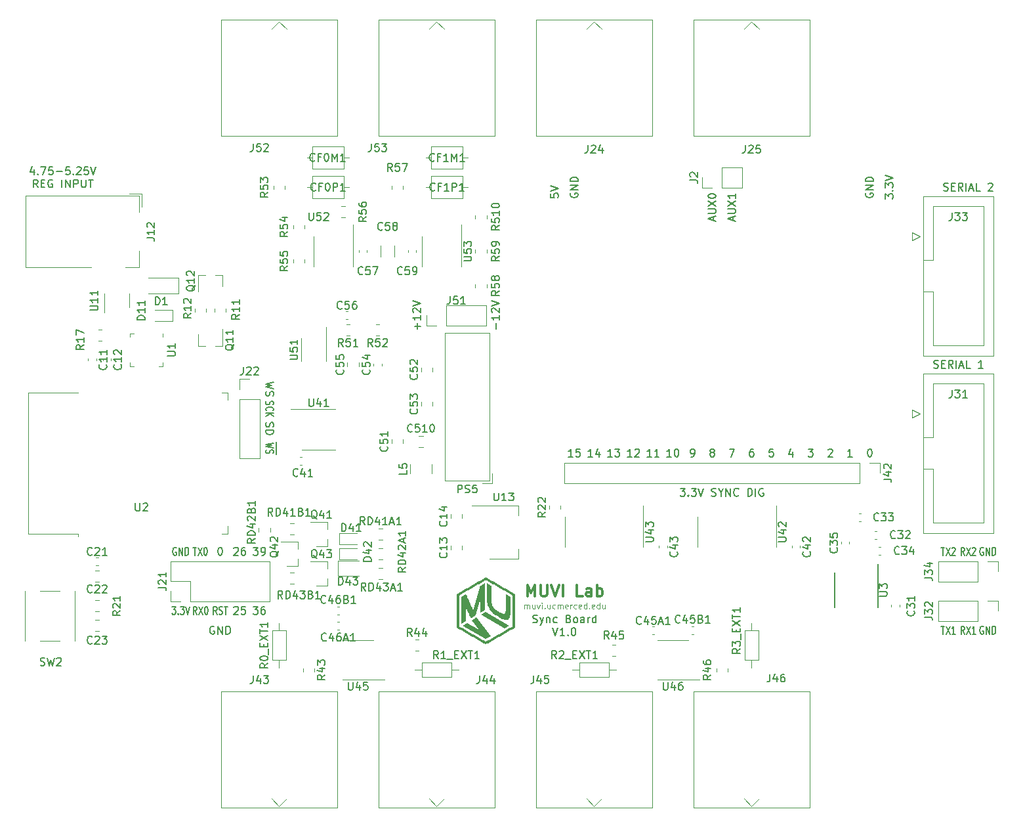
<source format=gbr>
G04 #@! TF.GenerationSoftware,KiCad,Pcbnew,(5.1.8-0-10_14)*
G04 #@! TF.CreationDate,2020-12-31T12:29:52-08:00*
G04 #@! TF.ProjectId,esp32_sync,65737033-325f-4737-996e-632e6b696361,rev?*
G04 #@! TF.SameCoordinates,Original*
G04 #@! TF.FileFunction,Legend,Top*
G04 #@! TF.FilePolarity,Positive*
%FSLAX46Y46*%
G04 Gerber Fmt 4.6, Leading zero omitted, Abs format (unit mm)*
G04 Created by KiCad (PCBNEW (5.1.8-0-10_14)) date 2020-12-31 12:29:52*
%MOMM*%
%LPD*%
G01*
G04 APERTURE LIST*
%ADD10C,0.150000*%
%ADD11C,0.125000*%
%ADD12C,0.300000*%
%ADD13C,0.100000*%
%ADD14C,0.120000*%
G04 APERTURE END LIST*
D10*
X129254761Y-141184761D02*
X129397619Y-141232380D01*
X129635714Y-141232380D01*
X129730952Y-141184761D01*
X129778571Y-141137142D01*
X129826190Y-141041904D01*
X129826190Y-140946666D01*
X129778571Y-140851428D01*
X129730952Y-140803809D01*
X129635714Y-140756190D01*
X129445238Y-140708571D01*
X129350000Y-140660952D01*
X129302380Y-140613333D01*
X129254761Y-140518095D01*
X129254761Y-140422857D01*
X129302380Y-140327619D01*
X129350000Y-140280000D01*
X129445238Y-140232380D01*
X129683333Y-140232380D01*
X129826190Y-140280000D01*
X130159523Y-140565714D02*
X130397619Y-141232380D01*
X130635714Y-140565714D02*
X130397619Y-141232380D01*
X130302380Y-141470476D01*
X130254761Y-141518095D01*
X130159523Y-141565714D01*
X131016666Y-140565714D02*
X131016666Y-141232380D01*
X131016666Y-140660952D02*
X131064285Y-140613333D01*
X131159523Y-140565714D01*
X131302380Y-140565714D01*
X131397619Y-140613333D01*
X131445238Y-140708571D01*
X131445238Y-141232380D01*
X132350000Y-141184761D02*
X132254761Y-141232380D01*
X132064285Y-141232380D01*
X131969047Y-141184761D01*
X131921428Y-141137142D01*
X131873809Y-141041904D01*
X131873809Y-140756190D01*
X131921428Y-140660952D01*
X131969047Y-140613333D01*
X132064285Y-140565714D01*
X132254761Y-140565714D01*
X132350000Y-140613333D01*
X133873809Y-140708571D02*
X134016666Y-140756190D01*
X134064285Y-140803809D01*
X134111904Y-140899047D01*
X134111904Y-141041904D01*
X134064285Y-141137142D01*
X134016666Y-141184761D01*
X133921428Y-141232380D01*
X133540476Y-141232380D01*
X133540476Y-140232380D01*
X133873809Y-140232380D01*
X133969047Y-140280000D01*
X134016666Y-140327619D01*
X134064285Y-140422857D01*
X134064285Y-140518095D01*
X134016666Y-140613333D01*
X133969047Y-140660952D01*
X133873809Y-140708571D01*
X133540476Y-140708571D01*
X134683333Y-141232380D02*
X134588095Y-141184761D01*
X134540476Y-141137142D01*
X134492857Y-141041904D01*
X134492857Y-140756190D01*
X134540476Y-140660952D01*
X134588095Y-140613333D01*
X134683333Y-140565714D01*
X134826190Y-140565714D01*
X134921428Y-140613333D01*
X134969047Y-140660952D01*
X135016666Y-140756190D01*
X135016666Y-141041904D01*
X134969047Y-141137142D01*
X134921428Y-141184761D01*
X134826190Y-141232380D01*
X134683333Y-141232380D01*
X135873809Y-141232380D02*
X135873809Y-140708571D01*
X135826190Y-140613333D01*
X135730952Y-140565714D01*
X135540476Y-140565714D01*
X135445238Y-140613333D01*
X135873809Y-141184761D02*
X135778571Y-141232380D01*
X135540476Y-141232380D01*
X135445238Y-141184761D01*
X135397619Y-141089523D01*
X135397619Y-140994285D01*
X135445238Y-140899047D01*
X135540476Y-140851428D01*
X135778571Y-140851428D01*
X135873809Y-140803809D01*
X136350000Y-141232380D02*
X136350000Y-140565714D01*
X136350000Y-140756190D02*
X136397619Y-140660952D01*
X136445238Y-140613333D01*
X136540476Y-140565714D01*
X136635714Y-140565714D01*
X137397619Y-141232380D02*
X137397619Y-140232380D01*
X137397619Y-141184761D02*
X137302380Y-141232380D01*
X137111904Y-141232380D01*
X137016666Y-141184761D01*
X136969047Y-141137142D01*
X136921428Y-141041904D01*
X136921428Y-140756190D01*
X136969047Y-140660952D01*
X137016666Y-140613333D01*
X137111904Y-140565714D01*
X137302380Y-140565714D01*
X137397619Y-140613333D01*
X131826190Y-141882380D02*
X132159523Y-142882380D01*
X132492857Y-141882380D01*
X133350000Y-142882380D02*
X132778571Y-142882380D01*
X133064285Y-142882380D02*
X133064285Y-141882380D01*
X132969047Y-142025238D01*
X132873809Y-142120476D01*
X132778571Y-142168095D01*
X133778571Y-142787142D02*
X133826190Y-142834761D01*
X133778571Y-142882380D01*
X133730952Y-142834761D01*
X133778571Y-142787142D01*
X133778571Y-142882380D01*
X134445238Y-141882380D02*
X134540476Y-141882380D01*
X134635714Y-141930000D01*
X134683333Y-141977619D01*
X134730952Y-142072857D01*
X134778571Y-142263333D01*
X134778571Y-142501428D01*
X134730952Y-142691904D01*
X134683333Y-142787142D01*
X134635714Y-142834761D01*
X134540476Y-142882380D01*
X134445238Y-142882380D01*
X134350000Y-142834761D01*
X134302380Y-142787142D01*
X134254761Y-142691904D01*
X134207142Y-142501428D01*
X134207142Y-142263333D01*
X134254761Y-142072857D01*
X134302380Y-141977619D01*
X134350000Y-141930000D01*
X134445238Y-141882380D01*
D11*
X128171428Y-139404285D02*
X128171428Y-138904285D01*
X128171428Y-138975714D02*
X128207142Y-138940000D01*
X128278571Y-138904285D01*
X128385714Y-138904285D01*
X128457142Y-138940000D01*
X128492857Y-139011428D01*
X128492857Y-139404285D01*
X128492857Y-139011428D02*
X128528571Y-138940000D01*
X128599999Y-138904285D01*
X128707142Y-138904285D01*
X128778571Y-138940000D01*
X128814285Y-139011428D01*
X128814285Y-139404285D01*
X129492857Y-138904285D02*
X129492857Y-139404285D01*
X129171428Y-138904285D02*
X129171428Y-139297142D01*
X129207142Y-139368571D01*
X129278571Y-139404285D01*
X129385714Y-139404285D01*
X129457142Y-139368571D01*
X129492857Y-139332857D01*
X129778571Y-138904285D02*
X129957142Y-139404285D01*
X130135714Y-138904285D01*
X130421428Y-139404285D02*
X130421428Y-138904285D01*
X130421428Y-138654285D02*
X130385714Y-138690000D01*
X130421428Y-138725714D01*
X130457142Y-138690000D01*
X130421428Y-138654285D01*
X130421428Y-138725714D01*
X130778571Y-139332857D02*
X130814285Y-139368571D01*
X130778571Y-139404285D01*
X130742857Y-139368571D01*
X130778571Y-139332857D01*
X130778571Y-139404285D01*
X131457142Y-138904285D02*
X131457142Y-139404285D01*
X131135714Y-138904285D02*
X131135714Y-139297142D01*
X131171428Y-139368571D01*
X131242857Y-139404285D01*
X131349999Y-139404285D01*
X131421428Y-139368571D01*
X131457142Y-139332857D01*
X132135714Y-139368571D02*
X132064285Y-139404285D01*
X131921428Y-139404285D01*
X131849999Y-139368571D01*
X131814285Y-139332857D01*
X131778571Y-139261428D01*
X131778571Y-139047142D01*
X131814285Y-138975714D01*
X131849999Y-138940000D01*
X131921428Y-138904285D01*
X132064285Y-138904285D01*
X132135714Y-138940000D01*
X132457142Y-139404285D02*
X132457142Y-138904285D01*
X132457142Y-138975714D02*
X132492857Y-138940000D01*
X132564285Y-138904285D01*
X132671428Y-138904285D01*
X132742857Y-138940000D01*
X132778571Y-139011428D01*
X132778571Y-139404285D01*
X132778571Y-139011428D02*
X132814285Y-138940000D01*
X132885714Y-138904285D01*
X132992857Y-138904285D01*
X133064285Y-138940000D01*
X133100000Y-139011428D01*
X133100000Y-139404285D01*
X133742857Y-139368571D02*
X133671428Y-139404285D01*
X133528571Y-139404285D01*
X133457142Y-139368571D01*
X133421428Y-139297142D01*
X133421428Y-139011428D01*
X133457142Y-138940000D01*
X133528571Y-138904285D01*
X133671428Y-138904285D01*
X133742857Y-138940000D01*
X133778571Y-139011428D01*
X133778571Y-139082857D01*
X133421428Y-139154285D01*
X134099999Y-139404285D02*
X134099999Y-138904285D01*
X134099999Y-139047142D02*
X134135714Y-138975714D01*
X134171428Y-138940000D01*
X134242857Y-138904285D01*
X134314285Y-138904285D01*
X134885714Y-139368571D02*
X134814285Y-139404285D01*
X134671428Y-139404285D01*
X134600000Y-139368571D01*
X134564285Y-139332857D01*
X134528571Y-139261428D01*
X134528571Y-139047142D01*
X134564285Y-138975714D01*
X134600000Y-138940000D01*
X134671428Y-138904285D01*
X134814285Y-138904285D01*
X134885714Y-138940000D01*
X135492857Y-139368571D02*
X135421428Y-139404285D01*
X135278571Y-139404285D01*
X135207142Y-139368571D01*
X135171428Y-139297142D01*
X135171428Y-139011428D01*
X135207142Y-138940000D01*
X135278571Y-138904285D01*
X135421428Y-138904285D01*
X135492857Y-138940000D01*
X135528571Y-139011428D01*
X135528571Y-139082857D01*
X135171428Y-139154285D01*
X136171428Y-139404285D02*
X136171428Y-138654285D01*
X136171428Y-139368571D02*
X136100000Y-139404285D01*
X135957142Y-139404285D01*
X135885714Y-139368571D01*
X135850000Y-139332857D01*
X135814285Y-139261428D01*
X135814285Y-139047142D01*
X135850000Y-138975714D01*
X135885714Y-138940000D01*
X135957142Y-138904285D01*
X136100000Y-138904285D01*
X136171428Y-138940000D01*
X136528571Y-139332857D02*
X136564285Y-139368571D01*
X136528571Y-139404285D01*
X136492857Y-139368571D01*
X136528571Y-139332857D01*
X136528571Y-139404285D01*
X137171428Y-139368571D02*
X137100000Y-139404285D01*
X136957142Y-139404285D01*
X136885714Y-139368571D01*
X136850000Y-139297142D01*
X136850000Y-139011428D01*
X136885714Y-138940000D01*
X136957142Y-138904285D01*
X137100000Y-138904285D01*
X137171428Y-138940000D01*
X137207142Y-139011428D01*
X137207142Y-139082857D01*
X136850000Y-139154285D01*
X137850000Y-139404285D02*
X137850000Y-138654285D01*
X137850000Y-139368571D02*
X137778571Y-139404285D01*
X137635714Y-139404285D01*
X137564285Y-139368571D01*
X137528571Y-139332857D01*
X137492857Y-139261428D01*
X137492857Y-139047142D01*
X137528571Y-138975714D01*
X137564285Y-138940000D01*
X137635714Y-138904285D01*
X137778571Y-138904285D01*
X137850000Y-138940000D01*
X138528571Y-138904285D02*
X138528571Y-139404285D01*
X138207142Y-138904285D02*
X138207142Y-139297142D01*
X138242857Y-139368571D01*
X138314285Y-139404285D01*
X138421428Y-139404285D01*
X138492857Y-139368571D01*
X138528571Y-139332857D01*
D12*
X128528571Y-137838571D02*
X128528571Y-136338571D01*
X129028571Y-137410000D01*
X129528571Y-136338571D01*
X129528571Y-137838571D01*
X130242857Y-136338571D02*
X130242857Y-137552857D01*
X130314285Y-137695714D01*
X130385714Y-137767142D01*
X130528571Y-137838571D01*
X130814285Y-137838571D01*
X130957142Y-137767142D01*
X131028571Y-137695714D01*
X131100000Y-137552857D01*
X131100000Y-136338571D01*
X131600000Y-136338571D02*
X132100000Y-137838571D01*
X132600000Y-136338571D01*
X133100000Y-137838571D02*
X133100000Y-136338571D01*
X135671428Y-137838571D02*
X134957142Y-137838571D01*
X134957142Y-136338571D01*
X136814285Y-137838571D02*
X136814285Y-137052857D01*
X136742857Y-136910000D01*
X136600000Y-136838571D01*
X136314285Y-136838571D01*
X136171428Y-136910000D01*
X136814285Y-137767142D02*
X136671428Y-137838571D01*
X136314285Y-137838571D01*
X136171428Y-137767142D01*
X136100000Y-137624285D01*
X136100000Y-137481428D01*
X136171428Y-137338571D01*
X136314285Y-137267142D01*
X136671428Y-137267142D01*
X136814285Y-137195714D01*
X137528571Y-137838571D02*
X137528571Y-136338571D01*
X137528571Y-136910000D02*
X137671428Y-136838571D01*
X137957142Y-136838571D01*
X138100000Y-136910000D01*
X138171428Y-136981428D01*
X138242857Y-137124285D01*
X138242857Y-137552857D01*
X138171428Y-137695714D01*
X138100000Y-137767142D01*
X137957142Y-137838571D01*
X137671428Y-137838571D01*
X137528571Y-137767142D01*
D10*
X96165000Y-117946714D02*
X96165000Y-118817571D01*
X95797619Y-118055571D02*
X94797619Y-118237000D01*
X95511904Y-118382142D01*
X94797619Y-118527285D01*
X95797619Y-118708714D01*
X96165000Y-118817571D02*
X96165000Y-119543285D01*
X94845238Y-118962714D02*
X94797619Y-119071571D01*
X94797619Y-119253000D01*
X94845238Y-119325571D01*
X94892857Y-119361857D01*
X94988095Y-119398142D01*
X95083333Y-119398142D01*
X95178571Y-119361857D01*
X95226190Y-119325571D01*
X95273809Y-119253000D01*
X95321428Y-119107857D01*
X95369047Y-119035285D01*
X95416666Y-118999000D01*
X95511904Y-118962714D01*
X95607142Y-118962714D01*
X95702380Y-118999000D01*
X95750000Y-119035285D01*
X95797619Y-119107857D01*
X95797619Y-119289285D01*
X95750000Y-119398142D01*
X94845238Y-115419285D02*
X94797619Y-115562142D01*
X94797619Y-115800238D01*
X94845238Y-115895476D01*
X94892857Y-115943095D01*
X94988095Y-115990714D01*
X95083333Y-115990714D01*
X95178571Y-115943095D01*
X95226190Y-115895476D01*
X95273809Y-115800238D01*
X95321428Y-115609761D01*
X95369047Y-115514523D01*
X95416666Y-115466904D01*
X95511904Y-115419285D01*
X95607142Y-115419285D01*
X95702380Y-115466904D01*
X95750000Y-115514523D01*
X95797619Y-115609761D01*
X95797619Y-115847857D01*
X95750000Y-115990714D01*
X94797619Y-116419285D02*
X95797619Y-116419285D01*
X95797619Y-116657380D01*
X95750000Y-116800238D01*
X95654761Y-116895476D01*
X95559523Y-116943095D01*
X95369047Y-116990714D01*
X95226190Y-116990714D01*
X95035714Y-116943095D01*
X94940476Y-116895476D01*
X94845238Y-116800238D01*
X94797619Y-116657380D01*
X94797619Y-116419285D01*
X94845238Y-112685285D02*
X94797619Y-112794142D01*
X94797619Y-112975571D01*
X94845238Y-113048142D01*
X94892857Y-113084428D01*
X94988095Y-113120714D01*
X95083333Y-113120714D01*
X95178571Y-113084428D01*
X95226190Y-113048142D01*
X95273809Y-112975571D01*
X95321428Y-112830428D01*
X95369047Y-112757857D01*
X95416666Y-112721571D01*
X95511904Y-112685285D01*
X95607142Y-112685285D01*
X95702380Y-112721571D01*
X95750000Y-112757857D01*
X95797619Y-112830428D01*
X95797619Y-113011857D01*
X95750000Y-113120714D01*
X94892857Y-113882714D02*
X94845238Y-113846428D01*
X94797619Y-113737571D01*
X94797619Y-113665000D01*
X94845238Y-113556142D01*
X94940476Y-113483571D01*
X95035714Y-113447285D01*
X95226190Y-113411000D01*
X95369047Y-113411000D01*
X95559523Y-113447285D01*
X95654761Y-113483571D01*
X95750000Y-113556142D01*
X95797619Y-113665000D01*
X95797619Y-113737571D01*
X95750000Y-113846428D01*
X95702380Y-113882714D01*
X94797619Y-114209285D02*
X95797619Y-114209285D01*
X94797619Y-114644714D02*
X95369047Y-114318142D01*
X95797619Y-114644714D02*
X95226190Y-114209285D01*
X95797619Y-110220238D02*
X94797619Y-110458333D01*
X95511904Y-110648809D01*
X94797619Y-110839285D01*
X95797619Y-111077380D01*
X94845238Y-111410714D02*
X94797619Y-111553571D01*
X94797619Y-111791666D01*
X94845238Y-111886904D01*
X94892857Y-111934523D01*
X94988095Y-111982142D01*
X95083333Y-111982142D01*
X95178571Y-111934523D01*
X95226190Y-111886904D01*
X95273809Y-111791666D01*
X95321428Y-111601190D01*
X95369047Y-111505952D01*
X95416666Y-111458333D01*
X95511904Y-111410714D01*
X95607142Y-111410714D01*
X95702380Y-111458333D01*
X95750000Y-111505952D01*
X95797619Y-111601190D01*
X95797619Y-111839285D01*
X95750000Y-111982142D01*
X124531428Y-103361904D02*
X124531428Y-102600000D01*
X124912380Y-101600000D02*
X124912380Y-102171428D01*
X124912380Y-101885714D02*
X123912380Y-101885714D01*
X124055238Y-101980952D01*
X124150476Y-102076190D01*
X124198095Y-102171428D01*
X124007619Y-101219047D02*
X123960000Y-101171428D01*
X123912380Y-101076190D01*
X123912380Y-100838095D01*
X123960000Y-100742857D01*
X124007619Y-100695238D01*
X124102857Y-100647619D01*
X124198095Y-100647619D01*
X124340952Y-100695238D01*
X124912380Y-101266666D01*
X124912380Y-100647619D01*
X123912380Y-100361904D02*
X124912380Y-100028571D01*
X123912380Y-99695238D01*
X114371428Y-103361904D02*
X114371428Y-102600000D01*
X114752380Y-102980952D02*
X113990476Y-102980952D01*
X114752380Y-101600000D02*
X114752380Y-102171428D01*
X114752380Y-101885714D02*
X113752380Y-101885714D01*
X113895238Y-101980952D01*
X113990476Y-102076190D01*
X114038095Y-102171428D01*
X113847619Y-101219047D02*
X113800000Y-101171428D01*
X113752380Y-101076190D01*
X113752380Y-100838095D01*
X113800000Y-100742857D01*
X113847619Y-100695238D01*
X113942857Y-100647619D01*
X114038095Y-100647619D01*
X114180952Y-100695238D01*
X114752380Y-101266666D01*
X114752380Y-100647619D01*
X113752380Y-100361904D02*
X114752380Y-100028571D01*
X113752380Y-99695238D01*
X90678095Y-139247619D02*
X90725714Y-139200000D01*
X90820952Y-139152380D01*
X91059047Y-139152380D01*
X91154285Y-139200000D01*
X91201904Y-139247619D01*
X91249523Y-139342857D01*
X91249523Y-139438095D01*
X91201904Y-139580952D01*
X90630476Y-140152380D01*
X91249523Y-140152380D01*
X92154285Y-139152380D02*
X91678095Y-139152380D01*
X91630476Y-139628571D01*
X91678095Y-139580952D01*
X91773333Y-139533333D01*
X92011428Y-139533333D01*
X92106666Y-139580952D01*
X92154285Y-139628571D01*
X92201904Y-139723809D01*
X92201904Y-139961904D01*
X92154285Y-140057142D01*
X92106666Y-140104761D01*
X92011428Y-140152380D01*
X91773333Y-140152380D01*
X91678095Y-140104761D01*
X91630476Y-140057142D01*
X85870142Y-140152380D02*
X85616142Y-139676190D01*
X85434714Y-140152380D02*
X85434714Y-139152380D01*
X85725000Y-139152380D01*
X85797571Y-139200000D01*
X85833857Y-139247619D01*
X85870142Y-139342857D01*
X85870142Y-139485714D01*
X85833857Y-139580952D01*
X85797571Y-139628571D01*
X85725000Y-139676190D01*
X85434714Y-139676190D01*
X86124142Y-139152380D02*
X86632142Y-140152380D01*
X86632142Y-139152380D02*
X86124142Y-140152380D01*
X87067571Y-139152380D02*
X87140142Y-139152380D01*
X87212714Y-139200000D01*
X87249000Y-139247619D01*
X87285285Y-139342857D01*
X87321571Y-139533333D01*
X87321571Y-139771428D01*
X87285285Y-139961904D01*
X87249000Y-140057142D01*
X87212714Y-140104761D01*
X87140142Y-140152380D01*
X87067571Y-140152380D01*
X86995000Y-140104761D01*
X86958714Y-140057142D01*
X86922428Y-139961904D01*
X86886142Y-139771428D01*
X86886142Y-139533333D01*
X86922428Y-139342857D01*
X86958714Y-139247619D01*
X86995000Y-139200000D01*
X87067571Y-139152380D01*
X83239428Y-131580000D02*
X83166857Y-131532380D01*
X83058000Y-131532380D01*
X82949142Y-131580000D01*
X82876571Y-131675238D01*
X82840285Y-131770476D01*
X82804000Y-131960952D01*
X82804000Y-132103809D01*
X82840285Y-132294285D01*
X82876571Y-132389523D01*
X82949142Y-132484761D01*
X83058000Y-132532380D01*
X83130571Y-132532380D01*
X83239428Y-132484761D01*
X83275714Y-132437142D01*
X83275714Y-132103809D01*
X83130571Y-132103809D01*
X83602285Y-132532380D02*
X83602285Y-131532380D01*
X84037714Y-132532380D01*
X84037714Y-131532380D01*
X84400571Y-132532380D02*
X84400571Y-131532380D01*
X84582000Y-131532380D01*
X84690857Y-131580000D01*
X84763428Y-131675238D01*
X84799714Y-131770476D01*
X84836000Y-131960952D01*
X84836000Y-132103809D01*
X84799714Y-132294285D01*
X84763428Y-132389523D01*
X84690857Y-132484761D01*
X84582000Y-132532380D01*
X84400571Y-132532380D01*
X88852380Y-131532380D02*
X88947619Y-131532380D01*
X89042857Y-131580000D01*
X89090476Y-131627619D01*
X89138095Y-131722857D01*
X89185714Y-131913333D01*
X89185714Y-132151428D01*
X89138095Y-132341904D01*
X89090476Y-132437142D01*
X89042857Y-132484761D01*
X88947619Y-132532380D01*
X88852380Y-132532380D01*
X88757142Y-132484761D01*
X88709523Y-132437142D01*
X88661904Y-132341904D01*
X88614285Y-132151428D01*
X88614285Y-131913333D01*
X88661904Y-131722857D01*
X88709523Y-131627619D01*
X88757142Y-131580000D01*
X88852380Y-131532380D01*
X93170476Y-131532380D02*
X93789523Y-131532380D01*
X93456190Y-131913333D01*
X93599047Y-131913333D01*
X93694285Y-131960952D01*
X93741904Y-132008571D01*
X93789523Y-132103809D01*
X93789523Y-132341904D01*
X93741904Y-132437142D01*
X93694285Y-132484761D01*
X93599047Y-132532380D01*
X93313333Y-132532380D01*
X93218095Y-132484761D01*
X93170476Y-132437142D01*
X94265714Y-132532380D02*
X94456190Y-132532380D01*
X94551428Y-132484761D01*
X94599047Y-132437142D01*
X94694285Y-132294285D01*
X94741904Y-132103809D01*
X94741904Y-131722857D01*
X94694285Y-131627619D01*
X94646666Y-131580000D01*
X94551428Y-131532380D01*
X94360952Y-131532380D01*
X94265714Y-131580000D01*
X94218095Y-131627619D01*
X94170476Y-131722857D01*
X94170476Y-131960952D01*
X94218095Y-132056190D01*
X94265714Y-132103809D01*
X94360952Y-132151428D01*
X94551428Y-132151428D01*
X94646666Y-132103809D01*
X94694285Y-132056190D01*
X94741904Y-131960952D01*
X93170476Y-139152380D02*
X93789523Y-139152380D01*
X93456190Y-139533333D01*
X93599047Y-139533333D01*
X93694285Y-139580952D01*
X93741904Y-139628571D01*
X93789523Y-139723809D01*
X93789523Y-139961904D01*
X93741904Y-140057142D01*
X93694285Y-140104761D01*
X93599047Y-140152380D01*
X93313333Y-140152380D01*
X93218095Y-140104761D01*
X93170476Y-140057142D01*
X94646666Y-139152380D02*
X94456190Y-139152380D01*
X94360952Y-139200000D01*
X94313333Y-139247619D01*
X94218095Y-139390476D01*
X94170476Y-139580952D01*
X94170476Y-139961904D01*
X94218095Y-140057142D01*
X94265714Y-140104761D01*
X94360952Y-140152380D01*
X94551428Y-140152380D01*
X94646666Y-140104761D01*
X94694285Y-140057142D01*
X94741904Y-139961904D01*
X94741904Y-139723809D01*
X94694285Y-139628571D01*
X94646666Y-139580952D01*
X94551428Y-139533333D01*
X94360952Y-139533333D01*
X94265714Y-139580952D01*
X94218095Y-139628571D01*
X94170476Y-139723809D01*
X82695142Y-139152380D02*
X83166857Y-139152380D01*
X82912857Y-139533333D01*
X83021714Y-139533333D01*
X83094285Y-139580952D01*
X83130571Y-139628571D01*
X83166857Y-139723809D01*
X83166857Y-139961904D01*
X83130571Y-140057142D01*
X83094285Y-140104761D01*
X83021714Y-140152380D01*
X82804000Y-140152380D01*
X82731428Y-140104761D01*
X82695142Y-140057142D01*
X83493428Y-140057142D02*
X83529714Y-140104761D01*
X83493428Y-140152380D01*
X83457142Y-140104761D01*
X83493428Y-140057142D01*
X83493428Y-140152380D01*
X83783714Y-139152380D02*
X84255428Y-139152380D01*
X84001428Y-139533333D01*
X84110285Y-139533333D01*
X84182857Y-139580952D01*
X84219142Y-139628571D01*
X84255428Y-139723809D01*
X84255428Y-139961904D01*
X84219142Y-140057142D01*
X84182857Y-140104761D01*
X84110285Y-140152380D01*
X83892571Y-140152380D01*
X83820000Y-140104761D01*
X83783714Y-140057142D01*
X84473142Y-139152380D02*
X84727142Y-140152380D01*
X84981142Y-139152380D01*
X85416571Y-131532380D02*
X85852000Y-131532380D01*
X85634285Y-132532380D02*
X85634285Y-131532380D01*
X86033428Y-131532380D02*
X86541428Y-132532380D01*
X86541428Y-131532380D02*
X86033428Y-132532380D01*
X86976857Y-131532380D02*
X87049428Y-131532380D01*
X87122000Y-131580000D01*
X87158285Y-131627619D01*
X87194571Y-131722857D01*
X87230857Y-131913333D01*
X87230857Y-132151428D01*
X87194571Y-132341904D01*
X87158285Y-132437142D01*
X87122000Y-132484761D01*
X87049428Y-132532380D01*
X86976857Y-132532380D01*
X86904285Y-132484761D01*
X86868000Y-132437142D01*
X86831714Y-132341904D01*
X86795428Y-132151428D01*
X86795428Y-131913333D01*
X86831714Y-131722857D01*
X86868000Y-131627619D01*
X86904285Y-131580000D01*
X86976857Y-131532380D01*
X90678095Y-131627619D02*
X90725714Y-131580000D01*
X90820952Y-131532380D01*
X91059047Y-131532380D01*
X91154285Y-131580000D01*
X91201904Y-131627619D01*
X91249523Y-131722857D01*
X91249523Y-131818095D01*
X91201904Y-131960952D01*
X90630476Y-132532380D01*
X91249523Y-132532380D01*
X92106666Y-131532380D02*
X91916190Y-131532380D01*
X91820952Y-131580000D01*
X91773333Y-131627619D01*
X91678095Y-131770476D01*
X91630476Y-131960952D01*
X91630476Y-132341904D01*
X91678095Y-132437142D01*
X91725714Y-132484761D01*
X91820952Y-132532380D01*
X92011428Y-132532380D01*
X92106666Y-132484761D01*
X92154285Y-132437142D01*
X92201904Y-132341904D01*
X92201904Y-132103809D01*
X92154285Y-132008571D01*
X92106666Y-131960952D01*
X92011428Y-131913333D01*
X91820952Y-131913333D01*
X91725714Y-131960952D01*
X91678095Y-132008571D01*
X91630476Y-132103809D01*
X88482714Y-140152380D02*
X88228714Y-139676190D01*
X88047285Y-140152380D02*
X88047285Y-139152380D01*
X88337571Y-139152380D01*
X88410142Y-139200000D01*
X88446428Y-139247619D01*
X88482714Y-139342857D01*
X88482714Y-139485714D01*
X88446428Y-139580952D01*
X88410142Y-139628571D01*
X88337571Y-139676190D01*
X88047285Y-139676190D01*
X88773000Y-140104761D02*
X88881857Y-140152380D01*
X89063285Y-140152380D01*
X89135857Y-140104761D01*
X89172142Y-140057142D01*
X89208428Y-139961904D01*
X89208428Y-139866666D01*
X89172142Y-139771428D01*
X89135857Y-139723809D01*
X89063285Y-139676190D01*
X88918142Y-139628571D01*
X88845571Y-139580952D01*
X88809285Y-139533333D01*
X88773000Y-139438095D01*
X88773000Y-139342857D01*
X88809285Y-139247619D01*
X88845571Y-139200000D01*
X88918142Y-139152380D01*
X89099571Y-139152380D01*
X89208428Y-139200000D01*
X89426142Y-139152380D02*
X89861571Y-139152380D01*
X89643857Y-140152380D02*
X89643857Y-139152380D01*
X64865714Y-82780714D02*
X64865714Y-83447380D01*
X64627619Y-82399761D02*
X64389523Y-83114047D01*
X65008571Y-83114047D01*
X65389523Y-83352142D02*
X65437142Y-83399761D01*
X65389523Y-83447380D01*
X65341904Y-83399761D01*
X65389523Y-83352142D01*
X65389523Y-83447380D01*
X65770476Y-82447380D02*
X66437142Y-82447380D01*
X66008571Y-83447380D01*
X67294285Y-82447380D02*
X66818095Y-82447380D01*
X66770476Y-82923571D01*
X66818095Y-82875952D01*
X66913333Y-82828333D01*
X67151428Y-82828333D01*
X67246666Y-82875952D01*
X67294285Y-82923571D01*
X67341904Y-83018809D01*
X67341904Y-83256904D01*
X67294285Y-83352142D01*
X67246666Y-83399761D01*
X67151428Y-83447380D01*
X66913333Y-83447380D01*
X66818095Y-83399761D01*
X66770476Y-83352142D01*
X67770476Y-83066428D02*
X68532380Y-83066428D01*
X69484761Y-82447380D02*
X69008571Y-82447380D01*
X68960952Y-82923571D01*
X69008571Y-82875952D01*
X69103809Y-82828333D01*
X69341904Y-82828333D01*
X69437142Y-82875952D01*
X69484761Y-82923571D01*
X69532380Y-83018809D01*
X69532380Y-83256904D01*
X69484761Y-83352142D01*
X69437142Y-83399761D01*
X69341904Y-83447380D01*
X69103809Y-83447380D01*
X69008571Y-83399761D01*
X68960952Y-83352142D01*
X69960952Y-83352142D02*
X70008571Y-83399761D01*
X69960952Y-83447380D01*
X69913333Y-83399761D01*
X69960952Y-83352142D01*
X69960952Y-83447380D01*
X70389523Y-82542619D02*
X70437142Y-82495000D01*
X70532380Y-82447380D01*
X70770476Y-82447380D01*
X70865714Y-82495000D01*
X70913333Y-82542619D01*
X70960952Y-82637857D01*
X70960952Y-82733095D01*
X70913333Y-82875952D01*
X70341904Y-83447380D01*
X70960952Y-83447380D01*
X71865714Y-82447380D02*
X71389523Y-82447380D01*
X71341904Y-82923571D01*
X71389523Y-82875952D01*
X71484761Y-82828333D01*
X71722857Y-82828333D01*
X71818095Y-82875952D01*
X71865714Y-82923571D01*
X71913333Y-83018809D01*
X71913333Y-83256904D01*
X71865714Y-83352142D01*
X71818095Y-83399761D01*
X71722857Y-83447380D01*
X71484761Y-83447380D01*
X71389523Y-83399761D01*
X71341904Y-83352142D01*
X72199047Y-82447380D02*
X72532380Y-83447380D01*
X72865714Y-82447380D01*
X65389523Y-85097380D02*
X65056190Y-84621190D01*
X64818095Y-85097380D02*
X64818095Y-84097380D01*
X65199047Y-84097380D01*
X65294285Y-84145000D01*
X65341904Y-84192619D01*
X65389523Y-84287857D01*
X65389523Y-84430714D01*
X65341904Y-84525952D01*
X65294285Y-84573571D01*
X65199047Y-84621190D01*
X64818095Y-84621190D01*
X65818095Y-84573571D02*
X66151428Y-84573571D01*
X66294285Y-85097380D02*
X65818095Y-85097380D01*
X65818095Y-84097380D01*
X66294285Y-84097380D01*
X67246666Y-84145000D02*
X67151428Y-84097380D01*
X67008571Y-84097380D01*
X66865714Y-84145000D01*
X66770476Y-84240238D01*
X66722857Y-84335476D01*
X66675238Y-84525952D01*
X66675238Y-84668809D01*
X66722857Y-84859285D01*
X66770476Y-84954523D01*
X66865714Y-85049761D01*
X67008571Y-85097380D01*
X67103809Y-85097380D01*
X67246666Y-85049761D01*
X67294285Y-85002142D01*
X67294285Y-84668809D01*
X67103809Y-84668809D01*
X68484761Y-85097380D02*
X68484761Y-84097380D01*
X68960952Y-85097380D02*
X68960952Y-84097380D01*
X69532380Y-85097380D01*
X69532380Y-84097380D01*
X70008571Y-85097380D02*
X70008571Y-84097380D01*
X70389523Y-84097380D01*
X70484761Y-84145000D01*
X70532380Y-84192619D01*
X70580000Y-84287857D01*
X70580000Y-84430714D01*
X70532380Y-84525952D01*
X70484761Y-84573571D01*
X70389523Y-84621190D01*
X70008571Y-84621190D01*
X71008571Y-84097380D02*
X71008571Y-84906904D01*
X71056190Y-85002142D01*
X71103809Y-85049761D01*
X71199047Y-85097380D01*
X71389523Y-85097380D01*
X71484761Y-85049761D01*
X71532380Y-85002142D01*
X71580000Y-84906904D01*
X71580000Y-84097380D01*
X71913333Y-84097380D02*
X72484761Y-84097380D01*
X72199047Y-85097380D02*
X72199047Y-84097380D01*
X136969523Y-119832380D02*
X136398095Y-119832380D01*
X136683809Y-119832380D02*
X136683809Y-118832380D01*
X136588571Y-118975238D01*
X136493333Y-119070476D01*
X136398095Y-119118095D01*
X137826666Y-119165714D02*
X137826666Y-119832380D01*
X137588571Y-118784761D02*
X137350476Y-119499047D01*
X137969523Y-119499047D01*
X134429523Y-119832380D02*
X133858095Y-119832380D01*
X134143809Y-119832380D02*
X134143809Y-118832380D01*
X134048571Y-118975238D01*
X133953333Y-119070476D01*
X133858095Y-119118095D01*
X135334285Y-118832380D02*
X134858095Y-118832380D01*
X134810476Y-119308571D01*
X134858095Y-119260952D01*
X134953333Y-119213333D01*
X135191428Y-119213333D01*
X135286666Y-119260952D01*
X135334285Y-119308571D01*
X135381904Y-119403809D01*
X135381904Y-119641904D01*
X135334285Y-119737142D01*
X135286666Y-119784761D01*
X135191428Y-119832380D01*
X134953333Y-119832380D01*
X134858095Y-119784761D01*
X134810476Y-119737142D01*
X139509523Y-119832380D02*
X138938095Y-119832380D01*
X139223809Y-119832380D02*
X139223809Y-118832380D01*
X139128571Y-118975238D01*
X139033333Y-119070476D01*
X138938095Y-119118095D01*
X139842857Y-118832380D02*
X140461904Y-118832380D01*
X140128571Y-119213333D01*
X140271428Y-119213333D01*
X140366666Y-119260952D01*
X140414285Y-119308571D01*
X140461904Y-119403809D01*
X140461904Y-119641904D01*
X140414285Y-119737142D01*
X140366666Y-119784761D01*
X140271428Y-119832380D01*
X139985714Y-119832380D01*
X139890476Y-119784761D01*
X139842857Y-119737142D01*
X181936571Y-131532380D02*
X182372000Y-131532380D01*
X182154285Y-132532380D02*
X182154285Y-131532380D01*
X182553428Y-131532380D02*
X183061428Y-132532380D01*
X183061428Y-131532380D02*
X182553428Y-132532380D01*
X183315428Y-131627619D02*
X183351714Y-131580000D01*
X183424285Y-131532380D01*
X183605714Y-131532380D01*
X183678285Y-131580000D01*
X183714571Y-131627619D01*
X183750857Y-131722857D01*
X183750857Y-131818095D01*
X183714571Y-131960952D01*
X183279142Y-132532380D01*
X183750857Y-132532380D01*
X184930142Y-132532380D02*
X184676142Y-132056190D01*
X184494714Y-132532380D02*
X184494714Y-131532380D01*
X184785000Y-131532380D01*
X184857571Y-131580000D01*
X184893857Y-131627619D01*
X184930142Y-131722857D01*
X184930142Y-131865714D01*
X184893857Y-131960952D01*
X184857571Y-132008571D01*
X184785000Y-132056190D01*
X184494714Y-132056190D01*
X185184142Y-131532380D02*
X185692142Y-132532380D01*
X185692142Y-131532380D02*
X185184142Y-132532380D01*
X185946142Y-131627619D02*
X185982428Y-131580000D01*
X186055000Y-131532380D01*
X186236428Y-131532380D01*
X186309000Y-131580000D01*
X186345285Y-131627619D01*
X186381571Y-131722857D01*
X186381571Y-131818095D01*
X186345285Y-131960952D01*
X185909857Y-132532380D01*
X186381571Y-132532380D01*
X187379428Y-131580000D02*
X187306857Y-131532380D01*
X187198000Y-131532380D01*
X187089142Y-131580000D01*
X187016571Y-131675238D01*
X186980285Y-131770476D01*
X186944000Y-131960952D01*
X186944000Y-132103809D01*
X186980285Y-132294285D01*
X187016571Y-132389523D01*
X187089142Y-132484761D01*
X187198000Y-132532380D01*
X187270571Y-132532380D01*
X187379428Y-132484761D01*
X187415714Y-132437142D01*
X187415714Y-132103809D01*
X187270571Y-132103809D01*
X187742285Y-132532380D02*
X187742285Y-131532380D01*
X188177714Y-132532380D01*
X188177714Y-131532380D01*
X188540571Y-132532380D02*
X188540571Y-131532380D01*
X188722000Y-131532380D01*
X188830857Y-131580000D01*
X188903428Y-131675238D01*
X188939714Y-131770476D01*
X188976000Y-131960952D01*
X188976000Y-132103809D01*
X188939714Y-132294285D01*
X188903428Y-132389523D01*
X188830857Y-132484761D01*
X188722000Y-132532380D01*
X188540571Y-132532380D01*
X187379428Y-141740000D02*
X187306857Y-141692380D01*
X187198000Y-141692380D01*
X187089142Y-141740000D01*
X187016571Y-141835238D01*
X186980285Y-141930476D01*
X186944000Y-142120952D01*
X186944000Y-142263809D01*
X186980285Y-142454285D01*
X187016571Y-142549523D01*
X187089142Y-142644761D01*
X187198000Y-142692380D01*
X187270571Y-142692380D01*
X187379428Y-142644761D01*
X187415714Y-142597142D01*
X187415714Y-142263809D01*
X187270571Y-142263809D01*
X187742285Y-142692380D02*
X187742285Y-141692380D01*
X188177714Y-142692380D01*
X188177714Y-141692380D01*
X188540571Y-142692380D02*
X188540571Y-141692380D01*
X188722000Y-141692380D01*
X188830857Y-141740000D01*
X188903428Y-141835238D01*
X188939714Y-141930476D01*
X188976000Y-142120952D01*
X188976000Y-142263809D01*
X188939714Y-142454285D01*
X188903428Y-142549523D01*
X188830857Y-142644761D01*
X188722000Y-142692380D01*
X188540571Y-142692380D01*
X184930142Y-142692380D02*
X184676142Y-142216190D01*
X184494714Y-142692380D02*
X184494714Y-141692380D01*
X184785000Y-141692380D01*
X184857571Y-141740000D01*
X184893857Y-141787619D01*
X184930142Y-141882857D01*
X184930142Y-142025714D01*
X184893857Y-142120952D01*
X184857571Y-142168571D01*
X184785000Y-142216190D01*
X184494714Y-142216190D01*
X185184142Y-141692380D02*
X185692142Y-142692380D01*
X185692142Y-141692380D02*
X185184142Y-142692380D01*
X186381571Y-142692380D02*
X185946142Y-142692380D01*
X186163857Y-142692380D02*
X186163857Y-141692380D01*
X186091285Y-141835238D01*
X186018714Y-141930476D01*
X185946142Y-141978095D01*
X181936571Y-141692380D02*
X182372000Y-141692380D01*
X182154285Y-142692380D02*
X182154285Y-141692380D01*
X182553428Y-141692380D02*
X183061428Y-142692380D01*
X183061428Y-141692380D02*
X182553428Y-142692380D01*
X183750857Y-142692380D02*
X183315428Y-142692380D01*
X183533142Y-142692380D02*
X183533142Y-141692380D01*
X183460571Y-141835238D01*
X183388000Y-141930476D01*
X183315428Y-141978095D01*
X182253333Y-85494761D02*
X182396190Y-85542380D01*
X182634285Y-85542380D01*
X182729523Y-85494761D01*
X182777142Y-85447142D01*
X182824761Y-85351904D01*
X182824761Y-85256666D01*
X182777142Y-85161428D01*
X182729523Y-85113809D01*
X182634285Y-85066190D01*
X182443809Y-85018571D01*
X182348571Y-84970952D01*
X182300952Y-84923333D01*
X182253333Y-84828095D01*
X182253333Y-84732857D01*
X182300952Y-84637619D01*
X182348571Y-84590000D01*
X182443809Y-84542380D01*
X182681904Y-84542380D01*
X182824761Y-84590000D01*
X183253333Y-85018571D02*
X183586666Y-85018571D01*
X183729523Y-85542380D02*
X183253333Y-85542380D01*
X183253333Y-84542380D01*
X183729523Y-84542380D01*
X184729523Y-85542380D02*
X184396190Y-85066190D01*
X184158095Y-85542380D02*
X184158095Y-84542380D01*
X184539047Y-84542380D01*
X184634285Y-84590000D01*
X184681904Y-84637619D01*
X184729523Y-84732857D01*
X184729523Y-84875714D01*
X184681904Y-84970952D01*
X184634285Y-85018571D01*
X184539047Y-85066190D01*
X184158095Y-85066190D01*
X185158095Y-85542380D02*
X185158095Y-84542380D01*
X185586666Y-85256666D02*
X186062857Y-85256666D01*
X185491428Y-85542380D02*
X185824761Y-84542380D01*
X186158095Y-85542380D01*
X186967619Y-85542380D02*
X186491428Y-85542380D01*
X186491428Y-84542380D01*
X188015238Y-84637619D02*
X188062857Y-84590000D01*
X188158095Y-84542380D01*
X188396190Y-84542380D01*
X188491428Y-84590000D01*
X188539047Y-84637619D01*
X188586666Y-84732857D01*
X188586666Y-84828095D01*
X188539047Y-84970952D01*
X187967619Y-85542380D01*
X188586666Y-85542380D01*
X180983333Y-108354761D02*
X181126190Y-108402380D01*
X181364285Y-108402380D01*
X181459523Y-108354761D01*
X181507142Y-108307142D01*
X181554761Y-108211904D01*
X181554761Y-108116666D01*
X181507142Y-108021428D01*
X181459523Y-107973809D01*
X181364285Y-107926190D01*
X181173809Y-107878571D01*
X181078571Y-107830952D01*
X181030952Y-107783333D01*
X180983333Y-107688095D01*
X180983333Y-107592857D01*
X181030952Y-107497619D01*
X181078571Y-107450000D01*
X181173809Y-107402380D01*
X181411904Y-107402380D01*
X181554761Y-107450000D01*
X181983333Y-107878571D02*
X182316666Y-107878571D01*
X182459523Y-108402380D02*
X181983333Y-108402380D01*
X181983333Y-107402380D01*
X182459523Y-107402380D01*
X183459523Y-108402380D02*
X183126190Y-107926190D01*
X182888095Y-108402380D02*
X182888095Y-107402380D01*
X183269047Y-107402380D01*
X183364285Y-107450000D01*
X183411904Y-107497619D01*
X183459523Y-107592857D01*
X183459523Y-107735714D01*
X183411904Y-107830952D01*
X183364285Y-107878571D01*
X183269047Y-107926190D01*
X182888095Y-107926190D01*
X183888095Y-108402380D02*
X183888095Y-107402380D01*
X184316666Y-108116666D02*
X184792857Y-108116666D01*
X184221428Y-108402380D02*
X184554761Y-107402380D01*
X184888095Y-108402380D01*
X185697619Y-108402380D02*
X185221428Y-108402380D01*
X185221428Y-107402380D01*
X187316666Y-108402380D02*
X186745238Y-108402380D01*
X187030952Y-108402380D02*
X187030952Y-107402380D01*
X186935714Y-107545238D01*
X186840476Y-107640476D01*
X186745238Y-107688095D01*
X174712380Y-86566190D02*
X174712380Y-85947142D01*
X175093333Y-86280476D01*
X175093333Y-86137619D01*
X175140952Y-86042380D01*
X175188571Y-85994761D01*
X175283809Y-85947142D01*
X175521904Y-85947142D01*
X175617142Y-85994761D01*
X175664761Y-86042380D01*
X175712380Y-86137619D01*
X175712380Y-86423333D01*
X175664761Y-86518571D01*
X175617142Y-86566190D01*
X175617142Y-85518571D02*
X175664761Y-85470952D01*
X175712380Y-85518571D01*
X175664761Y-85566190D01*
X175617142Y-85518571D01*
X175712380Y-85518571D01*
X174712380Y-85137619D02*
X174712380Y-84518571D01*
X175093333Y-84851904D01*
X175093333Y-84709047D01*
X175140952Y-84613809D01*
X175188571Y-84566190D01*
X175283809Y-84518571D01*
X175521904Y-84518571D01*
X175617142Y-84566190D01*
X175664761Y-84613809D01*
X175712380Y-84709047D01*
X175712380Y-84994761D01*
X175664761Y-85090000D01*
X175617142Y-85137619D01*
X174712380Y-84232857D02*
X175712380Y-83899523D01*
X174712380Y-83566190D01*
X172220000Y-85851904D02*
X172172380Y-85947142D01*
X172172380Y-86090000D01*
X172220000Y-86232857D01*
X172315238Y-86328095D01*
X172410476Y-86375714D01*
X172600952Y-86423333D01*
X172743809Y-86423333D01*
X172934285Y-86375714D01*
X173029523Y-86328095D01*
X173124761Y-86232857D01*
X173172380Y-86090000D01*
X173172380Y-85994761D01*
X173124761Y-85851904D01*
X173077142Y-85804285D01*
X172743809Y-85804285D01*
X172743809Y-85994761D01*
X173172380Y-85375714D02*
X172172380Y-85375714D01*
X173172380Y-84804285D01*
X172172380Y-84804285D01*
X173172380Y-84328095D02*
X172172380Y-84328095D01*
X172172380Y-84090000D01*
X172220000Y-83947142D01*
X172315238Y-83851904D01*
X172410476Y-83804285D01*
X172600952Y-83756666D01*
X172743809Y-83756666D01*
X172934285Y-83804285D01*
X173029523Y-83851904D01*
X173124761Y-83947142D01*
X173172380Y-84090000D01*
X173172380Y-84328095D01*
X134120000Y-85851904D02*
X134072380Y-85947142D01*
X134072380Y-86090000D01*
X134120000Y-86232857D01*
X134215238Y-86328095D01*
X134310476Y-86375714D01*
X134500952Y-86423333D01*
X134643809Y-86423333D01*
X134834285Y-86375714D01*
X134929523Y-86328095D01*
X135024761Y-86232857D01*
X135072380Y-86090000D01*
X135072380Y-85994761D01*
X135024761Y-85851904D01*
X134977142Y-85804285D01*
X134643809Y-85804285D01*
X134643809Y-85994761D01*
X135072380Y-85375714D02*
X134072380Y-85375714D01*
X135072380Y-84804285D01*
X134072380Y-84804285D01*
X135072380Y-84328095D02*
X134072380Y-84328095D01*
X134072380Y-84090000D01*
X134120000Y-83947142D01*
X134215238Y-83851904D01*
X134310476Y-83804285D01*
X134500952Y-83756666D01*
X134643809Y-83756666D01*
X134834285Y-83804285D01*
X134929523Y-83851904D01*
X135024761Y-83947142D01*
X135072380Y-84090000D01*
X135072380Y-84328095D01*
X131532380Y-85915476D02*
X131532380Y-86391666D01*
X132008571Y-86439285D01*
X131960952Y-86391666D01*
X131913333Y-86296428D01*
X131913333Y-86058333D01*
X131960952Y-85963095D01*
X132008571Y-85915476D01*
X132103809Y-85867857D01*
X132341904Y-85867857D01*
X132437142Y-85915476D01*
X132484761Y-85963095D01*
X132532380Y-86058333D01*
X132532380Y-86296428D01*
X132484761Y-86391666D01*
X132437142Y-86439285D01*
X131532380Y-85582142D02*
X132532380Y-85248809D01*
X131532380Y-84915476D01*
X148265238Y-123912380D02*
X148884285Y-123912380D01*
X148550952Y-124293333D01*
X148693809Y-124293333D01*
X148789047Y-124340952D01*
X148836666Y-124388571D01*
X148884285Y-124483809D01*
X148884285Y-124721904D01*
X148836666Y-124817142D01*
X148789047Y-124864761D01*
X148693809Y-124912380D01*
X148408095Y-124912380D01*
X148312857Y-124864761D01*
X148265238Y-124817142D01*
X149312857Y-124817142D02*
X149360476Y-124864761D01*
X149312857Y-124912380D01*
X149265238Y-124864761D01*
X149312857Y-124817142D01*
X149312857Y-124912380D01*
X149693809Y-123912380D02*
X150312857Y-123912380D01*
X149979523Y-124293333D01*
X150122380Y-124293333D01*
X150217619Y-124340952D01*
X150265238Y-124388571D01*
X150312857Y-124483809D01*
X150312857Y-124721904D01*
X150265238Y-124817142D01*
X150217619Y-124864761D01*
X150122380Y-124912380D01*
X149836666Y-124912380D01*
X149741428Y-124864761D01*
X149693809Y-124817142D01*
X150598571Y-123912380D02*
X150931904Y-124912380D01*
X151265238Y-123912380D01*
X152312857Y-124864761D02*
X152455714Y-124912380D01*
X152693809Y-124912380D01*
X152789047Y-124864761D01*
X152836666Y-124817142D01*
X152884285Y-124721904D01*
X152884285Y-124626666D01*
X152836666Y-124531428D01*
X152789047Y-124483809D01*
X152693809Y-124436190D01*
X152503333Y-124388571D01*
X152408095Y-124340952D01*
X152360476Y-124293333D01*
X152312857Y-124198095D01*
X152312857Y-124102857D01*
X152360476Y-124007619D01*
X152408095Y-123960000D01*
X152503333Y-123912380D01*
X152741428Y-123912380D01*
X152884285Y-123960000D01*
X153503333Y-124436190D02*
X153503333Y-124912380D01*
X153170000Y-123912380D02*
X153503333Y-124436190D01*
X153836666Y-123912380D01*
X154170000Y-124912380D02*
X154170000Y-123912380D01*
X154741428Y-124912380D01*
X154741428Y-123912380D01*
X155789047Y-124817142D02*
X155741428Y-124864761D01*
X155598571Y-124912380D01*
X155503333Y-124912380D01*
X155360476Y-124864761D01*
X155265238Y-124769523D01*
X155217619Y-124674285D01*
X155170000Y-124483809D01*
X155170000Y-124340952D01*
X155217619Y-124150476D01*
X155265238Y-124055238D01*
X155360476Y-123960000D01*
X155503333Y-123912380D01*
X155598571Y-123912380D01*
X155741428Y-123960000D01*
X155789047Y-124007619D01*
X156979523Y-124912380D02*
X156979523Y-123912380D01*
X157217619Y-123912380D01*
X157360476Y-123960000D01*
X157455714Y-124055238D01*
X157503333Y-124150476D01*
X157550952Y-124340952D01*
X157550952Y-124483809D01*
X157503333Y-124674285D01*
X157455714Y-124769523D01*
X157360476Y-124864761D01*
X157217619Y-124912380D01*
X156979523Y-124912380D01*
X157979523Y-124912380D02*
X157979523Y-123912380D01*
X158979523Y-123960000D02*
X158884285Y-123912380D01*
X158741428Y-123912380D01*
X158598571Y-123960000D01*
X158503333Y-124055238D01*
X158455714Y-124150476D01*
X158408095Y-124340952D01*
X158408095Y-124483809D01*
X158455714Y-124674285D01*
X158503333Y-124769523D01*
X158598571Y-124864761D01*
X158741428Y-124912380D01*
X158836666Y-124912380D01*
X158979523Y-124864761D01*
X159027142Y-124817142D01*
X159027142Y-124483809D01*
X158836666Y-124483809D01*
X142049523Y-119832380D02*
X141478095Y-119832380D01*
X141763809Y-119832380D02*
X141763809Y-118832380D01*
X141668571Y-118975238D01*
X141573333Y-119070476D01*
X141478095Y-119118095D01*
X142430476Y-118927619D02*
X142478095Y-118880000D01*
X142573333Y-118832380D01*
X142811428Y-118832380D01*
X142906666Y-118880000D01*
X142954285Y-118927619D01*
X143001904Y-119022857D01*
X143001904Y-119118095D01*
X142954285Y-119260952D01*
X142382857Y-119832380D01*
X143001904Y-119832380D01*
X144589523Y-119832380D02*
X144018095Y-119832380D01*
X144303809Y-119832380D02*
X144303809Y-118832380D01*
X144208571Y-118975238D01*
X144113333Y-119070476D01*
X144018095Y-119118095D01*
X145541904Y-119832380D02*
X144970476Y-119832380D01*
X145256190Y-119832380D02*
X145256190Y-118832380D01*
X145160952Y-118975238D01*
X145065714Y-119070476D01*
X144970476Y-119118095D01*
X147129523Y-119832380D02*
X146558095Y-119832380D01*
X146843809Y-119832380D02*
X146843809Y-118832380D01*
X146748571Y-118975238D01*
X146653333Y-119070476D01*
X146558095Y-119118095D01*
X147748571Y-118832380D02*
X147843809Y-118832380D01*
X147939047Y-118880000D01*
X147986666Y-118927619D01*
X148034285Y-119022857D01*
X148081904Y-119213333D01*
X148081904Y-119451428D01*
X148034285Y-119641904D01*
X147986666Y-119737142D01*
X147939047Y-119784761D01*
X147843809Y-119832380D01*
X147748571Y-119832380D01*
X147653333Y-119784761D01*
X147605714Y-119737142D01*
X147558095Y-119641904D01*
X147510476Y-119451428D01*
X147510476Y-119213333D01*
X147558095Y-119022857D01*
X147605714Y-118927619D01*
X147653333Y-118880000D01*
X147748571Y-118832380D01*
X149669523Y-119832380D02*
X149860000Y-119832380D01*
X149955238Y-119784761D01*
X150002857Y-119737142D01*
X150098095Y-119594285D01*
X150145714Y-119403809D01*
X150145714Y-119022857D01*
X150098095Y-118927619D01*
X150050476Y-118880000D01*
X149955238Y-118832380D01*
X149764761Y-118832380D01*
X149669523Y-118880000D01*
X149621904Y-118927619D01*
X149574285Y-119022857D01*
X149574285Y-119260952D01*
X149621904Y-119356190D01*
X149669523Y-119403809D01*
X149764761Y-119451428D01*
X149955238Y-119451428D01*
X150050476Y-119403809D01*
X150098095Y-119356190D01*
X150145714Y-119260952D01*
X152304761Y-119260952D02*
X152209523Y-119213333D01*
X152161904Y-119165714D01*
X152114285Y-119070476D01*
X152114285Y-119022857D01*
X152161904Y-118927619D01*
X152209523Y-118880000D01*
X152304761Y-118832380D01*
X152495238Y-118832380D01*
X152590476Y-118880000D01*
X152638095Y-118927619D01*
X152685714Y-119022857D01*
X152685714Y-119070476D01*
X152638095Y-119165714D01*
X152590476Y-119213333D01*
X152495238Y-119260952D01*
X152304761Y-119260952D01*
X152209523Y-119308571D01*
X152161904Y-119356190D01*
X152114285Y-119451428D01*
X152114285Y-119641904D01*
X152161904Y-119737142D01*
X152209523Y-119784761D01*
X152304761Y-119832380D01*
X152495238Y-119832380D01*
X152590476Y-119784761D01*
X152638095Y-119737142D01*
X152685714Y-119641904D01*
X152685714Y-119451428D01*
X152638095Y-119356190D01*
X152590476Y-119308571D01*
X152495238Y-119260952D01*
X154606666Y-118832380D02*
X155273333Y-118832380D01*
X154844761Y-119832380D01*
X157670476Y-118832380D02*
X157480000Y-118832380D01*
X157384761Y-118880000D01*
X157337142Y-118927619D01*
X157241904Y-119070476D01*
X157194285Y-119260952D01*
X157194285Y-119641904D01*
X157241904Y-119737142D01*
X157289523Y-119784761D01*
X157384761Y-119832380D01*
X157575238Y-119832380D01*
X157670476Y-119784761D01*
X157718095Y-119737142D01*
X157765714Y-119641904D01*
X157765714Y-119403809D01*
X157718095Y-119308571D01*
X157670476Y-119260952D01*
X157575238Y-119213333D01*
X157384761Y-119213333D01*
X157289523Y-119260952D01*
X157241904Y-119308571D01*
X157194285Y-119403809D01*
X160258095Y-118832380D02*
X159781904Y-118832380D01*
X159734285Y-119308571D01*
X159781904Y-119260952D01*
X159877142Y-119213333D01*
X160115238Y-119213333D01*
X160210476Y-119260952D01*
X160258095Y-119308571D01*
X160305714Y-119403809D01*
X160305714Y-119641904D01*
X160258095Y-119737142D01*
X160210476Y-119784761D01*
X160115238Y-119832380D01*
X159877142Y-119832380D01*
X159781904Y-119784761D01*
X159734285Y-119737142D01*
X162750476Y-119165714D02*
X162750476Y-119832380D01*
X162512380Y-118784761D02*
X162274285Y-119499047D01*
X162893333Y-119499047D01*
X164766666Y-118832380D02*
X165385714Y-118832380D01*
X165052380Y-119213333D01*
X165195238Y-119213333D01*
X165290476Y-119260952D01*
X165338095Y-119308571D01*
X165385714Y-119403809D01*
X165385714Y-119641904D01*
X165338095Y-119737142D01*
X165290476Y-119784761D01*
X165195238Y-119832380D01*
X164909523Y-119832380D01*
X164814285Y-119784761D01*
X164766666Y-119737142D01*
X167354285Y-118927619D02*
X167401904Y-118880000D01*
X167497142Y-118832380D01*
X167735238Y-118832380D01*
X167830476Y-118880000D01*
X167878095Y-118927619D01*
X167925714Y-119022857D01*
X167925714Y-119118095D01*
X167878095Y-119260952D01*
X167306666Y-119832380D01*
X167925714Y-119832380D01*
X170465714Y-119832380D02*
X169894285Y-119832380D01*
X170180000Y-119832380D02*
X170180000Y-118832380D01*
X170084761Y-118975238D01*
X169989523Y-119070476D01*
X169894285Y-119118095D01*
X172672380Y-118832380D02*
X172767619Y-118832380D01*
X172862857Y-118880000D01*
X172910476Y-118927619D01*
X172958095Y-119022857D01*
X173005714Y-119213333D01*
X173005714Y-119451428D01*
X172958095Y-119641904D01*
X172910476Y-119737142D01*
X172862857Y-119784761D01*
X172767619Y-119832380D01*
X172672380Y-119832380D01*
X172577142Y-119784761D01*
X172529523Y-119737142D01*
X172481904Y-119641904D01*
X172434285Y-119451428D01*
X172434285Y-119213333D01*
X172481904Y-119022857D01*
X172529523Y-118927619D01*
X172577142Y-118880000D01*
X172672380Y-118832380D01*
X155106666Y-89344285D02*
X155106666Y-88868095D01*
X155392380Y-89439523D02*
X154392380Y-89106190D01*
X155392380Y-88772857D01*
X154392380Y-88439523D02*
X155201904Y-88439523D01*
X155297142Y-88391904D01*
X155344761Y-88344285D01*
X155392380Y-88249047D01*
X155392380Y-88058571D01*
X155344761Y-87963333D01*
X155297142Y-87915714D01*
X155201904Y-87868095D01*
X154392380Y-87868095D01*
X154392380Y-87487142D02*
X155392380Y-86820476D01*
X154392380Y-86820476D02*
X155392380Y-87487142D01*
X155392380Y-85915714D02*
X155392380Y-86487142D01*
X155392380Y-86201428D02*
X154392380Y-86201428D01*
X154535238Y-86296666D01*
X154630476Y-86391904D01*
X154678095Y-86487142D01*
X152566666Y-89344285D02*
X152566666Y-88868095D01*
X152852380Y-89439523D02*
X151852380Y-89106190D01*
X152852380Y-88772857D01*
X151852380Y-88439523D02*
X152661904Y-88439523D01*
X152757142Y-88391904D01*
X152804761Y-88344285D01*
X152852380Y-88249047D01*
X152852380Y-88058571D01*
X152804761Y-87963333D01*
X152757142Y-87915714D01*
X152661904Y-87868095D01*
X151852380Y-87868095D01*
X151852380Y-87487142D02*
X152852380Y-86820476D01*
X151852380Y-86820476D02*
X152852380Y-87487142D01*
X151852380Y-86249047D02*
X151852380Y-86153809D01*
X151900000Y-86058571D01*
X151947619Y-86010952D01*
X152042857Y-85963333D01*
X152233333Y-85915714D01*
X152471428Y-85915714D01*
X152661904Y-85963333D01*
X152757142Y-86010952D01*
X152804761Y-86058571D01*
X152852380Y-86153809D01*
X152852380Y-86249047D01*
X152804761Y-86344285D01*
X152757142Y-86391904D01*
X152661904Y-86439523D01*
X152471428Y-86487142D01*
X152233333Y-86487142D01*
X152042857Y-86439523D01*
X151947619Y-86391904D01*
X151900000Y-86344285D01*
X151852380Y-86249047D01*
D13*
G36*
X123190000Y-135369868D02*
G01*
X123322693Y-135792888D01*
X123455386Y-135869498D01*
X123588078Y-135946108D01*
X123720771Y-136022718D01*
X123853464Y-136099328D01*
X123986156Y-136175938D01*
X124118849Y-136252548D01*
X124251542Y-136329158D01*
X124384234Y-136405769D01*
X124516927Y-136482379D01*
X124649620Y-136558989D01*
X124782313Y-136635599D01*
X124915005Y-136712209D01*
X125047698Y-136788819D01*
X125180391Y-136865429D01*
X125313083Y-136942039D01*
X125445776Y-137018649D01*
X125578469Y-137095259D01*
X125711162Y-137171869D01*
X125843854Y-137248479D01*
X125976547Y-137325089D01*
X126109240Y-137401699D01*
X126241933Y-137478309D01*
X126374625Y-137554919D01*
X126507318Y-137631529D01*
X126640011Y-137708139D01*
X126640011Y-137861359D01*
X126640011Y-138014579D01*
X126640011Y-138167799D01*
X126640011Y-138321019D01*
X126640011Y-138474239D01*
X126640011Y-138627460D01*
X126640011Y-138780680D01*
X126640011Y-138933900D01*
X126640011Y-139087120D01*
X126640011Y-139240340D01*
X126640011Y-139393560D01*
X126640011Y-139546780D01*
X126640011Y-139700000D01*
X126640011Y-139853220D01*
X126640011Y-140006440D01*
X126640011Y-140159660D01*
X126640011Y-140312880D01*
X126640011Y-140466100D01*
X126640011Y-140619320D01*
X126640011Y-140772540D01*
X126640011Y-140925760D01*
X126640011Y-141078981D01*
X126640011Y-141232201D01*
X126640011Y-141385421D01*
X126640011Y-141538641D01*
X126640011Y-141691861D01*
X126507318Y-141768471D01*
X126374625Y-141845081D01*
X126241933Y-141921691D01*
X126109240Y-141998301D01*
X125976547Y-142074911D01*
X125843854Y-142151521D01*
X125711162Y-142228131D01*
X125578469Y-142304741D01*
X125445776Y-142381351D01*
X125313083Y-142457961D01*
X125180391Y-142534571D01*
X125047698Y-142611181D01*
X124915005Y-142687791D01*
X124782313Y-142764401D01*
X124649620Y-142841011D01*
X124516927Y-142917621D01*
X124384234Y-142994231D01*
X124251542Y-143070841D01*
X124118849Y-143147451D01*
X123986156Y-143224061D01*
X123853464Y-143300671D01*
X123720771Y-143377281D01*
X123588078Y-143453891D01*
X123455386Y-143530502D01*
X123322693Y-143607112D01*
X123190000Y-143683722D01*
X123057307Y-143607112D01*
X122924615Y-143530502D01*
X122791922Y-143453891D01*
X122659229Y-143377281D01*
X122526537Y-143300671D01*
X122393844Y-143224061D01*
X122261151Y-143147451D01*
X122128458Y-143070841D01*
X121995766Y-142994231D01*
X121863073Y-142917621D01*
X121730380Y-142841011D01*
X121597688Y-142764401D01*
X121464995Y-142687791D01*
X121332302Y-142611181D01*
X121199609Y-142534571D01*
X121066917Y-142457961D01*
X120934224Y-142381351D01*
X120801531Y-142304741D01*
X120668838Y-142228131D01*
X120536146Y-142151521D01*
X120403453Y-142074911D01*
X120270760Y-141998301D01*
X120138068Y-141921691D01*
X120005375Y-141845081D01*
X119872682Y-141768471D01*
X119739989Y-141691861D01*
X119739989Y-141538641D01*
X119739989Y-141385421D01*
X119739989Y-141232201D01*
X119739989Y-141078981D01*
X119739989Y-140925760D01*
X119739989Y-140772540D01*
X119739989Y-140619320D01*
X119739989Y-140466100D01*
X119739989Y-140312880D01*
X119739989Y-140159660D01*
X119739989Y-140006440D01*
X119739989Y-139853220D01*
X119739989Y-139700000D01*
X119739989Y-139546780D01*
X119739989Y-139393560D01*
X119739989Y-139240340D01*
X119739989Y-139087120D01*
X119739989Y-138933900D01*
X119739989Y-138780680D01*
X119739989Y-138627460D01*
X119739989Y-138474239D01*
X119739989Y-138321019D01*
X119739989Y-138167799D01*
X119739989Y-138014579D01*
X119739989Y-137861359D01*
X119739989Y-137708139D01*
X119872682Y-137631529D01*
X120005375Y-137554919D01*
X120138068Y-137478309D01*
X120270760Y-137401699D01*
X120403453Y-137325089D01*
X120536146Y-137248479D01*
X120668838Y-137171869D01*
X120801531Y-137095259D01*
X120934224Y-137018649D01*
X121066917Y-136942039D01*
X121199609Y-136865429D01*
X121332302Y-136788819D01*
X121464995Y-136712209D01*
X121597688Y-136635599D01*
X121730380Y-136558989D01*
X121863073Y-136482379D01*
X121995766Y-136405769D01*
X122128458Y-136329158D01*
X122261151Y-136252548D01*
X122393844Y-136175938D01*
X122526537Y-136099328D01*
X122659229Y-136022718D01*
X122791922Y-135946108D01*
X122924615Y-135869498D01*
X123057307Y-135792888D01*
X123190000Y-135716278D01*
X123322693Y-135792888D01*
X123190000Y-135369868D01*
X123056072Y-135447191D01*
X122922143Y-135524515D01*
X122788214Y-135601839D01*
X122654286Y-135679163D01*
X122520357Y-135756487D01*
X122386429Y-135833810D01*
X122252500Y-135911134D01*
X122118571Y-135988458D01*
X121984643Y-136065782D01*
X121850714Y-136143106D01*
X121716786Y-136220429D01*
X121582857Y-136297753D01*
X121448929Y-136375077D01*
X121315000Y-136452401D01*
X121181071Y-136529724D01*
X121047143Y-136607048D01*
X120913214Y-136684372D01*
X120779286Y-136761696D01*
X120645357Y-136839020D01*
X120511429Y-136916343D01*
X120377500Y-136993667D01*
X120243571Y-137070991D01*
X120109643Y-137148315D01*
X119975714Y-137225639D01*
X119841786Y-137302962D01*
X119707857Y-137380286D01*
X119573929Y-137457610D01*
X119440000Y-137534934D01*
X119440000Y-137689581D01*
X119440000Y-137844229D01*
X119440000Y-137998877D01*
X119440000Y-138153524D01*
X119440000Y-138308172D01*
X119440000Y-138462819D01*
X119440000Y-138617467D01*
X119440000Y-138772114D01*
X119440000Y-138926762D01*
X119440000Y-139081410D01*
X119440000Y-139236057D01*
X119440000Y-139390705D01*
X119440000Y-139545352D01*
X119440000Y-139700000D01*
X119440000Y-139854648D01*
X119440000Y-140009295D01*
X119440000Y-140163943D01*
X119440000Y-140318590D01*
X119440000Y-140473238D01*
X119440000Y-140627886D01*
X119440000Y-140782533D01*
X119440000Y-140937181D01*
X119440000Y-141091828D01*
X119440000Y-141246476D01*
X119440000Y-141401124D01*
X119440000Y-141555771D01*
X119440000Y-141710419D01*
X119440000Y-141865067D01*
X119573929Y-141942390D01*
X119707857Y-142019714D01*
X119841786Y-142097038D01*
X119975714Y-142174362D01*
X120109643Y-142251685D01*
X120243571Y-142329009D01*
X120377500Y-142406333D01*
X120511429Y-142483657D01*
X120645357Y-142560981D01*
X120779286Y-142638304D01*
X120913214Y-142715628D01*
X121047143Y-142792952D01*
X121181071Y-142870276D01*
X121315000Y-142947599D01*
X121448929Y-143024923D01*
X121582857Y-143102247D01*
X121716786Y-143179571D01*
X121850714Y-143256895D01*
X121984643Y-143334218D01*
X122118571Y-143411542D01*
X122252500Y-143488866D01*
X122386429Y-143566190D01*
X122520357Y-143643513D01*
X122654286Y-143720837D01*
X122788214Y-143798161D01*
X122922143Y-143875485D01*
X123056072Y-143952809D01*
X123190000Y-144030132D01*
X123323929Y-143952809D01*
X123457857Y-143875485D01*
X123591786Y-143798161D01*
X123725714Y-143720837D01*
X123859643Y-143643513D01*
X123993572Y-143566190D01*
X124127500Y-143488866D01*
X124261429Y-143411542D01*
X124395357Y-143334218D01*
X124529286Y-143256895D01*
X124663214Y-143179571D01*
X124797143Y-143102247D01*
X124931072Y-143024923D01*
X125065000Y-142947599D01*
X125198929Y-142870276D01*
X125332857Y-142792952D01*
X125466786Y-142715628D01*
X125600714Y-142638304D01*
X125734643Y-142560981D01*
X125868572Y-142483657D01*
X126002500Y-142406333D01*
X126136429Y-142329009D01*
X126270357Y-142251685D01*
X126404286Y-142174362D01*
X126538214Y-142097038D01*
X126672143Y-142019714D01*
X126806071Y-141942390D01*
X126940000Y-141865067D01*
X126940000Y-141710419D01*
X126940000Y-141555771D01*
X126940000Y-141401124D01*
X126940000Y-141246476D01*
X126940000Y-141091828D01*
X126940000Y-140937181D01*
X126940000Y-140782533D01*
X126940000Y-140627886D01*
X126940000Y-140473238D01*
X126940000Y-140318590D01*
X126940000Y-140163943D01*
X126940000Y-140009295D01*
X126940000Y-139854648D01*
X126940000Y-139700000D01*
X126940000Y-139545352D01*
X126940000Y-139390705D01*
X126940000Y-139236057D01*
X126940000Y-139081410D01*
X126940000Y-138926762D01*
X126940000Y-138772114D01*
X126940000Y-138617467D01*
X126940000Y-138462819D01*
X126940000Y-138308172D01*
X126940000Y-138153524D01*
X126940000Y-137998877D01*
X126940000Y-137844229D01*
X126940000Y-137689581D01*
X126940000Y-137534934D01*
X126806071Y-137457610D01*
X126672143Y-137380286D01*
X126538214Y-137302962D01*
X126404286Y-137225639D01*
X126270357Y-137148315D01*
X126136429Y-137070991D01*
X126002500Y-136993667D01*
X125868572Y-136916343D01*
X125734643Y-136839020D01*
X125600714Y-136761696D01*
X125466786Y-136684372D01*
X125332857Y-136607048D01*
X125198929Y-136529724D01*
X125065000Y-136452401D01*
X124931072Y-136375077D01*
X124797143Y-136297753D01*
X124663214Y-136220429D01*
X124529286Y-136143106D01*
X124395357Y-136065782D01*
X124261429Y-135988458D01*
X124127500Y-135911134D01*
X123993572Y-135833810D01*
X123859643Y-135756487D01*
X123725714Y-135679163D01*
X123591786Y-135601839D01*
X123457857Y-135524515D01*
X123323929Y-135447191D01*
X123190000Y-135369868D01*
G37*
G36*
X120039996Y-141345450D02*
G01*
X120039996Y-141187991D01*
X120039996Y-141030531D01*
X120039996Y-140873072D01*
X120039996Y-140715613D01*
X120039996Y-140558153D01*
X120039996Y-140400694D01*
X120039996Y-140243235D01*
X120039996Y-140085775D01*
X120039996Y-139928316D01*
X120039996Y-139770857D01*
X120039996Y-139613397D01*
X120039996Y-139455938D01*
X120039996Y-139298479D01*
X120039996Y-139141019D01*
X120039996Y-138983560D01*
X120039996Y-138826101D01*
X120039996Y-138668641D01*
X120039996Y-138511182D01*
X120039996Y-138353722D01*
X120039996Y-138196263D01*
X120039996Y-138038804D01*
X120039996Y-137881344D01*
X120159996Y-137812062D01*
X120279996Y-137742780D01*
X120399997Y-137673498D01*
X120519997Y-137604216D01*
X120639997Y-137534934D01*
X120699997Y-137673498D01*
X120759997Y-137812062D01*
X120819997Y-137950627D01*
X120879997Y-138089191D01*
X120939997Y-138227755D01*
X120999997Y-138366319D01*
X121059997Y-138504883D01*
X121119998Y-138643448D01*
X121179998Y-138782012D01*
X121239998Y-138920576D01*
X121299998Y-139059140D01*
X121359998Y-139197705D01*
X121419998Y-139336269D01*
X121479998Y-139474833D01*
X121539998Y-139613397D01*
X121582855Y-139464936D01*
X121625713Y-139316474D01*
X121668570Y-139168012D01*
X121711427Y-139019551D01*
X121754284Y-138871089D01*
X121797141Y-138722627D01*
X121839999Y-138574166D01*
X121882856Y-138425704D01*
X121925713Y-138277242D01*
X121968570Y-138128781D01*
X122011427Y-137980319D01*
X122054284Y-137831857D01*
X122097142Y-137683396D01*
X122139999Y-137534934D01*
X122182856Y-137386472D01*
X122225713Y-137238010D01*
X122268570Y-137089549D01*
X122311428Y-136941087D01*
X122354285Y-136792625D01*
X122397142Y-136644164D01*
X122439999Y-136495702D01*
X122559999Y-136426420D01*
X122680000Y-136357138D01*
X122800000Y-136287856D01*
X122920000Y-136218574D01*
X123040000Y-136149291D01*
X123040000Y-136306751D01*
X123040000Y-136464210D01*
X123040000Y-136621670D01*
X123040000Y-136779129D01*
X123040000Y-136936588D01*
X123040000Y-137094048D01*
X123040000Y-137251507D01*
X123040000Y-137408966D01*
X123040000Y-137566426D01*
X123040000Y-137723885D01*
X123040000Y-137881344D01*
X123040000Y-138038804D01*
X123040000Y-138196263D01*
X123040000Y-138353722D01*
X123040000Y-138511182D01*
X123040000Y-138668641D01*
X123040000Y-138826101D01*
X123040000Y-138983560D01*
X123040000Y-139141019D01*
X123040000Y-139298479D01*
X123040000Y-139455938D01*
X123040000Y-139613397D01*
X122920000Y-139682679D01*
X122800000Y-139751962D01*
X122680000Y-139821244D01*
X122559999Y-139890526D01*
X122439999Y-139959808D01*
X122439999Y-139802349D01*
X122439999Y-139644889D01*
X122439999Y-139487430D01*
X122439999Y-139329971D01*
X122439999Y-139172511D01*
X122439999Y-139015052D01*
X122439999Y-138857592D01*
X122439999Y-138700133D01*
X122439999Y-138542674D01*
X122439999Y-138385214D01*
X122439999Y-138227755D01*
X122397142Y-138376217D01*
X122354285Y-138524678D01*
X122311428Y-138673140D01*
X122268570Y-138821602D01*
X122225713Y-138970063D01*
X122182856Y-139118525D01*
X122139999Y-139266987D01*
X122097142Y-139415448D01*
X122054284Y-139563910D01*
X122011427Y-139712372D01*
X121968570Y-139860834D01*
X121925713Y-140009295D01*
X121882856Y-140157757D01*
X121839998Y-140306219D01*
X121719998Y-140375501D01*
X121599998Y-140444783D01*
X121479998Y-140514065D01*
X121359998Y-140583347D01*
X121239998Y-140652629D01*
X121179998Y-140514065D01*
X121119998Y-140375501D01*
X121059997Y-140236936D01*
X120999997Y-140098372D01*
X120939997Y-139959808D01*
X120879997Y-139821244D01*
X120819997Y-139682679D01*
X120759997Y-139544115D01*
X120699997Y-139405551D01*
X120639997Y-139266987D01*
X120639997Y-139424446D01*
X120639997Y-139581906D01*
X120639997Y-139739365D01*
X120639997Y-139896824D01*
X120639997Y-140054284D01*
X120639997Y-140211743D01*
X120639997Y-140369202D01*
X120639997Y-140526662D01*
X120639997Y-140684121D01*
X120639997Y-140841580D01*
X120639997Y-140999040D01*
X120519997Y-141068322D01*
X120399997Y-141137604D01*
X120279996Y-141206886D01*
X120159996Y-141276168D01*
X120039996Y-141345450D01*
G37*
G36*
X123340000Y-136149291D02*
G01*
X123340412Y-136299220D01*
X123340577Y-136449154D01*
X123340548Y-136599091D01*
X123340379Y-136749031D01*
X123340124Y-136898972D01*
X123339837Y-137048914D01*
X123339572Y-137198855D01*
X123339382Y-137348795D01*
X123339321Y-137498733D01*
X123339444Y-137648667D01*
X123339804Y-137798597D01*
X123340454Y-137948521D01*
X123341449Y-138098440D01*
X123342843Y-138248351D01*
X123344688Y-138398254D01*
X123354920Y-138547311D01*
X123375080Y-138695270D01*
X123404965Y-138841512D01*
X123444374Y-138985413D01*
X123493105Y-139126355D01*
X123550955Y-139263715D01*
X123617724Y-139396873D01*
X123693208Y-139525208D01*
X123777206Y-139648098D01*
X123869516Y-139764923D01*
X123969936Y-139875062D01*
X124078264Y-139977894D01*
X124194299Y-140072797D01*
X124311012Y-140157412D01*
X124430836Y-140237245D01*
X124553095Y-140313333D01*
X124677111Y-140386707D01*
X124802207Y-140458404D01*
X124927707Y-140529458D01*
X125052934Y-140600903D01*
X125177210Y-140673772D01*
X125304113Y-140739152D01*
X125437739Y-140800151D01*
X125576180Y-140849026D01*
X125717530Y-140878030D01*
X125859883Y-140879422D01*
X126001332Y-140845455D01*
X126121755Y-140761111D01*
X126208591Y-140649132D01*
X126267705Y-140517531D01*
X126304962Y-140374324D01*
X126326228Y-140227524D01*
X126337368Y-140085145D01*
X126338486Y-139927744D01*
X126339308Y-139770338D01*
X126339872Y-139612929D01*
X126340217Y-139455517D01*
X126340380Y-139298102D01*
X126340401Y-139140685D01*
X126340316Y-138983267D01*
X126340165Y-138825848D01*
X126339986Y-138668429D01*
X126339816Y-138511010D01*
X126339695Y-138353591D01*
X126339660Y-138196174D01*
X126339750Y-138038758D01*
X126340003Y-137881344D01*
X126220003Y-137812062D01*
X126100003Y-137742780D01*
X125980002Y-137673498D01*
X125860002Y-137604216D01*
X125740002Y-137534934D01*
X125739766Y-137689290D01*
X125739680Y-137843649D01*
X125739711Y-137998010D01*
X125739822Y-138152373D01*
X125739979Y-138306737D01*
X125740146Y-138461100D01*
X125740289Y-138615464D01*
X125740373Y-138769826D01*
X125740362Y-138924186D01*
X125740221Y-139078544D01*
X125739915Y-139232899D01*
X125739410Y-139387251D01*
X125738670Y-139541598D01*
X125737660Y-139695940D01*
X125728714Y-139806470D01*
X125693905Y-139916336D01*
X125632808Y-140008589D01*
X125544995Y-140066280D01*
X125430042Y-140072459D01*
X125288833Y-140030119D01*
X125155382Y-139968685D01*
X125026641Y-139895858D01*
X124899565Y-139819338D01*
X124771108Y-139746827D01*
X124650282Y-139678737D01*
X124530373Y-139606827D01*
X124414531Y-139528928D01*
X124305907Y-139442871D01*
X124207651Y-139346490D01*
X124122913Y-139237615D01*
X124054845Y-139114079D01*
X123997444Y-138968949D01*
X123962437Y-138819554D01*
X123944588Y-138666998D01*
X123938658Y-138512390D01*
X123939409Y-138356836D01*
X123941603Y-138201443D01*
X123940001Y-138047317D01*
X123940001Y-137892156D01*
X123940001Y-137736994D01*
X123940001Y-137581833D01*
X123940001Y-137426671D01*
X123940001Y-137271510D01*
X123940001Y-137116348D01*
X123940001Y-136961187D01*
X123940001Y-136806025D01*
X123940001Y-136650864D01*
X123940001Y-136495702D01*
X123820001Y-136426420D01*
X123700001Y-136357138D01*
X123580001Y-136287856D01*
X123460001Y-136218574D01*
X123340001Y-136149291D01*
X123340000Y-136149291D01*
G37*
G36*
X122589999Y-140219616D02*
G01*
X123190000Y-139873205D01*
X126190004Y-141605259D01*
X125590003Y-141951669D01*
X122589999Y-140219616D01*
G37*
G36*
X120189996Y-141605259D02*
G01*
X120789997Y-141258848D01*
X122289999Y-142124874D01*
X121389998Y-140912437D01*
X121989999Y-140566027D01*
X123790001Y-142990901D01*
X123190000Y-143337312D01*
X120189996Y-141605259D01*
G37*
D14*
X131345000Y-126592064D02*
X131345000Y-126137936D01*
X132815000Y-126592064D02*
X132815000Y-126137936D01*
X127386000Y-132950000D02*
X127386000Y-131690000D01*
X127386000Y-126130000D02*
X127386000Y-127390000D01*
X123626000Y-132950000D02*
X127386000Y-132950000D01*
X121376000Y-126130000D02*
X127386000Y-126130000D01*
X72797936Y-138330000D02*
X73252064Y-138330000D01*
X72797936Y-139800000D02*
X73252064Y-139800000D01*
X113448000Y-122014064D02*
X113448000Y-120809936D01*
X116168000Y-122014064D02*
X116168000Y-120809936D01*
X111025000Y-118117252D02*
X111025000Y-117594748D01*
X112495000Y-118117252D02*
X112495000Y-117594748D01*
X114546748Y-117121000D02*
X115069252Y-117121000D01*
X114546748Y-118591000D02*
X115069252Y-118591000D01*
X91380000Y-120075000D02*
X94040000Y-120075000D01*
X91380000Y-112395000D02*
X91380000Y-120075000D01*
X94040000Y-112395000D02*
X94040000Y-120075000D01*
X91380000Y-112395000D02*
X94040000Y-112395000D01*
X91380000Y-111125000D02*
X91380000Y-109795000D01*
X91380000Y-109795000D02*
X92710000Y-109795000D01*
X123250000Y-102930000D02*
X123250000Y-100270000D01*
X118110000Y-102930000D02*
X123250000Y-102930000D01*
X118110000Y-100270000D02*
X123250000Y-100270000D01*
X118110000Y-102930000D02*
X118110000Y-100270000D01*
X116840000Y-102930000D02*
X115510000Y-102930000D01*
X115510000Y-102930000D02*
X115510000Y-101600000D01*
X123680000Y-122925000D02*
X123680000Y-103905000D01*
X123680000Y-103905000D02*
X117870000Y-103905000D01*
X117870000Y-103905000D02*
X117870000Y-122925000D01*
X117870000Y-122925000D02*
X123680000Y-122925000D01*
X122730000Y-123225000D02*
X123980000Y-123225000D01*
X123980000Y-123225000D02*
X123980000Y-121975000D01*
X113155000Y-93485580D02*
X113155000Y-93204420D01*
X114175000Y-93485580D02*
X114175000Y-93204420D01*
X109580000Y-94056252D02*
X109580000Y-92633748D01*
X111400000Y-94056252D02*
X111400000Y-92633748D01*
X106805000Y-93485580D02*
X106805000Y-93204420D01*
X107825000Y-93485580D02*
X107825000Y-93204420D01*
X116150000Y-83670000D02*
X116150000Y-86510000D01*
X116150000Y-86510000D02*
X120190000Y-86510000D01*
X120190000Y-86510000D02*
X120190000Y-83670000D01*
X120190000Y-83670000D02*
X116150000Y-83670000D01*
X115460000Y-85090000D02*
X116150000Y-85090000D01*
X120880000Y-85090000D02*
X120190000Y-85090000D01*
X116150000Y-79860000D02*
X116150000Y-82700000D01*
X116150000Y-82700000D02*
X120190000Y-82700000D01*
X120190000Y-82700000D02*
X120190000Y-79860000D01*
X120190000Y-79860000D02*
X116150000Y-79860000D01*
X115460000Y-81280000D02*
X116150000Y-81280000D01*
X120880000Y-81280000D02*
X120190000Y-81280000D01*
X89110000Y-129770000D02*
X89890000Y-129770000D01*
X89890000Y-129770000D02*
X89890000Y-128770000D01*
X89110000Y-111530000D02*
X89890000Y-111530000D01*
X89890000Y-111530000D02*
X89890000Y-112530000D01*
X64145000Y-129770000D02*
X64145000Y-111530000D01*
X64145000Y-111530000D02*
X70565000Y-111530000D01*
X64145000Y-129770000D02*
X70565000Y-129770000D01*
X70565000Y-129770000D02*
X70565000Y-130150000D01*
X89210000Y-96395000D02*
X88280000Y-96395000D01*
X86050000Y-96395000D02*
X86980000Y-96395000D01*
X86050000Y-96395000D02*
X86050000Y-98555000D01*
X89210000Y-96395000D02*
X89210000Y-97855000D01*
X98398064Y-136244000D02*
X97943936Y-136244000D01*
X98398064Y-134774000D02*
X97943936Y-134774000D01*
X109373936Y-134139000D02*
X109828064Y-134139000D01*
X109373936Y-135609000D02*
X109828064Y-135609000D01*
X93880000Y-129489564D02*
X93880000Y-129035436D01*
X95350000Y-129489564D02*
X95350000Y-129035436D01*
X109373936Y-131599000D02*
X109828064Y-131599000D01*
X109373936Y-133069000D02*
X109828064Y-133069000D01*
X98398064Y-129894000D02*
X97943936Y-129894000D01*
X98398064Y-128424000D02*
X97943936Y-128424000D01*
X109373936Y-129059000D02*
X109828064Y-129059000D01*
X109373936Y-130529000D02*
X109828064Y-130529000D01*
X102741000Y-136454000D02*
X102741000Y-135524000D01*
X102741000Y-133294000D02*
X102741000Y-134224000D01*
X102741000Y-133294000D02*
X100581000Y-133294000D01*
X102741000Y-136454000D02*
X101281000Y-136454000D01*
X98931000Y-133914000D02*
X98931000Y-132984000D01*
X98931000Y-130754000D02*
X98931000Y-131684000D01*
X98931000Y-130754000D02*
X96771000Y-130754000D01*
X98931000Y-133914000D02*
X97471000Y-133914000D01*
X102741000Y-131374000D02*
X102741000Y-130444000D01*
X102741000Y-128214000D02*
X102741000Y-129144000D01*
X102741000Y-128214000D02*
X100581000Y-128214000D01*
X102741000Y-131374000D02*
X101281000Y-131374000D01*
X106791000Y-133279000D02*
X104106000Y-133279000D01*
X104106000Y-133279000D02*
X104106000Y-135199000D01*
X104106000Y-135199000D02*
X106791000Y-135199000D01*
X106591000Y-131599000D02*
X104306000Y-131599000D01*
X104306000Y-131599000D02*
X104306000Y-133069000D01*
X104306000Y-133069000D02*
X106591000Y-133069000D01*
X106591000Y-129694000D02*
X104306000Y-129694000D01*
X104306000Y-129694000D02*
X104306000Y-131164000D01*
X104306000Y-131164000D02*
X106591000Y-131164000D01*
X72270000Y-95405000D02*
X63770000Y-95405000D01*
X63770000Y-95405000D02*
X63770000Y-86205000D01*
X63770000Y-86205000D02*
X78470000Y-86205000D01*
X78470000Y-93305000D02*
X78470000Y-95405000D01*
X78470000Y-95405000D02*
X76670000Y-95405000D01*
X78770000Y-87605000D02*
X78770000Y-85905000D01*
X78770000Y-85905000D02*
X77170000Y-85905000D01*
X78470000Y-86205000D02*
X78470000Y-88305000D01*
X156560000Y-146065000D02*
X158400000Y-146065000D01*
X158400000Y-146065000D02*
X158400000Y-142225000D01*
X158400000Y-142225000D02*
X156560000Y-142225000D01*
X156560000Y-142225000D02*
X156560000Y-146065000D01*
X157480000Y-147015000D02*
X157480000Y-146065000D01*
X157480000Y-141275000D02*
X157480000Y-142225000D01*
X179590000Y-109090000D02*
X188710000Y-109090000D01*
X188710000Y-109090000D02*
X188710000Y-129670000D01*
X188710000Y-129670000D02*
X179590000Y-129670000D01*
X179590000Y-129670000D02*
X179590000Y-109090000D01*
X179590000Y-117330000D02*
X180900000Y-117330000D01*
X180900000Y-117330000D02*
X180900000Y-110390000D01*
X180900000Y-110390000D02*
X187400000Y-110390000D01*
X187400000Y-110390000D02*
X187400000Y-128370000D01*
X187400000Y-128370000D02*
X180900000Y-128370000D01*
X180900000Y-128370000D02*
X180900000Y-121430000D01*
X180900000Y-121430000D02*
X180900000Y-121430000D01*
X180900000Y-121430000D02*
X179590000Y-121430000D01*
X179200000Y-114300000D02*
X178200000Y-113800000D01*
X178200000Y-113800000D02*
X178200000Y-114800000D01*
X178200000Y-114800000D02*
X179200000Y-114300000D01*
X179590000Y-86230000D02*
X188710000Y-86230000D01*
X188710000Y-86230000D02*
X188710000Y-106810000D01*
X188710000Y-106810000D02*
X179590000Y-106810000D01*
X179590000Y-106810000D02*
X179590000Y-86230000D01*
X179590000Y-94470000D02*
X180900000Y-94470000D01*
X180900000Y-94470000D02*
X180900000Y-87530000D01*
X180900000Y-87530000D02*
X187400000Y-87530000D01*
X187400000Y-87530000D02*
X187400000Y-105510000D01*
X187400000Y-105510000D02*
X180900000Y-105510000D01*
X180900000Y-105510000D02*
X180900000Y-98570000D01*
X180900000Y-98570000D02*
X180900000Y-98570000D01*
X180900000Y-98570000D02*
X179590000Y-98570000D01*
X179200000Y-91440000D02*
X178200000Y-90940000D01*
X178200000Y-90940000D02*
X178200000Y-91940000D01*
X178200000Y-91940000D02*
X179200000Y-91440000D01*
X133370000Y-129540000D02*
X133370000Y-131490000D01*
X133370000Y-129540000D02*
X133370000Y-127590000D01*
X143490000Y-129540000D02*
X143490000Y-131490000D01*
X143490000Y-129540000D02*
X143490000Y-126090000D01*
X150515000Y-129540000D02*
X150515000Y-131490000D01*
X150515000Y-129540000D02*
X150515000Y-127590000D01*
X160635000Y-129540000D02*
X160635000Y-131490000D01*
X160635000Y-129540000D02*
X160635000Y-126090000D01*
X77175000Y-100595000D02*
X77175000Y-98795000D01*
X73955000Y-98795000D02*
X73955000Y-101245000D01*
X87095000Y-100737936D02*
X87095000Y-101192064D01*
X85625000Y-100737936D02*
X85625000Y-101192064D01*
X88165000Y-101192064D02*
X88165000Y-100737936D01*
X89635000Y-101192064D02*
X89635000Y-100737936D01*
X86050000Y-105535000D02*
X86980000Y-105535000D01*
X89210000Y-105535000D02*
X88280000Y-105535000D01*
X89210000Y-105535000D02*
X89210000Y-103375000D01*
X86050000Y-105535000D02*
X86050000Y-104075000D01*
X83530000Y-98790000D02*
X83530000Y-96790000D01*
X83530000Y-96790000D02*
X79630000Y-96790000D01*
X83530000Y-98790000D02*
X79630000Y-98790000D01*
X74805000Y-107174420D02*
X74805000Y-107455580D01*
X73785000Y-107174420D02*
X73785000Y-107455580D01*
X72900000Y-107174420D02*
X72900000Y-107455580D01*
X71880000Y-107174420D02*
X71880000Y-107455580D01*
X105410580Y-102110000D02*
X105129420Y-102110000D01*
X105410580Y-101090000D02*
X105129420Y-101090000D01*
X81485000Y-107680000D02*
X81485000Y-108155000D01*
X81485000Y-108155000D02*
X81010000Y-108155000D01*
X77265000Y-104410000D02*
X77265000Y-103935000D01*
X77265000Y-103935000D02*
X77740000Y-103935000D01*
X77265000Y-107680000D02*
X77265000Y-108155000D01*
X77265000Y-108155000D02*
X77740000Y-108155000D01*
X81485000Y-104410000D02*
X81485000Y-103935000D01*
X101600000Y-118942000D02*
X103800000Y-118942000D01*
X101600000Y-118942000D02*
X99400000Y-118942000D01*
X101600000Y-113722000D02*
X103800000Y-113722000D01*
X101600000Y-113722000D02*
X98000000Y-113722000D01*
X133290000Y-120590000D02*
X133290000Y-123250000D01*
X171450000Y-120590000D02*
X133290000Y-120590000D01*
X171450000Y-123250000D02*
X133290000Y-123250000D01*
X171450000Y-120590000D02*
X171450000Y-123250000D01*
X172720000Y-120590000D02*
X174050000Y-120590000D01*
X174050000Y-120590000D02*
X174050000Y-121920000D01*
X95310000Y-138490000D02*
X95310000Y-133290000D01*
X85090000Y-138490000D02*
X95310000Y-138490000D01*
X82490000Y-133290000D02*
X95310000Y-133290000D01*
X85090000Y-138490000D02*
X85090000Y-135890000D01*
X85090000Y-135890000D02*
X82490000Y-135890000D01*
X82490000Y-135890000D02*
X82490000Y-133290000D01*
X83820000Y-138490000D02*
X82490000Y-138490000D01*
X82490000Y-138490000D02*
X82490000Y-137160000D01*
X156270000Y-85150000D02*
X156270000Y-82490000D01*
X153670000Y-85150000D02*
X156270000Y-85150000D01*
X153670000Y-82490000D02*
X156270000Y-82490000D01*
X153670000Y-85150000D02*
X153670000Y-82490000D01*
X152400000Y-85150000D02*
X151070000Y-85150000D01*
X151070000Y-85150000D02*
X151070000Y-83820000D01*
X104020000Y-165100000D02*
X89020000Y-165100000D01*
X89020000Y-165100000D02*
X89020000Y-150100000D01*
X89020000Y-150100000D02*
X104020000Y-150100000D01*
X104020000Y-150100000D02*
X104020000Y-165100000D01*
X96520000Y-164900000D02*
X97520000Y-163900000D01*
X96520000Y-164900000D02*
X95520000Y-163900000D01*
X99147920Y-119886000D02*
X99429080Y-119886000D01*
X99147920Y-120906000D02*
X99429080Y-120906000D01*
X149980000Y-63500000D02*
X164980000Y-63500000D01*
X164980000Y-63500000D02*
X164980000Y-78500000D01*
X164980000Y-78500000D02*
X149980000Y-78500000D01*
X149980000Y-78500000D02*
X149980000Y-63500000D01*
X157480000Y-63700000D02*
X156480000Y-64700000D01*
X157480000Y-63700000D02*
X158480000Y-64700000D01*
X114915000Y-93345000D02*
X114915000Y-95295000D01*
X114915000Y-93345000D02*
X114915000Y-91395000D01*
X120035000Y-93345000D02*
X120035000Y-95295000D01*
X120035000Y-93345000D02*
X120035000Y-89895000D01*
X123290000Y-88672936D02*
X123290000Y-89127064D01*
X121820000Y-88672936D02*
X121820000Y-89127064D01*
X104830000Y-82700000D02*
X104830000Y-79860000D01*
X104830000Y-79860000D02*
X100790000Y-79860000D01*
X100790000Y-79860000D02*
X100790000Y-82700000D01*
X100790000Y-82700000D02*
X104830000Y-82700000D01*
X105520000Y-81280000D02*
X104830000Y-81280000D01*
X100100000Y-81280000D02*
X100790000Y-81280000D01*
X100790000Y-83670000D02*
X100790000Y-86510000D01*
X100790000Y-86510000D02*
X104830000Y-86510000D01*
X104830000Y-86510000D02*
X104830000Y-83670000D01*
X104830000Y-83670000D02*
X100790000Y-83670000D01*
X100100000Y-85090000D02*
X100790000Y-85090000D01*
X105520000Y-85090000D02*
X104830000Y-85090000D01*
X135240000Y-146400000D02*
X135240000Y-148240000D01*
X135240000Y-148240000D02*
X139080000Y-148240000D01*
X139080000Y-148240000D02*
X139080000Y-146400000D01*
X139080000Y-146400000D02*
X135240000Y-146400000D01*
X134290000Y-147320000D02*
X135240000Y-147320000D01*
X140030000Y-147320000D02*
X139080000Y-147320000D01*
X118760000Y-148240000D02*
X118760000Y-146400000D01*
X118760000Y-146400000D02*
X114920000Y-146400000D01*
X114920000Y-146400000D02*
X114920000Y-148240000D01*
X114920000Y-148240000D02*
X118760000Y-148240000D01*
X119710000Y-147320000D02*
X118760000Y-147320000D01*
X113970000Y-147320000D02*
X114920000Y-147320000D01*
X95600000Y-146065000D02*
X97440000Y-146065000D01*
X97440000Y-146065000D02*
X97440000Y-142225000D01*
X97440000Y-142225000D02*
X95600000Y-142225000D01*
X95600000Y-142225000D02*
X95600000Y-146065000D01*
X96520000Y-147015000D02*
X96520000Y-146065000D01*
X96520000Y-141275000D02*
X96520000Y-142225000D01*
X109340000Y-63500000D02*
X124340000Y-63500000D01*
X124340000Y-63500000D02*
X124340000Y-78500000D01*
X124340000Y-78500000D02*
X109340000Y-78500000D01*
X109340000Y-78500000D02*
X109340000Y-63500000D01*
X116840000Y-63700000D02*
X115840000Y-64700000D01*
X116840000Y-63700000D02*
X117840000Y-64700000D01*
X89020000Y-63500000D02*
X104020000Y-63500000D01*
X104020000Y-63500000D02*
X104020000Y-78500000D01*
X104020000Y-78500000D02*
X89020000Y-78500000D01*
X89020000Y-78500000D02*
X89020000Y-63500000D01*
X96520000Y-63700000D02*
X95520000Y-64700000D01*
X96520000Y-63700000D02*
X97520000Y-64700000D01*
X164980000Y-165100000D02*
X149980000Y-165100000D01*
X149980000Y-165100000D02*
X149980000Y-150100000D01*
X149980000Y-150100000D02*
X164980000Y-150100000D01*
X164980000Y-150100000D02*
X164980000Y-165100000D01*
X157480000Y-164900000D02*
X158480000Y-163900000D01*
X157480000Y-164900000D02*
X156480000Y-163900000D01*
X144660000Y-165100000D02*
X129660000Y-165100000D01*
X129660000Y-165100000D02*
X129660000Y-150100000D01*
X129660000Y-150100000D02*
X144660000Y-150100000D01*
X144660000Y-150100000D02*
X144660000Y-165100000D01*
X137160000Y-164900000D02*
X138160000Y-163900000D01*
X137160000Y-164900000D02*
X136160000Y-163900000D01*
X124340000Y-165100000D02*
X109340000Y-165100000D01*
X109340000Y-165100000D02*
X109340000Y-150100000D01*
X109340000Y-150100000D02*
X124340000Y-150100000D01*
X124340000Y-150100000D02*
X124340000Y-165100000D01*
X116840000Y-164900000D02*
X117840000Y-163900000D01*
X116840000Y-164900000D02*
X115840000Y-163900000D01*
X129660000Y-63500000D02*
X144660000Y-63500000D01*
X144660000Y-63500000D02*
X144660000Y-78500000D01*
X144660000Y-78500000D02*
X129660000Y-78500000D01*
X129660000Y-78500000D02*
X129660000Y-63500000D01*
X137160000Y-63700000D02*
X136160000Y-64700000D01*
X137160000Y-63700000D02*
X138160000Y-64700000D01*
X181550000Y-138370000D02*
X181550000Y-141030000D01*
X186690000Y-138370000D02*
X181550000Y-138370000D01*
X186690000Y-141030000D02*
X181550000Y-141030000D01*
X186690000Y-138370000D02*
X186690000Y-141030000D01*
X187960000Y-138370000D02*
X189290000Y-138370000D01*
X189290000Y-138370000D02*
X189290000Y-139700000D01*
X181550000Y-133290000D02*
X181550000Y-135950000D01*
X186690000Y-133290000D02*
X181550000Y-133290000D01*
X186690000Y-135950000D02*
X181550000Y-135950000D01*
X186690000Y-133290000D02*
X186690000Y-135950000D01*
X187960000Y-133290000D02*
X189290000Y-133290000D01*
X189290000Y-133290000D02*
X189290000Y-134620000D01*
X100945000Y-93345000D02*
X100945000Y-95295000D01*
X100945000Y-93345000D02*
X100945000Y-91395000D01*
X106065000Y-93345000D02*
X106065000Y-95295000D01*
X106065000Y-93345000D02*
X106065000Y-89895000D01*
X99355000Y-106045000D02*
X99355000Y-107545000D01*
X99355000Y-106045000D02*
X99355000Y-104545000D01*
X102575000Y-106045000D02*
X102575000Y-107545000D01*
X102575000Y-106045000D02*
X102575000Y-103120000D01*
X147320000Y-143490000D02*
X145370000Y-143490000D01*
X147320000Y-143490000D02*
X149270000Y-143490000D01*
X147320000Y-148610000D02*
X145370000Y-148610000D01*
X147320000Y-148610000D02*
X150770000Y-148610000D01*
X106680000Y-143490000D02*
X104730000Y-143490000D01*
X106680000Y-143490000D02*
X108630000Y-143490000D01*
X106680000Y-148610000D02*
X104730000Y-148610000D01*
X106680000Y-148610000D02*
X110130000Y-148610000D01*
D10*
X168217000Y-134783000D02*
X168217000Y-139283000D01*
X173767000Y-133658000D02*
X173767000Y-139283000D01*
D14*
X63699000Y-137105000D02*
X63729000Y-137105000D01*
X70159000Y-137105000D02*
X70129000Y-137105000D01*
X70159000Y-143565000D02*
X70129000Y-143565000D01*
X63729000Y-143565000D02*
X63699000Y-143565000D01*
X65629000Y-137105000D02*
X68229000Y-137105000D01*
X63699000Y-143565000D02*
X63699000Y-137105000D01*
X65629000Y-143565000D02*
X68229000Y-143565000D01*
X70159000Y-143565000D02*
X70159000Y-137105000D01*
X123290000Y-93117936D02*
X123290000Y-93572064D01*
X121820000Y-93117936D02*
X121820000Y-93572064D01*
X123290000Y-97562936D02*
X123290000Y-98017064D01*
X121820000Y-97562936D02*
X121820000Y-98017064D01*
X112495000Y-84862936D02*
X112495000Y-85317064D01*
X111025000Y-84862936D02*
X111025000Y-85317064D01*
X105002064Y-89000000D02*
X104547936Y-89000000D01*
X105002064Y-87530000D02*
X104547936Y-87530000D01*
X99795000Y-94387936D02*
X99795000Y-94842064D01*
X98325000Y-94387936D02*
X98325000Y-94842064D01*
X99795000Y-89942936D02*
X99795000Y-90397064D01*
X98325000Y-89942936D02*
X98325000Y-90397064D01*
X97255000Y-84862936D02*
X97255000Y-85317064D01*
X95785000Y-84862936D02*
X95785000Y-85317064D01*
X109447064Y-104240000D02*
X108992936Y-104240000D01*
X109447064Y-102770000D02*
X108992936Y-102770000D01*
X105637064Y-104240000D02*
X105182936Y-104240000D01*
X105637064Y-102770000D02*
X105182936Y-102770000D01*
X154405000Y-147092936D02*
X154405000Y-147547064D01*
X152935000Y-147092936D02*
X152935000Y-147547064D01*
X139927064Y-145515000D02*
X139472936Y-145515000D01*
X139927064Y-144045000D02*
X139472936Y-144045000D01*
X114072936Y-143410000D02*
X114527064Y-143410000D01*
X114072936Y-144880000D02*
X114527064Y-144880000D01*
X101065000Y-147092936D02*
X101065000Y-147547064D01*
X99595000Y-147092936D02*
X99595000Y-147547064D01*
X73633064Y-104875000D02*
X73178936Y-104875000D01*
X73633064Y-103405000D02*
X73178936Y-103405000D01*
X80480000Y-102335000D02*
X82765000Y-102335000D01*
X82765000Y-102335000D02*
X82765000Y-100865000D01*
X82765000Y-100865000D02*
X80480000Y-100865000D01*
X103999420Y-139190000D02*
X104280580Y-139190000D01*
X103999420Y-140210000D02*
X104280580Y-140210000D01*
X103999420Y-141095000D02*
X104280580Y-141095000D01*
X103999420Y-142115000D02*
X104280580Y-142115000D01*
X149719420Y-141730000D02*
X150000580Y-141730000D01*
X149719420Y-142750000D02*
X150000580Y-142750000D01*
X144920580Y-142750000D02*
X144639420Y-142750000D01*
X144920580Y-141730000D02*
X144639420Y-141730000D01*
X105310000Y-108211252D02*
X105310000Y-107688748D01*
X106780000Y-108211252D02*
X106780000Y-107688748D01*
X108710000Y-108090580D02*
X108710000Y-107809420D01*
X109730000Y-108090580D02*
X109730000Y-107809420D01*
X114835000Y-113291252D02*
X114835000Y-112768748D01*
X116305000Y-113291252D02*
X116305000Y-112768748D01*
X114835000Y-108846252D02*
X114835000Y-108323748D01*
X116305000Y-108846252D02*
X116305000Y-108323748D01*
X146560000Y-131304420D02*
X146560000Y-131585580D01*
X145540000Y-131304420D02*
X145540000Y-131585580D01*
X163705000Y-131304420D02*
X163705000Y-131585580D01*
X162685000Y-131304420D02*
X162685000Y-131585580D01*
X169035000Y-131077580D02*
X169035000Y-130796420D01*
X170055000Y-131077580D02*
X170055000Y-130796420D01*
X173849420Y-131443000D02*
X174130580Y-131443000D01*
X173849420Y-132463000D02*
X174130580Y-132463000D01*
X171590580Y-128145000D02*
X171309420Y-128145000D01*
X171590580Y-127125000D02*
X171309420Y-127125000D01*
X173622580Y-130431000D02*
X173341420Y-130431000D01*
X173622580Y-129411000D02*
X173341420Y-129411000D01*
X175512000Y-139205580D02*
X175512000Y-138924420D01*
X176532000Y-139205580D02*
X176532000Y-138924420D01*
X72763748Y-140870000D02*
X73286252Y-140870000D01*
X72763748Y-142340000D02*
X73286252Y-142340000D01*
X73286252Y-135990000D02*
X72763748Y-135990000D01*
X73286252Y-134520000D02*
X72763748Y-134520000D01*
X73165580Y-133860000D02*
X72884420Y-133860000D01*
X73165580Y-132840000D02*
X72884420Y-132840000D01*
X118645000Y-127769252D02*
X118645000Y-127246748D01*
X120115000Y-127769252D02*
X120115000Y-127246748D01*
X118645000Y-131833252D02*
X118645000Y-131310748D01*
X120115000Y-131833252D02*
X120115000Y-131310748D01*
D10*
X130882380Y-127007857D02*
X130406190Y-127341190D01*
X130882380Y-127579285D02*
X129882380Y-127579285D01*
X129882380Y-127198333D01*
X129930000Y-127103095D01*
X129977619Y-127055476D01*
X130072857Y-127007857D01*
X130215714Y-127007857D01*
X130310952Y-127055476D01*
X130358571Y-127103095D01*
X130406190Y-127198333D01*
X130406190Y-127579285D01*
X129977619Y-126626904D02*
X129930000Y-126579285D01*
X129882380Y-126484047D01*
X129882380Y-126245952D01*
X129930000Y-126150714D01*
X129977619Y-126103095D01*
X130072857Y-126055476D01*
X130168095Y-126055476D01*
X130310952Y-126103095D01*
X130882380Y-126674523D01*
X130882380Y-126055476D01*
X129977619Y-125674523D02*
X129930000Y-125626904D01*
X129882380Y-125531666D01*
X129882380Y-125293571D01*
X129930000Y-125198333D01*
X129977619Y-125150714D01*
X130072857Y-125103095D01*
X130168095Y-125103095D01*
X130310952Y-125150714D01*
X130882380Y-125722142D01*
X130882380Y-125103095D01*
X124237904Y-124492380D02*
X124237904Y-125301904D01*
X124285523Y-125397142D01*
X124333142Y-125444761D01*
X124428380Y-125492380D01*
X124618857Y-125492380D01*
X124714095Y-125444761D01*
X124761714Y-125397142D01*
X124809333Y-125301904D01*
X124809333Y-124492380D01*
X125809333Y-125492380D02*
X125237904Y-125492380D01*
X125523619Y-125492380D02*
X125523619Y-124492380D01*
X125428380Y-124635238D01*
X125333142Y-124730476D01*
X125237904Y-124778095D01*
X126142666Y-124492380D02*
X126761714Y-124492380D01*
X126428380Y-124873333D01*
X126571238Y-124873333D01*
X126666476Y-124920952D01*
X126714095Y-124968571D01*
X126761714Y-125063809D01*
X126761714Y-125301904D01*
X126714095Y-125397142D01*
X126666476Y-125444761D01*
X126571238Y-125492380D01*
X126285523Y-125492380D01*
X126190285Y-125444761D01*
X126142666Y-125397142D01*
X76017380Y-139707857D02*
X75541190Y-140041190D01*
X76017380Y-140279285D02*
X75017380Y-140279285D01*
X75017380Y-139898333D01*
X75065000Y-139803095D01*
X75112619Y-139755476D01*
X75207857Y-139707857D01*
X75350714Y-139707857D01*
X75445952Y-139755476D01*
X75493571Y-139803095D01*
X75541190Y-139898333D01*
X75541190Y-140279285D01*
X75112619Y-139326904D02*
X75065000Y-139279285D01*
X75017380Y-139184047D01*
X75017380Y-138945952D01*
X75065000Y-138850714D01*
X75112619Y-138803095D01*
X75207857Y-138755476D01*
X75303095Y-138755476D01*
X75445952Y-138803095D01*
X76017380Y-139374523D01*
X76017380Y-138755476D01*
X76017380Y-137803095D02*
X76017380Y-138374523D01*
X76017380Y-138088809D02*
X75017380Y-138088809D01*
X75160238Y-138184047D01*
X75255476Y-138279285D01*
X75303095Y-138374523D01*
X112980380Y-121578666D02*
X112980380Y-122054857D01*
X111980380Y-122054857D01*
X111980380Y-120769142D02*
X111980380Y-121245333D01*
X112456571Y-121292952D01*
X112408952Y-121245333D01*
X112361333Y-121150095D01*
X112361333Y-120912000D01*
X112408952Y-120816761D01*
X112456571Y-120769142D01*
X112551809Y-120721523D01*
X112789904Y-120721523D01*
X112885142Y-120769142D01*
X112932761Y-120816761D01*
X112980380Y-120912000D01*
X112980380Y-121150095D01*
X112932761Y-121245333D01*
X112885142Y-121292952D01*
X110437142Y-118498857D02*
X110484761Y-118546476D01*
X110532380Y-118689333D01*
X110532380Y-118784571D01*
X110484761Y-118927428D01*
X110389523Y-119022666D01*
X110294285Y-119070285D01*
X110103809Y-119117904D01*
X109960952Y-119117904D01*
X109770476Y-119070285D01*
X109675238Y-119022666D01*
X109580000Y-118927428D01*
X109532380Y-118784571D01*
X109532380Y-118689333D01*
X109580000Y-118546476D01*
X109627619Y-118498857D01*
X109532380Y-117594095D02*
X109532380Y-118070285D01*
X110008571Y-118117904D01*
X109960952Y-118070285D01*
X109913333Y-117975047D01*
X109913333Y-117736952D01*
X109960952Y-117641714D01*
X110008571Y-117594095D01*
X110103809Y-117546476D01*
X110341904Y-117546476D01*
X110437142Y-117594095D01*
X110484761Y-117641714D01*
X110532380Y-117736952D01*
X110532380Y-117975047D01*
X110484761Y-118070285D01*
X110437142Y-118117904D01*
X110532380Y-116594095D02*
X110532380Y-117165523D01*
X110532380Y-116879809D02*
X109532380Y-116879809D01*
X109675238Y-116975047D01*
X109770476Y-117070285D01*
X109818095Y-117165523D01*
X113688952Y-116533142D02*
X113641333Y-116580761D01*
X113498476Y-116628380D01*
X113403238Y-116628380D01*
X113260380Y-116580761D01*
X113165142Y-116485523D01*
X113117523Y-116390285D01*
X113069904Y-116199809D01*
X113069904Y-116056952D01*
X113117523Y-115866476D01*
X113165142Y-115771238D01*
X113260380Y-115676000D01*
X113403238Y-115628380D01*
X113498476Y-115628380D01*
X113641333Y-115676000D01*
X113688952Y-115723619D01*
X114593714Y-115628380D02*
X114117523Y-115628380D01*
X114069904Y-116104571D01*
X114117523Y-116056952D01*
X114212761Y-116009333D01*
X114450857Y-116009333D01*
X114546095Y-116056952D01*
X114593714Y-116104571D01*
X114641333Y-116199809D01*
X114641333Y-116437904D01*
X114593714Y-116533142D01*
X114546095Y-116580761D01*
X114450857Y-116628380D01*
X114212761Y-116628380D01*
X114117523Y-116580761D01*
X114069904Y-116533142D01*
X115593714Y-116628380D02*
X115022285Y-116628380D01*
X115308000Y-116628380D02*
X115308000Y-115628380D01*
X115212761Y-115771238D01*
X115117523Y-115866476D01*
X115022285Y-115914095D01*
X116212761Y-115628380D02*
X116308000Y-115628380D01*
X116403238Y-115676000D01*
X116450857Y-115723619D01*
X116498476Y-115818857D01*
X116546095Y-116009333D01*
X116546095Y-116247428D01*
X116498476Y-116437904D01*
X116450857Y-116533142D01*
X116403238Y-116580761D01*
X116308000Y-116628380D01*
X116212761Y-116628380D01*
X116117523Y-116580761D01*
X116069904Y-116533142D01*
X116022285Y-116437904D01*
X115974666Y-116247428D01*
X115974666Y-116009333D01*
X116022285Y-115818857D01*
X116069904Y-115723619D01*
X116117523Y-115676000D01*
X116212761Y-115628380D01*
X91900476Y-108247380D02*
X91900476Y-108961666D01*
X91852857Y-109104523D01*
X91757619Y-109199761D01*
X91614761Y-109247380D01*
X91519523Y-109247380D01*
X92329047Y-108342619D02*
X92376666Y-108295000D01*
X92471904Y-108247380D01*
X92710000Y-108247380D01*
X92805238Y-108295000D01*
X92852857Y-108342619D01*
X92900476Y-108437857D01*
X92900476Y-108533095D01*
X92852857Y-108675952D01*
X92281428Y-109247380D01*
X92900476Y-109247380D01*
X93281428Y-108342619D02*
X93329047Y-108295000D01*
X93424285Y-108247380D01*
X93662380Y-108247380D01*
X93757619Y-108295000D01*
X93805238Y-108342619D01*
X93852857Y-108437857D01*
X93852857Y-108533095D01*
X93805238Y-108675952D01*
X93233809Y-109247380D01*
X93852857Y-109247380D01*
X118570476Y-99147380D02*
X118570476Y-99861666D01*
X118522857Y-100004523D01*
X118427619Y-100099761D01*
X118284761Y-100147380D01*
X118189523Y-100147380D01*
X119522857Y-99147380D02*
X119046666Y-99147380D01*
X118999047Y-99623571D01*
X119046666Y-99575952D01*
X119141904Y-99528333D01*
X119380000Y-99528333D01*
X119475238Y-99575952D01*
X119522857Y-99623571D01*
X119570476Y-99718809D01*
X119570476Y-99956904D01*
X119522857Y-100052142D01*
X119475238Y-100099761D01*
X119380000Y-100147380D01*
X119141904Y-100147380D01*
X119046666Y-100099761D01*
X118999047Y-100052142D01*
X120522857Y-100147380D02*
X119951428Y-100147380D01*
X120237142Y-100147380D02*
X120237142Y-99147380D01*
X120141904Y-99290238D01*
X120046666Y-99385476D01*
X119951428Y-99433095D01*
X119555714Y-124467380D02*
X119555714Y-123467380D01*
X119936666Y-123467380D01*
X120031904Y-123515000D01*
X120079523Y-123562619D01*
X120127142Y-123657857D01*
X120127142Y-123800714D01*
X120079523Y-123895952D01*
X120031904Y-123943571D01*
X119936666Y-123991190D01*
X119555714Y-123991190D01*
X120508095Y-124419761D02*
X120650952Y-124467380D01*
X120889047Y-124467380D01*
X120984285Y-124419761D01*
X121031904Y-124372142D01*
X121079523Y-124276904D01*
X121079523Y-124181666D01*
X121031904Y-124086428D01*
X120984285Y-124038809D01*
X120889047Y-123991190D01*
X120698571Y-123943571D01*
X120603333Y-123895952D01*
X120555714Y-123848333D01*
X120508095Y-123753095D01*
X120508095Y-123657857D01*
X120555714Y-123562619D01*
X120603333Y-123515000D01*
X120698571Y-123467380D01*
X120936666Y-123467380D01*
X121079523Y-123515000D01*
X121984285Y-123467380D02*
X121508095Y-123467380D01*
X121460476Y-123943571D01*
X121508095Y-123895952D01*
X121603333Y-123848333D01*
X121841428Y-123848333D01*
X121936666Y-123895952D01*
X121984285Y-123943571D01*
X122031904Y-124038809D01*
X122031904Y-124276904D01*
X121984285Y-124372142D01*
X121936666Y-124419761D01*
X121841428Y-124467380D01*
X121603333Y-124467380D01*
X121508095Y-124419761D01*
X121460476Y-124372142D01*
X112387142Y-96242142D02*
X112339523Y-96289761D01*
X112196666Y-96337380D01*
X112101428Y-96337380D01*
X111958571Y-96289761D01*
X111863333Y-96194523D01*
X111815714Y-96099285D01*
X111768095Y-95908809D01*
X111768095Y-95765952D01*
X111815714Y-95575476D01*
X111863333Y-95480238D01*
X111958571Y-95385000D01*
X112101428Y-95337380D01*
X112196666Y-95337380D01*
X112339523Y-95385000D01*
X112387142Y-95432619D01*
X113291904Y-95337380D02*
X112815714Y-95337380D01*
X112768095Y-95813571D01*
X112815714Y-95765952D01*
X112910952Y-95718333D01*
X113149047Y-95718333D01*
X113244285Y-95765952D01*
X113291904Y-95813571D01*
X113339523Y-95908809D01*
X113339523Y-96146904D01*
X113291904Y-96242142D01*
X113244285Y-96289761D01*
X113149047Y-96337380D01*
X112910952Y-96337380D01*
X112815714Y-96289761D01*
X112768095Y-96242142D01*
X113815714Y-96337380D02*
X114006190Y-96337380D01*
X114101428Y-96289761D01*
X114149047Y-96242142D01*
X114244285Y-96099285D01*
X114291904Y-95908809D01*
X114291904Y-95527857D01*
X114244285Y-95432619D01*
X114196666Y-95385000D01*
X114101428Y-95337380D01*
X113910952Y-95337380D01*
X113815714Y-95385000D01*
X113768095Y-95432619D01*
X113720476Y-95527857D01*
X113720476Y-95765952D01*
X113768095Y-95861190D01*
X113815714Y-95908809D01*
X113910952Y-95956428D01*
X114101428Y-95956428D01*
X114196666Y-95908809D01*
X114244285Y-95861190D01*
X114291904Y-95765952D01*
X109847142Y-90527142D02*
X109799523Y-90574761D01*
X109656666Y-90622380D01*
X109561428Y-90622380D01*
X109418571Y-90574761D01*
X109323333Y-90479523D01*
X109275714Y-90384285D01*
X109228095Y-90193809D01*
X109228095Y-90050952D01*
X109275714Y-89860476D01*
X109323333Y-89765238D01*
X109418571Y-89670000D01*
X109561428Y-89622380D01*
X109656666Y-89622380D01*
X109799523Y-89670000D01*
X109847142Y-89717619D01*
X110751904Y-89622380D02*
X110275714Y-89622380D01*
X110228095Y-90098571D01*
X110275714Y-90050952D01*
X110370952Y-90003333D01*
X110609047Y-90003333D01*
X110704285Y-90050952D01*
X110751904Y-90098571D01*
X110799523Y-90193809D01*
X110799523Y-90431904D01*
X110751904Y-90527142D01*
X110704285Y-90574761D01*
X110609047Y-90622380D01*
X110370952Y-90622380D01*
X110275714Y-90574761D01*
X110228095Y-90527142D01*
X111370952Y-90050952D02*
X111275714Y-90003333D01*
X111228095Y-89955714D01*
X111180476Y-89860476D01*
X111180476Y-89812857D01*
X111228095Y-89717619D01*
X111275714Y-89670000D01*
X111370952Y-89622380D01*
X111561428Y-89622380D01*
X111656666Y-89670000D01*
X111704285Y-89717619D01*
X111751904Y-89812857D01*
X111751904Y-89860476D01*
X111704285Y-89955714D01*
X111656666Y-90003333D01*
X111561428Y-90050952D01*
X111370952Y-90050952D01*
X111275714Y-90098571D01*
X111228095Y-90146190D01*
X111180476Y-90241428D01*
X111180476Y-90431904D01*
X111228095Y-90527142D01*
X111275714Y-90574761D01*
X111370952Y-90622380D01*
X111561428Y-90622380D01*
X111656666Y-90574761D01*
X111704285Y-90527142D01*
X111751904Y-90431904D01*
X111751904Y-90241428D01*
X111704285Y-90146190D01*
X111656666Y-90098571D01*
X111561428Y-90050952D01*
X107307142Y-96242142D02*
X107259523Y-96289761D01*
X107116666Y-96337380D01*
X107021428Y-96337380D01*
X106878571Y-96289761D01*
X106783333Y-96194523D01*
X106735714Y-96099285D01*
X106688095Y-95908809D01*
X106688095Y-95765952D01*
X106735714Y-95575476D01*
X106783333Y-95480238D01*
X106878571Y-95385000D01*
X107021428Y-95337380D01*
X107116666Y-95337380D01*
X107259523Y-95385000D01*
X107307142Y-95432619D01*
X108211904Y-95337380D02*
X107735714Y-95337380D01*
X107688095Y-95813571D01*
X107735714Y-95765952D01*
X107830952Y-95718333D01*
X108069047Y-95718333D01*
X108164285Y-95765952D01*
X108211904Y-95813571D01*
X108259523Y-95908809D01*
X108259523Y-96146904D01*
X108211904Y-96242142D01*
X108164285Y-96289761D01*
X108069047Y-96337380D01*
X107830952Y-96337380D01*
X107735714Y-96289761D01*
X107688095Y-96242142D01*
X108592857Y-95337380D02*
X109259523Y-95337380D01*
X108830952Y-96337380D01*
X116598571Y-85447142D02*
X116550952Y-85494761D01*
X116408095Y-85542380D01*
X116312857Y-85542380D01*
X116170000Y-85494761D01*
X116074761Y-85399523D01*
X116027142Y-85304285D01*
X115979523Y-85113809D01*
X115979523Y-84970952D01*
X116027142Y-84780476D01*
X116074761Y-84685238D01*
X116170000Y-84590000D01*
X116312857Y-84542380D01*
X116408095Y-84542380D01*
X116550952Y-84590000D01*
X116598571Y-84637619D01*
X117360476Y-85018571D02*
X117027142Y-85018571D01*
X117027142Y-85542380D02*
X117027142Y-84542380D01*
X117503333Y-84542380D01*
X118408095Y-85542380D02*
X117836666Y-85542380D01*
X118122380Y-85542380D02*
X118122380Y-84542380D01*
X118027142Y-84685238D01*
X117931904Y-84780476D01*
X117836666Y-84828095D01*
X118836666Y-85542380D02*
X118836666Y-84542380D01*
X119217619Y-84542380D01*
X119312857Y-84590000D01*
X119360476Y-84637619D01*
X119408095Y-84732857D01*
X119408095Y-84875714D01*
X119360476Y-84970952D01*
X119312857Y-85018571D01*
X119217619Y-85066190D01*
X118836666Y-85066190D01*
X120360476Y-85542380D02*
X119789047Y-85542380D01*
X120074761Y-85542380D02*
X120074761Y-84542380D01*
X119979523Y-84685238D01*
X119884285Y-84780476D01*
X119789047Y-84828095D01*
X116527142Y-81637142D02*
X116479523Y-81684761D01*
X116336666Y-81732380D01*
X116241428Y-81732380D01*
X116098571Y-81684761D01*
X116003333Y-81589523D01*
X115955714Y-81494285D01*
X115908095Y-81303809D01*
X115908095Y-81160952D01*
X115955714Y-80970476D01*
X116003333Y-80875238D01*
X116098571Y-80780000D01*
X116241428Y-80732380D01*
X116336666Y-80732380D01*
X116479523Y-80780000D01*
X116527142Y-80827619D01*
X117289047Y-81208571D02*
X116955714Y-81208571D01*
X116955714Y-81732380D02*
X116955714Y-80732380D01*
X117431904Y-80732380D01*
X118336666Y-81732380D02*
X117765238Y-81732380D01*
X118050952Y-81732380D02*
X118050952Y-80732380D01*
X117955714Y-80875238D01*
X117860476Y-80970476D01*
X117765238Y-81018095D01*
X118765238Y-81732380D02*
X118765238Y-80732380D01*
X119098571Y-81446666D01*
X119431904Y-80732380D01*
X119431904Y-81732380D01*
X120431904Y-81732380D02*
X119860476Y-81732380D01*
X120146190Y-81732380D02*
X120146190Y-80732380D01*
X120050952Y-80875238D01*
X119955714Y-80970476D01*
X119860476Y-81018095D01*
X77978095Y-125817380D02*
X77978095Y-126626904D01*
X78025714Y-126722142D01*
X78073333Y-126769761D01*
X78168571Y-126817380D01*
X78359047Y-126817380D01*
X78454285Y-126769761D01*
X78501904Y-126722142D01*
X78549523Y-126626904D01*
X78549523Y-125817380D01*
X78978095Y-125912619D02*
X79025714Y-125865000D01*
X79120952Y-125817380D01*
X79359047Y-125817380D01*
X79454285Y-125865000D01*
X79501904Y-125912619D01*
X79549523Y-126007857D01*
X79549523Y-126103095D01*
X79501904Y-126245952D01*
X78930476Y-126817380D01*
X79549523Y-126817380D01*
X85677619Y-97726428D02*
X85630000Y-97821666D01*
X85534761Y-97916904D01*
X85391904Y-98059761D01*
X85344285Y-98155000D01*
X85344285Y-98250238D01*
X85582380Y-98202619D02*
X85534761Y-98297857D01*
X85439523Y-98393095D01*
X85249047Y-98440714D01*
X84915714Y-98440714D01*
X84725238Y-98393095D01*
X84630000Y-98297857D01*
X84582380Y-98202619D01*
X84582380Y-98012142D01*
X84630000Y-97916904D01*
X84725238Y-97821666D01*
X84915714Y-97774047D01*
X85249047Y-97774047D01*
X85439523Y-97821666D01*
X85534761Y-97916904D01*
X85582380Y-98012142D01*
X85582380Y-98202619D01*
X85582380Y-96821666D02*
X85582380Y-97393095D01*
X85582380Y-97107380D02*
X84582380Y-97107380D01*
X84725238Y-97202619D01*
X84820476Y-97297857D01*
X84868095Y-97393095D01*
X84677619Y-96440714D02*
X84630000Y-96393095D01*
X84582380Y-96297857D01*
X84582380Y-96059761D01*
X84630000Y-95964523D01*
X84677619Y-95916904D01*
X84772857Y-95869285D01*
X84868095Y-95869285D01*
X85010952Y-95916904D01*
X85582380Y-96488333D01*
X85582380Y-95869285D01*
X96940952Y-138120380D02*
X96607619Y-137644190D01*
X96369523Y-138120380D02*
X96369523Y-137120380D01*
X96750476Y-137120380D01*
X96845714Y-137168000D01*
X96893333Y-137215619D01*
X96940952Y-137310857D01*
X96940952Y-137453714D01*
X96893333Y-137548952D01*
X96845714Y-137596571D01*
X96750476Y-137644190D01*
X96369523Y-137644190D01*
X97369523Y-138120380D02*
X97369523Y-137120380D01*
X97607619Y-137120380D01*
X97750476Y-137168000D01*
X97845714Y-137263238D01*
X97893333Y-137358476D01*
X97940952Y-137548952D01*
X97940952Y-137691809D01*
X97893333Y-137882285D01*
X97845714Y-137977523D01*
X97750476Y-138072761D01*
X97607619Y-138120380D01*
X97369523Y-138120380D01*
X98798095Y-137453714D02*
X98798095Y-138120380D01*
X98560000Y-137072761D02*
X98321904Y-137787047D01*
X98940952Y-137787047D01*
X99226666Y-137120380D02*
X99845714Y-137120380D01*
X99512380Y-137501333D01*
X99655238Y-137501333D01*
X99750476Y-137548952D01*
X99798095Y-137596571D01*
X99845714Y-137691809D01*
X99845714Y-137929904D01*
X99798095Y-138025142D01*
X99750476Y-138072761D01*
X99655238Y-138120380D01*
X99369523Y-138120380D01*
X99274285Y-138072761D01*
X99226666Y-138025142D01*
X100607619Y-137596571D02*
X100750476Y-137644190D01*
X100798095Y-137691809D01*
X100845714Y-137787047D01*
X100845714Y-137929904D01*
X100798095Y-138025142D01*
X100750476Y-138072761D01*
X100655238Y-138120380D01*
X100274285Y-138120380D01*
X100274285Y-137120380D01*
X100607619Y-137120380D01*
X100702857Y-137168000D01*
X100750476Y-137215619D01*
X100798095Y-137310857D01*
X100798095Y-137406095D01*
X100750476Y-137501333D01*
X100702857Y-137548952D01*
X100607619Y-137596571D01*
X100274285Y-137596571D01*
X101798095Y-138120380D02*
X101226666Y-138120380D01*
X101512380Y-138120380D02*
X101512380Y-137120380D01*
X101417142Y-137263238D01*
X101321904Y-137358476D01*
X101226666Y-137406095D01*
X107680380Y-137104380D02*
X107347047Y-136628190D01*
X107108952Y-137104380D02*
X107108952Y-136104380D01*
X107489904Y-136104380D01*
X107585142Y-136152000D01*
X107632761Y-136199619D01*
X107680380Y-136294857D01*
X107680380Y-136437714D01*
X107632761Y-136532952D01*
X107585142Y-136580571D01*
X107489904Y-136628190D01*
X107108952Y-136628190D01*
X108108952Y-137104380D02*
X108108952Y-136104380D01*
X108347047Y-136104380D01*
X108489904Y-136152000D01*
X108585142Y-136247238D01*
X108632761Y-136342476D01*
X108680380Y-136532952D01*
X108680380Y-136675809D01*
X108632761Y-136866285D01*
X108585142Y-136961523D01*
X108489904Y-137056761D01*
X108347047Y-137104380D01*
X108108952Y-137104380D01*
X109537523Y-136437714D02*
X109537523Y-137104380D01*
X109299428Y-136056761D02*
X109061333Y-136771047D01*
X109680380Y-136771047D01*
X109966095Y-136104380D02*
X110585142Y-136104380D01*
X110251809Y-136485333D01*
X110394666Y-136485333D01*
X110489904Y-136532952D01*
X110537523Y-136580571D01*
X110585142Y-136675809D01*
X110585142Y-136913904D01*
X110537523Y-137009142D01*
X110489904Y-137056761D01*
X110394666Y-137104380D01*
X110108952Y-137104380D01*
X110013714Y-137056761D01*
X109966095Y-137009142D01*
X110966095Y-136818666D02*
X111442285Y-136818666D01*
X110870857Y-137104380D02*
X111204190Y-136104380D01*
X111537523Y-137104380D01*
X112394666Y-137104380D02*
X111823238Y-137104380D01*
X112108952Y-137104380D02*
X112108952Y-136104380D01*
X112013714Y-136247238D01*
X111918476Y-136342476D01*
X111823238Y-136390095D01*
X93417380Y-130389047D02*
X92941190Y-130722380D01*
X93417380Y-130960476D02*
X92417380Y-130960476D01*
X92417380Y-130579523D01*
X92465000Y-130484285D01*
X92512619Y-130436666D01*
X92607857Y-130389047D01*
X92750714Y-130389047D01*
X92845952Y-130436666D01*
X92893571Y-130484285D01*
X92941190Y-130579523D01*
X92941190Y-130960476D01*
X93417380Y-129960476D02*
X92417380Y-129960476D01*
X92417380Y-129722380D01*
X92465000Y-129579523D01*
X92560238Y-129484285D01*
X92655476Y-129436666D01*
X92845952Y-129389047D01*
X92988809Y-129389047D01*
X93179285Y-129436666D01*
X93274523Y-129484285D01*
X93369761Y-129579523D01*
X93417380Y-129722380D01*
X93417380Y-129960476D01*
X92750714Y-128531904D02*
X93417380Y-128531904D01*
X92369761Y-128770000D02*
X93084047Y-129008095D01*
X93084047Y-128389047D01*
X92512619Y-128055714D02*
X92465000Y-128008095D01*
X92417380Y-127912857D01*
X92417380Y-127674761D01*
X92465000Y-127579523D01*
X92512619Y-127531904D01*
X92607857Y-127484285D01*
X92703095Y-127484285D01*
X92845952Y-127531904D01*
X93417380Y-128103333D01*
X93417380Y-127484285D01*
X92893571Y-126722380D02*
X92941190Y-126579523D01*
X92988809Y-126531904D01*
X93084047Y-126484285D01*
X93226904Y-126484285D01*
X93322142Y-126531904D01*
X93369761Y-126579523D01*
X93417380Y-126674761D01*
X93417380Y-127055714D01*
X92417380Y-127055714D01*
X92417380Y-126722380D01*
X92465000Y-126627142D01*
X92512619Y-126579523D01*
X92607857Y-126531904D01*
X92703095Y-126531904D01*
X92798333Y-126579523D01*
X92845952Y-126627142D01*
X92893571Y-126722380D01*
X92893571Y-127055714D01*
X93417380Y-125531904D02*
X93417380Y-126103333D01*
X93417380Y-125817619D02*
X92417380Y-125817619D01*
X92560238Y-125912857D01*
X92655476Y-126008095D01*
X92703095Y-126103333D01*
X112847380Y-134127619D02*
X112371190Y-134460952D01*
X112847380Y-134699047D02*
X111847380Y-134699047D01*
X111847380Y-134318095D01*
X111895000Y-134222857D01*
X111942619Y-134175238D01*
X112037857Y-134127619D01*
X112180714Y-134127619D01*
X112275952Y-134175238D01*
X112323571Y-134222857D01*
X112371190Y-134318095D01*
X112371190Y-134699047D01*
X112847380Y-133699047D02*
X111847380Y-133699047D01*
X111847380Y-133460952D01*
X111895000Y-133318095D01*
X111990238Y-133222857D01*
X112085476Y-133175238D01*
X112275952Y-133127619D01*
X112418809Y-133127619D01*
X112609285Y-133175238D01*
X112704523Y-133222857D01*
X112799761Y-133318095D01*
X112847380Y-133460952D01*
X112847380Y-133699047D01*
X112180714Y-132270476D02*
X112847380Y-132270476D01*
X111799761Y-132508571D02*
X112514047Y-132746666D01*
X112514047Y-132127619D01*
X111942619Y-131794285D02*
X111895000Y-131746666D01*
X111847380Y-131651428D01*
X111847380Y-131413333D01*
X111895000Y-131318095D01*
X111942619Y-131270476D01*
X112037857Y-131222857D01*
X112133095Y-131222857D01*
X112275952Y-131270476D01*
X112847380Y-131841904D01*
X112847380Y-131222857D01*
X112561666Y-130841904D02*
X112561666Y-130365714D01*
X112847380Y-130937142D02*
X111847380Y-130603809D01*
X112847380Y-130270476D01*
X112847380Y-129413333D02*
X112847380Y-129984761D01*
X112847380Y-129699047D02*
X111847380Y-129699047D01*
X111990238Y-129794285D01*
X112085476Y-129889523D01*
X112133095Y-129984761D01*
X95670952Y-127452380D02*
X95337619Y-126976190D01*
X95099523Y-127452380D02*
X95099523Y-126452380D01*
X95480476Y-126452380D01*
X95575714Y-126500000D01*
X95623333Y-126547619D01*
X95670952Y-126642857D01*
X95670952Y-126785714D01*
X95623333Y-126880952D01*
X95575714Y-126928571D01*
X95480476Y-126976190D01*
X95099523Y-126976190D01*
X96099523Y-127452380D02*
X96099523Y-126452380D01*
X96337619Y-126452380D01*
X96480476Y-126500000D01*
X96575714Y-126595238D01*
X96623333Y-126690476D01*
X96670952Y-126880952D01*
X96670952Y-127023809D01*
X96623333Y-127214285D01*
X96575714Y-127309523D01*
X96480476Y-127404761D01*
X96337619Y-127452380D01*
X96099523Y-127452380D01*
X97528095Y-126785714D02*
X97528095Y-127452380D01*
X97290000Y-126404761D02*
X97051904Y-127119047D01*
X97670952Y-127119047D01*
X98575714Y-127452380D02*
X98004285Y-127452380D01*
X98290000Y-127452380D02*
X98290000Y-126452380D01*
X98194761Y-126595238D01*
X98099523Y-126690476D01*
X98004285Y-126738095D01*
X99337619Y-126928571D02*
X99480476Y-126976190D01*
X99528095Y-127023809D01*
X99575714Y-127119047D01*
X99575714Y-127261904D01*
X99528095Y-127357142D01*
X99480476Y-127404761D01*
X99385238Y-127452380D01*
X99004285Y-127452380D01*
X99004285Y-126452380D01*
X99337619Y-126452380D01*
X99432857Y-126500000D01*
X99480476Y-126547619D01*
X99528095Y-126642857D01*
X99528095Y-126738095D01*
X99480476Y-126833333D01*
X99432857Y-126880952D01*
X99337619Y-126928571D01*
X99004285Y-126928571D01*
X100528095Y-127452380D02*
X99956666Y-127452380D01*
X100242380Y-127452380D02*
X100242380Y-126452380D01*
X100147142Y-126595238D01*
X100051904Y-126690476D01*
X99956666Y-126738095D01*
X107553380Y-128596380D02*
X107220047Y-128120190D01*
X106981952Y-128596380D02*
X106981952Y-127596380D01*
X107362904Y-127596380D01*
X107458142Y-127644000D01*
X107505761Y-127691619D01*
X107553380Y-127786857D01*
X107553380Y-127929714D01*
X107505761Y-128024952D01*
X107458142Y-128072571D01*
X107362904Y-128120190D01*
X106981952Y-128120190D01*
X107981952Y-128596380D02*
X107981952Y-127596380D01*
X108220047Y-127596380D01*
X108362904Y-127644000D01*
X108458142Y-127739238D01*
X108505761Y-127834476D01*
X108553380Y-128024952D01*
X108553380Y-128167809D01*
X108505761Y-128358285D01*
X108458142Y-128453523D01*
X108362904Y-128548761D01*
X108220047Y-128596380D01*
X107981952Y-128596380D01*
X109410523Y-127929714D02*
X109410523Y-128596380D01*
X109172428Y-127548761D02*
X108934333Y-128263047D01*
X109553380Y-128263047D01*
X110458142Y-128596380D02*
X109886714Y-128596380D01*
X110172428Y-128596380D02*
X110172428Y-127596380D01*
X110077190Y-127739238D01*
X109981952Y-127834476D01*
X109886714Y-127882095D01*
X110839095Y-128310666D02*
X111315285Y-128310666D01*
X110743857Y-128596380D02*
X111077190Y-127596380D01*
X111410523Y-128596380D01*
X112267666Y-128596380D02*
X111696238Y-128596380D01*
X111981952Y-128596380D02*
X111981952Y-127596380D01*
X111886714Y-127739238D01*
X111791476Y-127834476D01*
X111696238Y-127882095D01*
X101409571Y-132921619D02*
X101314333Y-132874000D01*
X101219095Y-132778761D01*
X101076238Y-132635904D01*
X100981000Y-132588285D01*
X100885761Y-132588285D01*
X100933380Y-132826380D02*
X100838142Y-132778761D01*
X100742904Y-132683523D01*
X100695285Y-132493047D01*
X100695285Y-132159714D01*
X100742904Y-131969238D01*
X100838142Y-131874000D01*
X100933380Y-131826380D01*
X101123857Y-131826380D01*
X101219095Y-131874000D01*
X101314333Y-131969238D01*
X101361952Y-132159714D01*
X101361952Y-132493047D01*
X101314333Y-132683523D01*
X101219095Y-132778761D01*
X101123857Y-132826380D01*
X100933380Y-132826380D01*
X102219095Y-132159714D02*
X102219095Y-132826380D01*
X101981000Y-131778761D02*
X101742904Y-132493047D01*
X102361952Y-132493047D01*
X102647666Y-131826380D02*
X103266714Y-131826380D01*
X102933380Y-132207333D01*
X103076238Y-132207333D01*
X103171476Y-132254952D01*
X103219095Y-132302571D01*
X103266714Y-132397809D01*
X103266714Y-132635904D01*
X103219095Y-132731142D01*
X103171476Y-132778761D01*
X103076238Y-132826380D01*
X102790523Y-132826380D01*
X102695285Y-132778761D01*
X102647666Y-132731142D01*
X96432619Y-132016428D02*
X96385000Y-132111666D01*
X96289761Y-132206904D01*
X96146904Y-132349761D01*
X96099285Y-132445000D01*
X96099285Y-132540238D01*
X96337380Y-132492619D02*
X96289761Y-132587857D01*
X96194523Y-132683095D01*
X96004047Y-132730714D01*
X95670714Y-132730714D01*
X95480238Y-132683095D01*
X95385000Y-132587857D01*
X95337380Y-132492619D01*
X95337380Y-132302142D01*
X95385000Y-132206904D01*
X95480238Y-132111666D01*
X95670714Y-132064047D01*
X96004047Y-132064047D01*
X96194523Y-132111666D01*
X96289761Y-132206904D01*
X96337380Y-132302142D01*
X96337380Y-132492619D01*
X95670714Y-131206904D02*
X96337380Y-131206904D01*
X95289761Y-131445000D02*
X96004047Y-131683095D01*
X96004047Y-131064047D01*
X95432619Y-130730714D02*
X95385000Y-130683095D01*
X95337380Y-130587857D01*
X95337380Y-130349761D01*
X95385000Y-130254523D01*
X95432619Y-130206904D01*
X95527857Y-130159285D01*
X95623095Y-130159285D01*
X95765952Y-130206904D01*
X96337380Y-130778333D01*
X96337380Y-130159285D01*
X101409571Y-127841619D02*
X101314333Y-127794000D01*
X101219095Y-127698761D01*
X101076238Y-127555904D01*
X100981000Y-127508285D01*
X100885761Y-127508285D01*
X100933380Y-127746380D02*
X100838142Y-127698761D01*
X100742904Y-127603523D01*
X100695285Y-127413047D01*
X100695285Y-127079714D01*
X100742904Y-126889238D01*
X100838142Y-126794000D01*
X100933380Y-126746380D01*
X101123857Y-126746380D01*
X101219095Y-126794000D01*
X101314333Y-126889238D01*
X101361952Y-127079714D01*
X101361952Y-127413047D01*
X101314333Y-127603523D01*
X101219095Y-127698761D01*
X101123857Y-127746380D01*
X100933380Y-127746380D01*
X102219095Y-127079714D02*
X102219095Y-127746380D01*
X101981000Y-126698761D02*
X101742904Y-127413047D01*
X102361952Y-127413047D01*
X103266714Y-127746380D02*
X102695285Y-127746380D01*
X102981000Y-127746380D02*
X102981000Y-126746380D01*
X102885761Y-126889238D01*
X102790523Y-126984476D01*
X102695285Y-127032095D01*
X104195714Y-136342380D02*
X104195714Y-135342380D01*
X104433809Y-135342380D01*
X104576666Y-135390000D01*
X104671904Y-135485238D01*
X104719523Y-135580476D01*
X104767142Y-135770952D01*
X104767142Y-135913809D01*
X104719523Y-136104285D01*
X104671904Y-136199523D01*
X104576666Y-136294761D01*
X104433809Y-136342380D01*
X104195714Y-136342380D01*
X105624285Y-135675714D02*
X105624285Y-136342380D01*
X105386190Y-135294761D02*
X105148095Y-136009047D01*
X105767142Y-136009047D01*
X106052857Y-135342380D02*
X106671904Y-135342380D01*
X106338571Y-135723333D01*
X106481428Y-135723333D01*
X106576666Y-135770952D01*
X106624285Y-135818571D01*
X106671904Y-135913809D01*
X106671904Y-136151904D01*
X106624285Y-136247142D01*
X106576666Y-136294761D01*
X106481428Y-136342380D01*
X106195714Y-136342380D01*
X106100476Y-136294761D01*
X106052857Y-136247142D01*
X108402380Y-133294285D02*
X107402380Y-133294285D01*
X107402380Y-133056190D01*
X107450000Y-132913333D01*
X107545238Y-132818095D01*
X107640476Y-132770476D01*
X107830952Y-132722857D01*
X107973809Y-132722857D01*
X108164285Y-132770476D01*
X108259523Y-132818095D01*
X108354761Y-132913333D01*
X108402380Y-133056190D01*
X108402380Y-133294285D01*
X107735714Y-131865714D02*
X108402380Y-131865714D01*
X107354761Y-132103809D02*
X108069047Y-132341904D01*
X108069047Y-131722857D01*
X107497619Y-131389523D02*
X107450000Y-131341904D01*
X107402380Y-131246666D01*
X107402380Y-131008571D01*
X107450000Y-130913333D01*
X107497619Y-130865714D01*
X107592857Y-130818095D01*
X107688095Y-130818095D01*
X107830952Y-130865714D01*
X108402380Y-131437142D01*
X108402380Y-130818095D01*
X104576714Y-129451380D02*
X104576714Y-128451380D01*
X104814809Y-128451380D01*
X104957666Y-128499000D01*
X105052904Y-128594238D01*
X105100523Y-128689476D01*
X105148142Y-128879952D01*
X105148142Y-129022809D01*
X105100523Y-129213285D01*
X105052904Y-129308523D01*
X104957666Y-129403761D01*
X104814809Y-129451380D01*
X104576714Y-129451380D01*
X106005285Y-128784714D02*
X106005285Y-129451380D01*
X105767190Y-128403761D02*
X105529095Y-129118047D01*
X106148142Y-129118047D01*
X107052904Y-129451380D02*
X106481476Y-129451380D01*
X106767190Y-129451380D02*
X106767190Y-128451380D01*
X106671952Y-128594238D01*
X106576714Y-128689476D01*
X106481476Y-128737095D01*
X79422380Y-91614523D02*
X80136666Y-91614523D01*
X80279523Y-91662142D01*
X80374761Y-91757380D01*
X80422380Y-91900238D01*
X80422380Y-91995476D01*
X80422380Y-90614523D02*
X80422380Y-91185952D01*
X80422380Y-90900238D02*
X79422380Y-90900238D01*
X79565238Y-90995476D01*
X79660476Y-91090714D01*
X79708095Y-91185952D01*
X79517619Y-90233571D02*
X79470000Y-90185952D01*
X79422380Y-90090714D01*
X79422380Y-89852619D01*
X79470000Y-89757380D01*
X79517619Y-89709761D01*
X79612857Y-89662142D01*
X79708095Y-89662142D01*
X79850952Y-89709761D01*
X80422380Y-90281190D01*
X80422380Y-89662142D01*
X156012380Y-144573333D02*
X155536190Y-144906666D01*
X156012380Y-145144761D02*
X155012380Y-145144761D01*
X155012380Y-144763809D01*
X155060000Y-144668571D01*
X155107619Y-144620952D01*
X155202857Y-144573333D01*
X155345714Y-144573333D01*
X155440952Y-144620952D01*
X155488571Y-144668571D01*
X155536190Y-144763809D01*
X155536190Y-145144761D01*
X155012380Y-144240000D02*
X155012380Y-143620952D01*
X155393333Y-143954285D01*
X155393333Y-143811428D01*
X155440952Y-143716190D01*
X155488571Y-143668571D01*
X155583809Y-143620952D01*
X155821904Y-143620952D01*
X155917142Y-143668571D01*
X155964761Y-143716190D01*
X156012380Y-143811428D01*
X156012380Y-144097142D01*
X155964761Y-144192380D01*
X155917142Y-144240000D01*
X156107619Y-143430476D02*
X156107619Y-142668571D01*
X155488571Y-142430476D02*
X155488571Y-142097142D01*
X156012380Y-141954285D02*
X156012380Y-142430476D01*
X155012380Y-142430476D01*
X155012380Y-141954285D01*
X155012380Y-141620952D02*
X156012380Y-140954285D01*
X155012380Y-140954285D02*
X156012380Y-141620952D01*
X155012380Y-140716190D02*
X155012380Y-140144761D01*
X156012380Y-140430476D02*
X155012380Y-140430476D01*
X156012380Y-139287619D02*
X156012380Y-139859047D01*
X156012380Y-139573333D02*
X155012380Y-139573333D01*
X155155238Y-139668571D01*
X155250476Y-139763809D01*
X155298095Y-139859047D01*
X183340476Y-111212380D02*
X183340476Y-111926666D01*
X183292857Y-112069523D01*
X183197619Y-112164761D01*
X183054761Y-112212380D01*
X182959523Y-112212380D01*
X183721428Y-111212380D02*
X184340476Y-111212380D01*
X184007142Y-111593333D01*
X184150000Y-111593333D01*
X184245238Y-111640952D01*
X184292857Y-111688571D01*
X184340476Y-111783809D01*
X184340476Y-112021904D01*
X184292857Y-112117142D01*
X184245238Y-112164761D01*
X184150000Y-112212380D01*
X183864285Y-112212380D01*
X183769047Y-112164761D01*
X183721428Y-112117142D01*
X185292857Y-112212380D02*
X184721428Y-112212380D01*
X185007142Y-112212380D02*
X185007142Y-111212380D01*
X184911904Y-111355238D01*
X184816666Y-111450476D01*
X184721428Y-111498095D01*
X183340476Y-88352380D02*
X183340476Y-89066666D01*
X183292857Y-89209523D01*
X183197619Y-89304761D01*
X183054761Y-89352380D01*
X182959523Y-89352380D01*
X183721428Y-88352380D02*
X184340476Y-88352380D01*
X184007142Y-88733333D01*
X184150000Y-88733333D01*
X184245238Y-88780952D01*
X184292857Y-88828571D01*
X184340476Y-88923809D01*
X184340476Y-89161904D01*
X184292857Y-89257142D01*
X184245238Y-89304761D01*
X184150000Y-89352380D01*
X183864285Y-89352380D01*
X183769047Y-89304761D01*
X183721428Y-89257142D01*
X184673809Y-88352380D02*
X185292857Y-88352380D01*
X184959523Y-88733333D01*
X185102380Y-88733333D01*
X185197619Y-88780952D01*
X185245238Y-88828571D01*
X185292857Y-88923809D01*
X185292857Y-89161904D01*
X185245238Y-89257142D01*
X185197619Y-89304761D01*
X185102380Y-89352380D01*
X184816666Y-89352380D01*
X184721428Y-89304761D01*
X184673809Y-89257142D01*
X143782380Y-130778095D02*
X144591904Y-130778095D01*
X144687142Y-130730476D01*
X144734761Y-130682857D01*
X144782380Y-130587619D01*
X144782380Y-130397142D01*
X144734761Y-130301904D01*
X144687142Y-130254285D01*
X144591904Y-130206666D01*
X143782380Y-130206666D01*
X144115714Y-129301904D02*
X144782380Y-129301904D01*
X143734761Y-129540000D02*
X144449047Y-129778095D01*
X144449047Y-129159047D01*
X143782380Y-128873333D02*
X143782380Y-128254285D01*
X144163333Y-128587619D01*
X144163333Y-128444761D01*
X144210952Y-128349523D01*
X144258571Y-128301904D01*
X144353809Y-128254285D01*
X144591904Y-128254285D01*
X144687142Y-128301904D01*
X144734761Y-128349523D01*
X144782380Y-128444761D01*
X144782380Y-128730476D01*
X144734761Y-128825714D01*
X144687142Y-128873333D01*
X160927380Y-130778095D02*
X161736904Y-130778095D01*
X161832142Y-130730476D01*
X161879761Y-130682857D01*
X161927380Y-130587619D01*
X161927380Y-130397142D01*
X161879761Y-130301904D01*
X161832142Y-130254285D01*
X161736904Y-130206666D01*
X160927380Y-130206666D01*
X161260714Y-129301904D02*
X161927380Y-129301904D01*
X160879761Y-129540000D02*
X161594047Y-129778095D01*
X161594047Y-129159047D01*
X161022619Y-128825714D02*
X160975000Y-128778095D01*
X160927380Y-128682857D01*
X160927380Y-128444761D01*
X160975000Y-128349523D01*
X161022619Y-128301904D01*
X161117857Y-128254285D01*
X161213095Y-128254285D01*
X161355952Y-128301904D01*
X161927380Y-128873333D01*
X161927380Y-128254285D01*
X72117380Y-100933095D02*
X72926904Y-100933095D01*
X73022142Y-100885476D01*
X73069761Y-100837857D01*
X73117380Y-100742619D01*
X73117380Y-100552142D01*
X73069761Y-100456904D01*
X73022142Y-100409285D01*
X72926904Y-100361666D01*
X72117380Y-100361666D01*
X73117380Y-99361666D02*
X73117380Y-99933095D01*
X73117380Y-99647380D02*
X72117380Y-99647380D01*
X72260238Y-99742619D01*
X72355476Y-99837857D01*
X72403095Y-99933095D01*
X73117380Y-98409285D02*
X73117380Y-98980714D01*
X73117380Y-98695000D02*
X72117380Y-98695000D01*
X72260238Y-98790238D01*
X72355476Y-98885476D01*
X72403095Y-98980714D01*
X85161380Y-101353857D02*
X84685190Y-101687190D01*
X85161380Y-101925285D02*
X84161380Y-101925285D01*
X84161380Y-101544333D01*
X84209000Y-101449095D01*
X84256619Y-101401476D01*
X84351857Y-101353857D01*
X84494714Y-101353857D01*
X84589952Y-101401476D01*
X84637571Y-101449095D01*
X84685190Y-101544333D01*
X84685190Y-101925285D01*
X85161380Y-100401476D02*
X85161380Y-100972904D01*
X85161380Y-100687190D02*
X84161380Y-100687190D01*
X84304238Y-100782428D01*
X84399476Y-100877666D01*
X84447095Y-100972904D01*
X84256619Y-100020523D02*
X84209000Y-99972904D01*
X84161380Y-99877666D01*
X84161380Y-99639571D01*
X84209000Y-99544333D01*
X84256619Y-99496714D01*
X84351857Y-99449095D01*
X84447095Y-99449095D01*
X84589952Y-99496714D01*
X85161380Y-100068142D01*
X85161380Y-99449095D01*
X91384380Y-101480857D02*
X90908190Y-101814190D01*
X91384380Y-102052285D02*
X90384380Y-102052285D01*
X90384380Y-101671333D01*
X90432000Y-101576095D01*
X90479619Y-101528476D01*
X90574857Y-101480857D01*
X90717714Y-101480857D01*
X90812952Y-101528476D01*
X90860571Y-101576095D01*
X90908190Y-101671333D01*
X90908190Y-102052285D01*
X91384380Y-100528476D02*
X91384380Y-101099904D01*
X91384380Y-100814190D02*
X90384380Y-100814190D01*
X90527238Y-100909428D01*
X90622476Y-101004666D01*
X90670095Y-101099904D01*
X91384380Y-99576095D02*
X91384380Y-100147523D01*
X91384380Y-99861809D02*
X90384380Y-99861809D01*
X90527238Y-99957047D01*
X90622476Y-100052285D01*
X90670095Y-100147523D01*
X90677619Y-105346428D02*
X90630000Y-105441666D01*
X90534761Y-105536904D01*
X90391904Y-105679761D01*
X90344285Y-105775000D01*
X90344285Y-105870238D01*
X90582380Y-105822619D02*
X90534761Y-105917857D01*
X90439523Y-106013095D01*
X90249047Y-106060714D01*
X89915714Y-106060714D01*
X89725238Y-106013095D01*
X89630000Y-105917857D01*
X89582380Y-105822619D01*
X89582380Y-105632142D01*
X89630000Y-105536904D01*
X89725238Y-105441666D01*
X89915714Y-105394047D01*
X90249047Y-105394047D01*
X90439523Y-105441666D01*
X90534761Y-105536904D01*
X90582380Y-105632142D01*
X90582380Y-105822619D01*
X90582380Y-104441666D02*
X90582380Y-105013095D01*
X90582380Y-104727380D02*
X89582380Y-104727380D01*
X89725238Y-104822619D01*
X89820476Y-104917857D01*
X89868095Y-105013095D01*
X90582380Y-103489285D02*
X90582380Y-104060714D01*
X90582380Y-103775000D02*
X89582380Y-103775000D01*
X89725238Y-103870238D01*
X89820476Y-103965476D01*
X89868095Y-104060714D01*
X80541904Y-100242380D02*
X80541904Y-99242380D01*
X80780000Y-99242380D01*
X80922857Y-99290000D01*
X81018095Y-99385238D01*
X81065714Y-99480476D01*
X81113333Y-99670952D01*
X81113333Y-99813809D01*
X81065714Y-100004285D01*
X81018095Y-100099523D01*
X80922857Y-100194761D01*
X80780000Y-100242380D01*
X80541904Y-100242380D01*
X82065714Y-100242380D02*
X81494285Y-100242380D01*
X81780000Y-100242380D02*
X81780000Y-99242380D01*
X81684761Y-99385238D01*
X81589523Y-99480476D01*
X81494285Y-99528095D01*
X76082142Y-107957857D02*
X76129761Y-108005476D01*
X76177380Y-108148333D01*
X76177380Y-108243571D01*
X76129761Y-108386428D01*
X76034523Y-108481666D01*
X75939285Y-108529285D01*
X75748809Y-108576904D01*
X75605952Y-108576904D01*
X75415476Y-108529285D01*
X75320238Y-108481666D01*
X75225000Y-108386428D01*
X75177380Y-108243571D01*
X75177380Y-108148333D01*
X75225000Y-108005476D01*
X75272619Y-107957857D01*
X76177380Y-107005476D02*
X76177380Y-107576904D01*
X76177380Y-107291190D02*
X75177380Y-107291190D01*
X75320238Y-107386428D01*
X75415476Y-107481666D01*
X75463095Y-107576904D01*
X75272619Y-106624523D02*
X75225000Y-106576904D01*
X75177380Y-106481666D01*
X75177380Y-106243571D01*
X75225000Y-106148333D01*
X75272619Y-106100714D01*
X75367857Y-106053095D01*
X75463095Y-106053095D01*
X75605952Y-106100714D01*
X76177380Y-106672142D01*
X76177380Y-106053095D01*
X74177142Y-107957857D02*
X74224761Y-108005476D01*
X74272380Y-108148333D01*
X74272380Y-108243571D01*
X74224761Y-108386428D01*
X74129523Y-108481666D01*
X74034285Y-108529285D01*
X73843809Y-108576904D01*
X73700952Y-108576904D01*
X73510476Y-108529285D01*
X73415238Y-108481666D01*
X73320000Y-108386428D01*
X73272380Y-108243571D01*
X73272380Y-108148333D01*
X73320000Y-108005476D01*
X73367619Y-107957857D01*
X74272380Y-107005476D02*
X74272380Y-107576904D01*
X74272380Y-107291190D02*
X73272380Y-107291190D01*
X73415238Y-107386428D01*
X73510476Y-107481666D01*
X73558095Y-107576904D01*
X74272380Y-106053095D02*
X74272380Y-106624523D01*
X74272380Y-106338809D02*
X73272380Y-106338809D01*
X73415238Y-106434047D01*
X73510476Y-106529285D01*
X73558095Y-106624523D01*
X104627142Y-100687142D02*
X104579523Y-100734761D01*
X104436666Y-100782380D01*
X104341428Y-100782380D01*
X104198571Y-100734761D01*
X104103333Y-100639523D01*
X104055714Y-100544285D01*
X104008095Y-100353809D01*
X104008095Y-100210952D01*
X104055714Y-100020476D01*
X104103333Y-99925238D01*
X104198571Y-99830000D01*
X104341428Y-99782380D01*
X104436666Y-99782380D01*
X104579523Y-99830000D01*
X104627142Y-99877619D01*
X105531904Y-99782380D02*
X105055714Y-99782380D01*
X105008095Y-100258571D01*
X105055714Y-100210952D01*
X105150952Y-100163333D01*
X105389047Y-100163333D01*
X105484285Y-100210952D01*
X105531904Y-100258571D01*
X105579523Y-100353809D01*
X105579523Y-100591904D01*
X105531904Y-100687142D01*
X105484285Y-100734761D01*
X105389047Y-100782380D01*
X105150952Y-100782380D01*
X105055714Y-100734761D01*
X105008095Y-100687142D01*
X106436666Y-99782380D02*
X106246190Y-99782380D01*
X106150952Y-99830000D01*
X106103333Y-99877619D01*
X106008095Y-100020476D01*
X105960476Y-100210952D01*
X105960476Y-100591904D01*
X106008095Y-100687142D01*
X106055714Y-100734761D01*
X106150952Y-100782380D01*
X106341428Y-100782380D01*
X106436666Y-100734761D01*
X106484285Y-100687142D01*
X106531904Y-100591904D01*
X106531904Y-100353809D01*
X106484285Y-100258571D01*
X106436666Y-100210952D01*
X106341428Y-100163333D01*
X106150952Y-100163333D01*
X106055714Y-100210952D01*
X106008095Y-100258571D01*
X105960476Y-100353809D01*
X82127380Y-106806904D02*
X82936904Y-106806904D01*
X83032142Y-106759285D01*
X83079761Y-106711666D01*
X83127380Y-106616428D01*
X83127380Y-106425952D01*
X83079761Y-106330714D01*
X83032142Y-106283095D01*
X82936904Y-106235476D01*
X82127380Y-106235476D01*
X83127380Y-105235476D02*
X83127380Y-105806904D01*
X83127380Y-105521190D02*
X82127380Y-105521190D01*
X82270238Y-105616428D01*
X82365476Y-105711666D01*
X82413095Y-105806904D01*
X100361904Y-112334380D02*
X100361904Y-113143904D01*
X100409523Y-113239142D01*
X100457142Y-113286761D01*
X100552380Y-113334380D01*
X100742857Y-113334380D01*
X100838095Y-113286761D01*
X100885714Y-113239142D01*
X100933333Y-113143904D01*
X100933333Y-112334380D01*
X101838095Y-112667714D02*
X101838095Y-113334380D01*
X101600000Y-112286761D02*
X101361904Y-113001047D01*
X101980952Y-113001047D01*
X102885714Y-113334380D02*
X102314285Y-113334380D01*
X102600000Y-113334380D02*
X102600000Y-112334380D01*
X102504761Y-112477238D01*
X102409523Y-112572476D01*
X102314285Y-112620095D01*
X174502380Y-122729523D02*
X175216666Y-122729523D01*
X175359523Y-122777142D01*
X175454761Y-122872380D01*
X175502380Y-123015238D01*
X175502380Y-123110476D01*
X174835714Y-121824761D02*
X175502380Y-121824761D01*
X174454761Y-122062857D02*
X175169047Y-122300952D01*
X175169047Y-121681904D01*
X174597619Y-121348571D02*
X174550000Y-121300952D01*
X174502380Y-121205714D01*
X174502380Y-120967619D01*
X174550000Y-120872380D01*
X174597619Y-120824761D01*
X174692857Y-120777142D01*
X174788095Y-120777142D01*
X174930952Y-120824761D01*
X175502380Y-121396190D01*
X175502380Y-120777142D01*
X80942380Y-136699523D02*
X81656666Y-136699523D01*
X81799523Y-136747142D01*
X81894761Y-136842380D01*
X81942380Y-136985238D01*
X81942380Y-137080476D01*
X81037619Y-136270952D02*
X80990000Y-136223333D01*
X80942380Y-136128095D01*
X80942380Y-135890000D01*
X80990000Y-135794761D01*
X81037619Y-135747142D01*
X81132857Y-135699523D01*
X81228095Y-135699523D01*
X81370952Y-135747142D01*
X81942380Y-136318571D01*
X81942380Y-135699523D01*
X81942380Y-134747142D02*
X81942380Y-135318571D01*
X81942380Y-135032857D02*
X80942380Y-135032857D01*
X81085238Y-135128095D01*
X81180476Y-135223333D01*
X81228095Y-135318571D01*
X88138095Y-141740000D02*
X88042857Y-141692380D01*
X87900000Y-141692380D01*
X87757142Y-141740000D01*
X87661904Y-141835238D01*
X87614285Y-141930476D01*
X87566666Y-142120952D01*
X87566666Y-142263809D01*
X87614285Y-142454285D01*
X87661904Y-142549523D01*
X87757142Y-142644761D01*
X87900000Y-142692380D01*
X87995238Y-142692380D01*
X88138095Y-142644761D01*
X88185714Y-142597142D01*
X88185714Y-142263809D01*
X87995238Y-142263809D01*
X88614285Y-142692380D02*
X88614285Y-141692380D01*
X89185714Y-142692380D01*
X89185714Y-141692380D01*
X89661904Y-142692380D02*
X89661904Y-141692380D01*
X89900000Y-141692380D01*
X90042857Y-141740000D01*
X90138095Y-141835238D01*
X90185714Y-141930476D01*
X90233333Y-142120952D01*
X90233333Y-142263809D01*
X90185714Y-142454285D01*
X90138095Y-142549523D01*
X90042857Y-142644761D01*
X89900000Y-142692380D01*
X89661904Y-142692380D01*
X149522380Y-84153333D02*
X150236666Y-84153333D01*
X150379523Y-84200952D01*
X150474761Y-84296190D01*
X150522380Y-84439047D01*
X150522380Y-84534285D01*
X149617619Y-83724761D02*
X149570000Y-83677142D01*
X149522380Y-83581904D01*
X149522380Y-83343809D01*
X149570000Y-83248571D01*
X149617619Y-83200952D01*
X149712857Y-83153333D01*
X149808095Y-83153333D01*
X149950952Y-83200952D01*
X150522380Y-83772380D01*
X150522380Y-83153333D01*
X93170476Y-148042380D02*
X93170476Y-148756666D01*
X93122857Y-148899523D01*
X93027619Y-148994761D01*
X92884761Y-149042380D01*
X92789523Y-149042380D01*
X94075238Y-148375714D02*
X94075238Y-149042380D01*
X93837142Y-147994761D02*
X93599047Y-148709047D01*
X94218095Y-148709047D01*
X94503809Y-148042380D02*
X95122857Y-148042380D01*
X94789523Y-148423333D01*
X94932380Y-148423333D01*
X95027619Y-148470952D01*
X95075238Y-148518571D01*
X95122857Y-148613809D01*
X95122857Y-148851904D01*
X95075238Y-148947142D01*
X95027619Y-148994761D01*
X94932380Y-149042380D01*
X94646666Y-149042380D01*
X94551428Y-148994761D01*
X94503809Y-148947142D01*
X98925142Y-122277142D02*
X98877523Y-122324761D01*
X98734666Y-122372380D01*
X98639428Y-122372380D01*
X98496571Y-122324761D01*
X98401333Y-122229523D01*
X98353714Y-122134285D01*
X98306095Y-121943809D01*
X98306095Y-121800952D01*
X98353714Y-121610476D01*
X98401333Y-121515238D01*
X98496571Y-121420000D01*
X98639428Y-121372380D01*
X98734666Y-121372380D01*
X98877523Y-121420000D01*
X98925142Y-121467619D01*
X99782285Y-121705714D02*
X99782285Y-122372380D01*
X99544190Y-121324761D02*
X99306095Y-122039047D01*
X99925142Y-122039047D01*
X100829904Y-122372380D02*
X100258476Y-122372380D01*
X100544190Y-122372380D02*
X100544190Y-121372380D01*
X100448952Y-121515238D01*
X100353714Y-121610476D01*
X100258476Y-121658095D01*
X156670476Y-79652380D02*
X156670476Y-80366666D01*
X156622857Y-80509523D01*
X156527619Y-80604761D01*
X156384761Y-80652380D01*
X156289523Y-80652380D01*
X157099047Y-79747619D02*
X157146666Y-79700000D01*
X157241904Y-79652380D01*
X157480000Y-79652380D01*
X157575238Y-79700000D01*
X157622857Y-79747619D01*
X157670476Y-79842857D01*
X157670476Y-79938095D01*
X157622857Y-80080952D01*
X157051428Y-80652380D01*
X157670476Y-80652380D01*
X158575238Y-79652380D02*
X158099047Y-79652380D01*
X158051428Y-80128571D01*
X158099047Y-80080952D01*
X158194285Y-80033333D01*
X158432380Y-80033333D01*
X158527619Y-80080952D01*
X158575238Y-80128571D01*
X158622857Y-80223809D01*
X158622857Y-80461904D01*
X158575238Y-80557142D01*
X158527619Y-80604761D01*
X158432380Y-80652380D01*
X158194285Y-80652380D01*
X158099047Y-80604761D01*
X158051428Y-80557142D01*
X120327380Y-94583095D02*
X121136904Y-94583095D01*
X121232142Y-94535476D01*
X121279761Y-94487857D01*
X121327380Y-94392619D01*
X121327380Y-94202142D01*
X121279761Y-94106904D01*
X121232142Y-94059285D01*
X121136904Y-94011666D01*
X120327380Y-94011666D01*
X120327380Y-93059285D02*
X120327380Y-93535476D01*
X120803571Y-93583095D01*
X120755952Y-93535476D01*
X120708333Y-93440238D01*
X120708333Y-93202142D01*
X120755952Y-93106904D01*
X120803571Y-93059285D01*
X120898809Y-93011666D01*
X121136904Y-93011666D01*
X121232142Y-93059285D01*
X121279761Y-93106904D01*
X121327380Y-93202142D01*
X121327380Y-93440238D01*
X121279761Y-93535476D01*
X121232142Y-93583095D01*
X120327380Y-92678333D02*
X120327380Y-92059285D01*
X120708333Y-92392619D01*
X120708333Y-92249761D01*
X120755952Y-92154523D01*
X120803571Y-92106904D01*
X120898809Y-92059285D01*
X121136904Y-92059285D01*
X121232142Y-92106904D01*
X121279761Y-92154523D01*
X121327380Y-92249761D01*
X121327380Y-92535476D01*
X121279761Y-92630714D01*
X121232142Y-92678333D01*
X124912380Y-90019047D02*
X124436190Y-90352380D01*
X124912380Y-90590476D02*
X123912380Y-90590476D01*
X123912380Y-90209523D01*
X123960000Y-90114285D01*
X124007619Y-90066666D01*
X124102857Y-90019047D01*
X124245714Y-90019047D01*
X124340952Y-90066666D01*
X124388571Y-90114285D01*
X124436190Y-90209523D01*
X124436190Y-90590476D01*
X123912380Y-89114285D02*
X123912380Y-89590476D01*
X124388571Y-89638095D01*
X124340952Y-89590476D01*
X124293333Y-89495238D01*
X124293333Y-89257142D01*
X124340952Y-89161904D01*
X124388571Y-89114285D01*
X124483809Y-89066666D01*
X124721904Y-89066666D01*
X124817142Y-89114285D01*
X124864761Y-89161904D01*
X124912380Y-89257142D01*
X124912380Y-89495238D01*
X124864761Y-89590476D01*
X124817142Y-89638095D01*
X124912380Y-88114285D02*
X124912380Y-88685714D01*
X124912380Y-88400000D02*
X123912380Y-88400000D01*
X124055238Y-88495238D01*
X124150476Y-88590476D01*
X124198095Y-88685714D01*
X123912380Y-87495238D02*
X123912380Y-87400000D01*
X123960000Y-87304761D01*
X124007619Y-87257142D01*
X124102857Y-87209523D01*
X124293333Y-87161904D01*
X124531428Y-87161904D01*
X124721904Y-87209523D01*
X124817142Y-87257142D01*
X124864761Y-87304761D01*
X124912380Y-87400000D01*
X124912380Y-87495238D01*
X124864761Y-87590476D01*
X124817142Y-87638095D01*
X124721904Y-87685714D01*
X124531428Y-87733333D01*
X124293333Y-87733333D01*
X124102857Y-87685714D01*
X124007619Y-87638095D01*
X123960000Y-87590476D01*
X123912380Y-87495238D01*
X101107142Y-81637142D02*
X101059523Y-81684761D01*
X100916666Y-81732380D01*
X100821428Y-81732380D01*
X100678571Y-81684761D01*
X100583333Y-81589523D01*
X100535714Y-81494285D01*
X100488095Y-81303809D01*
X100488095Y-81160952D01*
X100535714Y-80970476D01*
X100583333Y-80875238D01*
X100678571Y-80780000D01*
X100821428Y-80732380D01*
X100916666Y-80732380D01*
X101059523Y-80780000D01*
X101107142Y-80827619D01*
X101869047Y-81208571D02*
X101535714Y-81208571D01*
X101535714Y-81732380D02*
X101535714Y-80732380D01*
X102011904Y-80732380D01*
X102583333Y-80732380D02*
X102678571Y-80732380D01*
X102773809Y-80780000D01*
X102821428Y-80827619D01*
X102869047Y-80922857D01*
X102916666Y-81113333D01*
X102916666Y-81351428D01*
X102869047Y-81541904D01*
X102821428Y-81637142D01*
X102773809Y-81684761D01*
X102678571Y-81732380D01*
X102583333Y-81732380D01*
X102488095Y-81684761D01*
X102440476Y-81637142D01*
X102392857Y-81541904D01*
X102345238Y-81351428D01*
X102345238Y-81113333D01*
X102392857Y-80922857D01*
X102440476Y-80827619D01*
X102488095Y-80780000D01*
X102583333Y-80732380D01*
X103345238Y-81732380D02*
X103345238Y-80732380D01*
X103678571Y-81446666D01*
X104011904Y-80732380D01*
X104011904Y-81732380D01*
X105011904Y-81732380D02*
X104440476Y-81732380D01*
X104726190Y-81732380D02*
X104726190Y-80732380D01*
X104630952Y-80875238D01*
X104535714Y-80970476D01*
X104440476Y-81018095D01*
X101238571Y-85447142D02*
X101190952Y-85494761D01*
X101048095Y-85542380D01*
X100952857Y-85542380D01*
X100810000Y-85494761D01*
X100714761Y-85399523D01*
X100667142Y-85304285D01*
X100619523Y-85113809D01*
X100619523Y-84970952D01*
X100667142Y-84780476D01*
X100714761Y-84685238D01*
X100810000Y-84590000D01*
X100952857Y-84542380D01*
X101048095Y-84542380D01*
X101190952Y-84590000D01*
X101238571Y-84637619D01*
X102000476Y-85018571D02*
X101667142Y-85018571D01*
X101667142Y-85542380D02*
X101667142Y-84542380D01*
X102143333Y-84542380D01*
X102714761Y-84542380D02*
X102810000Y-84542380D01*
X102905238Y-84590000D01*
X102952857Y-84637619D01*
X103000476Y-84732857D01*
X103048095Y-84923333D01*
X103048095Y-85161428D01*
X103000476Y-85351904D01*
X102952857Y-85447142D01*
X102905238Y-85494761D01*
X102810000Y-85542380D01*
X102714761Y-85542380D01*
X102619523Y-85494761D01*
X102571904Y-85447142D01*
X102524285Y-85351904D01*
X102476666Y-85161428D01*
X102476666Y-84923333D01*
X102524285Y-84732857D01*
X102571904Y-84637619D01*
X102619523Y-84590000D01*
X102714761Y-84542380D01*
X103476666Y-85542380D02*
X103476666Y-84542380D01*
X103857619Y-84542380D01*
X103952857Y-84590000D01*
X104000476Y-84637619D01*
X104048095Y-84732857D01*
X104048095Y-84875714D01*
X104000476Y-84970952D01*
X103952857Y-85018571D01*
X103857619Y-85066190D01*
X103476666Y-85066190D01*
X105000476Y-85542380D02*
X104429047Y-85542380D01*
X104714761Y-85542380D02*
X104714761Y-84542380D01*
X104619523Y-84685238D01*
X104524285Y-84780476D01*
X104429047Y-84828095D01*
X132286666Y-145852380D02*
X131953333Y-145376190D01*
X131715238Y-145852380D02*
X131715238Y-144852380D01*
X132096190Y-144852380D01*
X132191428Y-144900000D01*
X132239047Y-144947619D01*
X132286666Y-145042857D01*
X132286666Y-145185714D01*
X132239047Y-145280952D01*
X132191428Y-145328571D01*
X132096190Y-145376190D01*
X131715238Y-145376190D01*
X132667619Y-144947619D02*
X132715238Y-144900000D01*
X132810476Y-144852380D01*
X133048571Y-144852380D01*
X133143809Y-144900000D01*
X133191428Y-144947619D01*
X133239047Y-145042857D01*
X133239047Y-145138095D01*
X133191428Y-145280952D01*
X132620000Y-145852380D01*
X133239047Y-145852380D01*
X133429523Y-145947619D02*
X134191428Y-145947619D01*
X134429523Y-145328571D02*
X134762857Y-145328571D01*
X134905714Y-145852380D02*
X134429523Y-145852380D01*
X134429523Y-144852380D01*
X134905714Y-144852380D01*
X135239047Y-144852380D02*
X135905714Y-145852380D01*
X135905714Y-144852380D02*
X135239047Y-145852380D01*
X136143809Y-144852380D02*
X136715238Y-144852380D01*
X136429523Y-145852380D02*
X136429523Y-144852380D01*
X137572380Y-145852380D02*
X137000952Y-145852380D01*
X137286666Y-145852380D02*
X137286666Y-144852380D01*
X137191428Y-144995238D01*
X137096190Y-145090476D01*
X137000952Y-145138095D01*
X117046666Y-145867380D02*
X116713333Y-145391190D01*
X116475238Y-145867380D02*
X116475238Y-144867380D01*
X116856190Y-144867380D01*
X116951428Y-144915000D01*
X116999047Y-144962619D01*
X117046666Y-145057857D01*
X117046666Y-145200714D01*
X116999047Y-145295952D01*
X116951428Y-145343571D01*
X116856190Y-145391190D01*
X116475238Y-145391190D01*
X117999047Y-145867380D02*
X117427619Y-145867380D01*
X117713333Y-145867380D02*
X117713333Y-144867380D01*
X117618095Y-145010238D01*
X117522857Y-145105476D01*
X117427619Y-145153095D01*
X118189523Y-145962619D02*
X118951428Y-145962619D01*
X119189523Y-145343571D02*
X119522857Y-145343571D01*
X119665714Y-145867380D02*
X119189523Y-145867380D01*
X119189523Y-144867380D01*
X119665714Y-144867380D01*
X119999047Y-144867380D02*
X120665714Y-145867380D01*
X120665714Y-144867380D02*
X119999047Y-145867380D01*
X120903809Y-144867380D02*
X121475238Y-144867380D01*
X121189523Y-145867380D02*
X121189523Y-144867380D01*
X122332380Y-145867380D02*
X121760952Y-145867380D01*
X122046666Y-145867380D02*
X122046666Y-144867380D01*
X121951428Y-145010238D01*
X121856190Y-145105476D01*
X121760952Y-145153095D01*
X95052380Y-146478333D02*
X94576190Y-146811666D01*
X95052380Y-147049761D02*
X94052380Y-147049761D01*
X94052380Y-146668809D01*
X94100000Y-146573571D01*
X94147619Y-146525952D01*
X94242857Y-146478333D01*
X94385714Y-146478333D01*
X94480952Y-146525952D01*
X94528571Y-146573571D01*
X94576190Y-146668809D01*
X94576190Y-147049761D01*
X94052380Y-145859285D02*
X94052380Y-145764047D01*
X94100000Y-145668809D01*
X94147619Y-145621190D01*
X94242857Y-145573571D01*
X94433333Y-145525952D01*
X94671428Y-145525952D01*
X94861904Y-145573571D01*
X94957142Y-145621190D01*
X95004761Y-145668809D01*
X95052380Y-145764047D01*
X95052380Y-145859285D01*
X95004761Y-145954523D01*
X94957142Y-146002142D01*
X94861904Y-146049761D01*
X94671428Y-146097380D01*
X94433333Y-146097380D01*
X94242857Y-146049761D01*
X94147619Y-146002142D01*
X94100000Y-145954523D01*
X94052380Y-145859285D01*
X95147619Y-145335476D02*
X95147619Y-144573571D01*
X94528571Y-144335476D02*
X94528571Y-144002142D01*
X95052380Y-143859285D02*
X95052380Y-144335476D01*
X94052380Y-144335476D01*
X94052380Y-143859285D01*
X94052380Y-143525952D02*
X95052380Y-142859285D01*
X94052380Y-142859285D02*
X95052380Y-143525952D01*
X94052380Y-142621190D02*
X94052380Y-142049761D01*
X95052380Y-142335476D02*
X94052380Y-142335476D01*
X95052380Y-141192619D02*
X95052380Y-141764047D01*
X95052380Y-141478333D02*
X94052380Y-141478333D01*
X94195238Y-141573571D01*
X94290476Y-141668809D01*
X94338095Y-141764047D01*
X108410476Y-79462380D02*
X108410476Y-80176666D01*
X108362857Y-80319523D01*
X108267619Y-80414761D01*
X108124761Y-80462380D01*
X108029523Y-80462380D01*
X109362857Y-79462380D02*
X108886666Y-79462380D01*
X108839047Y-79938571D01*
X108886666Y-79890952D01*
X108981904Y-79843333D01*
X109220000Y-79843333D01*
X109315238Y-79890952D01*
X109362857Y-79938571D01*
X109410476Y-80033809D01*
X109410476Y-80271904D01*
X109362857Y-80367142D01*
X109315238Y-80414761D01*
X109220000Y-80462380D01*
X108981904Y-80462380D01*
X108886666Y-80414761D01*
X108839047Y-80367142D01*
X109743809Y-79462380D02*
X110362857Y-79462380D01*
X110029523Y-79843333D01*
X110172380Y-79843333D01*
X110267619Y-79890952D01*
X110315238Y-79938571D01*
X110362857Y-80033809D01*
X110362857Y-80271904D01*
X110315238Y-80367142D01*
X110267619Y-80414761D01*
X110172380Y-80462380D01*
X109886666Y-80462380D01*
X109791428Y-80414761D01*
X109743809Y-80367142D01*
X93170476Y-79462380D02*
X93170476Y-80176666D01*
X93122857Y-80319523D01*
X93027619Y-80414761D01*
X92884761Y-80462380D01*
X92789523Y-80462380D01*
X94122857Y-79462380D02*
X93646666Y-79462380D01*
X93599047Y-79938571D01*
X93646666Y-79890952D01*
X93741904Y-79843333D01*
X93980000Y-79843333D01*
X94075238Y-79890952D01*
X94122857Y-79938571D01*
X94170476Y-80033809D01*
X94170476Y-80271904D01*
X94122857Y-80367142D01*
X94075238Y-80414761D01*
X93980000Y-80462380D01*
X93741904Y-80462380D01*
X93646666Y-80414761D01*
X93599047Y-80367142D01*
X94551428Y-79557619D02*
X94599047Y-79510000D01*
X94694285Y-79462380D01*
X94932380Y-79462380D01*
X95027619Y-79510000D01*
X95075238Y-79557619D01*
X95122857Y-79652857D01*
X95122857Y-79748095D01*
X95075238Y-79890952D01*
X94503809Y-80462380D01*
X95122857Y-80462380D01*
X159845476Y-147852380D02*
X159845476Y-148566666D01*
X159797857Y-148709523D01*
X159702619Y-148804761D01*
X159559761Y-148852380D01*
X159464523Y-148852380D01*
X160750238Y-148185714D02*
X160750238Y-148852380D01*
X160512142Y-147804761D02*
X160274047Y-148519047D01*
X160893095Y-148519047D01*
X161702619Y-147852380D02*
X161512142Y-147852380D01*
X161416904Y-147900000D01*
X161369285Y-147947619D01*
X161274047Y-148090476D01*
X161226428Y-148280952D01*
X161226428Y-148661904D01*
X161274047Y-148757142D01*
X161321666Y-148804761D01*
X161416904Y-148852380D01*
X161607380Y-148852380D01*
X161702619Y-148804761D01*
X161750238Y-148757142D01*
X161797857Y-148661904D01*
X161797857Y-148423809D01*
X161750238Y-148328571D01*
X161702619Y-148280952D01*
X161607380Y-148233333D01*
X161416904Y-148233333D01*
X161321666Y-148280952D01*
X161274047Y-148328571D01*
X161226428Y-148423809D01*
X129365476Y-148042380D02*
X129365476Y-148756666D01*
X129317857Y-148899523D01*
X129222619Y-148994761D01*
X129079761Y-149042380D01*
X128984523Y-149042380D01*
X130270238Y-148375714D02*
X130270238Y-149042380D01*
X130032142Y-147994761D02*
X129794047Y-148709047D01*
X130413095Y-148709047D01*
X131270238Y-148042380D02*
X130794047Y-148042380D01*
X130746428Y-148518571D01*
X130794047Y-148470952D01*
X130889285Y-148423333D01*
X131127380Y-148423333D01*
X131222619Y-148470952D01*
X131270238Y-148518571D01*
X131317857Y-148613809D01*
X131317857Y-148851904D01*
X131270238Y-148947142D01*
X131222619Y-148994761D01*
X131127380Y-149042380D01*
X130889285Y-149042380D01*
X130794047Y-148994761D01*
X130746428Y-148947142D01*
X122380476Y-148042380D02*
X122380476Y-148756666D01*
X122332857Y-148899523D01*
X122237619Y-148994761D01*
X122094761Y-149042380D01*
X121999523Y-149042380D01*
X123285238Y-148375714D02*
X123285238Y-149042380D01*
X123047142Y-147994761D02*
X122809047Y-148709047D01*
X123428095Y-148709047D01*
X124237619Y-148375714D02*
X124237619Y-149042380D01*
X123999523Y-147994761D02*
X123761428Y-148709047D01*
X124380476Y-148709047D01*
X136350476Y-79652380D02*
X136350476Y-80366666D01*
X136302857Y-80509523D01*
X136207619Y-80604761D01*
X136064761Y-80652380D01*
X135969523Y-80652380D01*
X136779047Y-79747619D02*
X136826666Y-79700000D01*
X136921904Y-79652380D01*
X137160000Y-79652380D01*
X137255238Y-79700000D01*
X137302857Y-79747619D01*
X137350476Y-79842857D01*
X137350476Y-79938095D01*
X137302857Y-80080952D01*
X136731428Y-80652380D01*
X137350476Y-80652380D01*
X138207619Y-79985714D02*
X138207619Y-80652380D01*
X137969523Y-79604761D02*
X137731428Y-80319047D01*
X138350476Y-80319047D01*
X179792380Y-140509523D02*
X180506666Y-140509523D01*
X180649523Y-140557142D01*
X180744761Y-140652380D01*
X180792380Y-140795238D01*
X180792380Y-140890476D01*
X179792380Y-140128571D02*
X179792380Y-139509523D01*
X180173333Y-139842857D01*
X180173333Y-139700000D01*
X180220952Y-139604761D01*
X180268571Y-139557142D01*
X180363809Y-139509523D01*
X180601904Y-139509523D01*
X180697142Y-139557142D01*
X180744761Y-139604761D01*
X180792380Y-139700000D01*
X180792380Y-139985714D01*
X180744761Y-140080952D01*
X180697142Y-140128571D01*
X179887619Y-139128571D02*
X179840000Y-139080952D01*
X179792380Y-138985714D01*
X179792380Y-138747619D01*
X179840000Y-138652380D01*
X179887619Y-138604761D01*
X179982857Y-138557142D01*
X180078095Y-138557142D01*
X180220952Y-138604761D01*
X180792380Y-139176190D01*
X180792380Y-138557142D01*
X179792380Y-135429523D02*
X180506666Y-135429523D01*
X180649523Y-135477142D01*
X180744761Y-135572380D01*
X180792380Y-135715238D01*
X180792380Y-135810476D01*
X179792380Y-135048571D02*
X179792380Y-134429523D01*
X180173333Y-134762857D01*
X180173333Y-134620000D01*
X180220952Y-134524761D01*
X180268571Y-134477142D01*
X180363809Y-134429523D01*
X180601904Y-134429523D01*
X180697142Y-134477142D01*
X180744761Y-134524761D01*
X180792380Y-134620000D01*
X180792380Y-134905714D01*
X180744761Y-135000952D01*
X180697142Y-135048571D01*
X180125714Y-133572380D02*
X180792380Y-133572380D01*
X179744761Y-133810476D02*
X180459047Y-134048571D01*
X180459047Y-133429523D01*
X100361904Y-88352380D02*
X100361904Y-89161904D01*
X100409523Y-89257142D01*
X100457142Y-89304761D01*
X100552380Y-89352380D01*
X100742857Y-89352380D01*
X100838095Y-89304761D01*
X100885714Y-89257142D01*
X100933333Y-89161904D01*
X100933333Y-88352380D01*
X101885714Y-88352380D02*
X101409523Y-88352380D01*
X101361904Y-88828571D01*
X101409523Y-88780952D01*
X101504761Y-88733333D01*
X101742857Y-88733333D01*
X101838095Y-88780952D01*
X101885714Y-88828571D01*
X101933333Y-88923809D01*
X101933333Y-89161904D01*
X101885714Y-89257142D01*
X101838095Y-89304761D01*
X101742857Y-89352380D01*
X101504761Y-89352380D01*
X101409523Y-89304761D01*
X101361904Y-89257142D01*
X102314285Y-88447619D02*
X102361904Y-88400000D01*
X102457142Y-88352380D01*
X102695238Y-88352380D01*
X102790476Y-88400000D01*
X102838095Y-88447619D01*
X102885714Y-88542857D01*
X102885714Y-88638095D01*
X102838095Y-88780952D01*
X102266666Y-89352380D01*
X102885714Y-89352380D01*
X97877380Y-107283095D02*
X98686904Y-107283095D01*
X98782142Y-107235476D01*
X98829761Y-107187857D01*
X98877380Y-107092619D01*
X98877380Y-106902142D01*
X98829761Y-106806904D01*
X98782142Y-106759285D01*
X98686904Y-106711666D01*
X97877380Y-106711666D01*
X97877380Y-105759285D02*
X97877380Y-106235476D01*
X98353571Y-106283095D01*
X98305952Y-106235476D01*
X98258333Y-106140238D01*
X98258333Y-105902142D01*
X98305952Y-105806904D01*
X98353571Y-105759285D01*
X98448809Y-105711666D01*
X98686904Y-105711666D01*
X98782142Y-105759285D01*
X98829761Y-105806904D01*
X98877380Y-105902142D01*
X98877380Y-106140238D01*
X98829761Y-106235476D01*
X98782142Y-106283095D01*
X98877380Y-104759285D02*
X98877380Y-105330714D01*
X98877380Y-105045000D02*
X97877380Y-105045000D01*
X98020238Y-105140238D01*
X98115476Y-105235476D01*
X98163095Y-105330714D01*
X146081904Y-148902380D02*
X146081904Y-149711904D01*
X146129523Y-149807142D01*
X146177142Y-149854761D01*
X146272380Y-149902380D01*
X146462857Y-149902380D01*
X146558095Y-149854761D01*
X146605714Y-149807142D01*
X146653333Y-149711904D01*
X146653333Y-148902380D01*
X147558095Y-149235714D02*
X147558095Y-149902380D01*
X147320000Y-148854761D02*
X147081904Y-149569047D01*
X147700952Y-149569047D01*
X148510476Y-148902380D02*
X148320000Y-148902380D01*
X148224761Y-148950000D01*
X148177142Y-148997619D01*
X148081904Y-149140476D01*
X148034285Y-149330952D01*
X148034285Y-149711904D01*
X148081904Y-149807142D01*
X148129523Y-149854761D01*
X148224761Y-149902380D01*
X148415238Y-149902380D01*
X148510476Y-149854761D01*
X148558095Y-149807142D01*
X148605714Y-149711904D01*
X148605714Y-149473809D01*
X148558095Y-149378571D01*
X148510476Y-149330952D01*
X148415238Y-149283333D01*
X148224761Y-149283333D01*
X148129523Y-149330952D01*
X148081904Y-149378571D01*
X148034285Y-149473809D01*
X105441904Y-148902380D02*
X105441904Y-149711904D01*
X105489523Y-149807142D01*
X105537142Y-149854761D01*
X105632380Y-149902380D01*
X105822857Y-149902380D01*
X105918095Y-149854761D01*
X105965714Y-149807142D01*
X106013333Y-149711904D01*
X106013333Y-148902380D01*
X106918095Y-149235714D02*
X106918095Y-149902380D01*
X106680000Y-148854761D02*
X106441904Y-149569047D01*
X107060952Y-149569047D01*
X107918095Y-148902380D02*
X107441904Y-148902380D01*
X107394285Y-149378571D01*
X107441904Y-149330952D01*
X107537142Y-149283333D01*
X107775238Y-149283333D01*
X107870476Y-149330952D01*
X107918095Y-149378571D01*
X107965714Y-149473809D01*
X107965714Y-149711904D01*
X107918095Y-149807142D01*
X107870476Y-149854761D01*
X107775238Y-149902380D01*
X107537142Y-149902380D01*
X107441904Y-149854761D01*
X107394285Y-149807142D01*
X173944380Y-137794904D02*
X174753904Y-137794904D01*
X174849142Y-137747285D01*
X174896761Y-137699666D01*
X174944380Y-137604428D01*
X174944380Y-137413952D01*
X174896761Y-137318714D01*
X174849142Y-137271095D01*
X174753904Y-137223476D01*
X173944380Y-137223476D01*
X173944380Y-136842523D02*
X173944380Y-136223476D01*
X174325333Y-136556809D01*
X174325333Y-136413952D01*
X174372952Y-136318714D01*
X174420571Y-136271095D01*
X174515809Y-136223476D01*
X174753904Y-136223476D01*
X174849142Y-136271095D01*
X174896761Y-136318714D01*
X174944380Y-136413952D01*
X174944380Y-136699666D01*
X174896761Y-136794904D01*
X174849142Y-136842523D01*
X65722666Y-146708761D02*
X65865523Y-146756380D01*
X66103619Y-146756380D01*
X66198857Y-146708761D01*
X66246476Y-146661142D01*
X66294095Y-146565904D01*
X66294095Y-146470666D01*
X66246476Y-146375428D01*
X66198857Y-146327809D01*
X66103619Y-146280190D01*
X65913142Y-146232571D01*
X65817904Y-146184952D01*
X65770285Y-146137333D01*
X65722666Y-146042095D01*
X65722666Y-145946857D01*
X65770285Y-145851619D01*
X65817904Y-145804000D01*
X65913142Y-145756380D01*
X66151238Y-145756380D01*
X66294095Y-145804000D01*
X66627428Y-145756380D02*
X66865523Y-146756380D01*
X67056000Y-146042095D01*
X67246476Y-146756380D01*
X67484571Y-145756380D01*
X67817904Y-145851619D02*
X67865523Y-145804000D01*
X67960761Y-145756380D01*
X68198857Y-145756380D01*
X68294095Y-145804000D01*
X68341714Y-145851619D01*
X68389333Y-145946857D01*
X68389333Y-146042095D01*
X68341714Y-146184952D01*
X67770285Y-146756380D01*
X68389333Y-146756380D01*
X124912380Y-93987857D02*
X124436190Y-94321190D01*
X124912380Y-94559285D02*
X123912380Y-94559285D01*
X123912380Y-94178333D01*
X123960000Y-94083095D01*
X124007619Y-94035476D01*
X124102857Y-93987857D01*
X124245714Y-93987857D01*
X124340952Y-94035476D01*
X124388571Y-94083095D01*
X124436190Y-94178333D01*
X124436190Y-94559285D01*
X123912380Y-93083095D02*
X123912380Y-93559285D01*
X124388571Y-93606904D01*
X124340952Y-93559285D01*
X124293333Y-93464047D01*
X124293333Y-93225952D01*
X124340952Y-93130714D01*
X124388571Y-93083095D01*
X124483809Y-93035476D01*
X124721904Y-93035476D01*
X124817142Y-93083095D01*
X124864761Y-93130714D01*
X124912380Y-93225952D01*
X124912380Y-93464047D01*
X124864761Y-93559285D01*
X124817142Y-93606904D01*
X124912380Y-92559285D02*
X124912380Y-92368809D01*
X124864761Y-92273571D01*
X124817142Y-92225952D01*
X124674285Y-92130714D01*
X124483809Y-92083095D01*
X124102857Y-92083095D01*
X124007619Y-92130714D01*
X123960000Y-92178333D01*
X123912380Y-92273571D01*
X123912380Y-92464047D01*
X123960000Y-92559285D01*
X124007619Y-92606904D01*
X124102857Y-92654523D01*
X124340952Y-92654523D01*
X124436190Y-92606904D01*
X124483809Y-92559285D01*
X124531428Y-92464047D01*
X124531428Y-92273571D01*
X124483809Y-92178333D01*
X124436190Y-92130714D01*
X124340952Y-92083095D01*
X124912380Y-98432857D02*
X124436190Y-98766190D01*
X124912380Y-99004285D02*
X123912380Y-99004285D01*
X123912380Y-98623333D01*
X123960000Y-98528095D01*
X124007619Y-98480476D01*
X124102857Y-98432857D01*
X124245714Y-98432857D01*
X124340952Y-98480476D01*
X124388571Y-98528095D01*
X124436190Y-98623333D01*
X124436190Y-99004285D01*
X123912380Y-97528095D02*
X123912380Y-98004285D01*
X124388571Y-98051904D01*
X124340952Y-98004285D01*
X124293333Y-97909047D01*
X124293333Y-97670952D01*
X124340952Y-97575714D01*
X124388571Y-97528095D01*
X124483809Y-97480476D01*
X124721904Y-97480476D01*
X124817142Y-97528095D01*
X124864761Y-97575714D01*
X124912380Y-97670952D01*
X124912380Y-97909047D01*
X124864761Y-98004285D01*
X124817142Y-98051904D01*
X124340952Y-96909047D02*
X124293333Y-97004285D01*
X124245714Y-97051904D01*
X124150476Y-97099523D01*
X124102857Y-97099523D01*
X124007619Y-97051904D01*
X123960000Y-97004285D01*
X123912380Y-96909047D01*
X123912380Y-96718571D01*
X123960000Y-96623333D01*
X124007619Y-96575714D01*
X124102857Y-96528095D01*
X124150476Y-96528095D01*
X124245714Y-96575714D01*
X124293333Y-96623333D01*
X124340952Y-96718571D01*
X124340952Y-96909047D01*
X124388571Y-97004285D01*
X124436190Y-97051904D01*
X124531428Y-97099523D01*
X124721904Y-97099523D01*
X124817142Y-97051904D01*
X124864761Y-97004285D01*
X124912380Y-96909047D01*
X124912380Y-96718571D01*
X124864761Y-96623333D01*
X124817142Y-96575714D01*
X124721904Y-96528095D01*
X124531428Y-96528095D01*
X124436190Y-96575714D01*
X124388571Y-96623333D01*
X124340952Y-96718571D01*
X111117142Y-83002380D02*
X110783809Y-82526190D01*
X110545714Y-83002380D02*
X110545714Y-82002380D01*
X110926666Y-82002380D01*
X111021904Y-82050000D01*
X111069523Y-82097619D01*
X111117142Y-82192857D01*
X111117142Y-82335714D01*
X111069523Y-82430952D01*
X111021904Y-82478571D01*
X110926666Y-82526190D01*
X110545714Y-82526190D01*
X112021904Y-82002380D02*
X111545714Y-82002380D01*
X111498095Y-82478571D01*
X111545714Y-82430952D01*
X111640952Y-82383333D01*
X111879047Y-82383333D01*
X111974285Y-82430952D01*
X112021904Y-82478571D01*
X112069523Y-82573809D01*
X112069523Y-82811904D01*
X112021904Y-82907142D01*
X111974285Y-82954761D01*
X111879047Y-83002380D01*
X111640952Y-83002380D01*
X111545714Y-82954761D01*
X111498095Y-82907142D01*
X112402857Y-82002380D02*
X113069523Y-82002380D01*
X112640952Y-83002380D01*
X107767380Y-88907857D02*
X107291190Y-89241190D01*
X107767380Y-89479285D02*
X106767380Y-89479285D01*
X106767380Y-89098333D01*
X106815000Y-89003095D01*
X106862619Y-88955476D01*
X106957857Y-88907857D01*
X107100714Y-88907857D01*
X107195952Y-88955476D01*
X107243571Y-89003095D01*
X107291190Y-89098333D01*
X107291190Y-89479285D01*
X106767380Y-88003095D02*
X106767380Y-88479285D01*
X107243571Y-88526904D01*
X107195952Y-88479285D01*
X107148333Y-88384047D01*
X107148333Y-88145952D01*
X107195952Y-88050714D01*
X107243571Y-88003095D01*
X107338809Y-87955476D01*
X107576904Y-87955476D01*
X107672142Y-88003095D01*
X107719761Y-88050714D01*
X107767380Y-88145952D01*
X107767380Y-88384047D01*
X107719761Y-88479285D01*
X107672142Y-88526904D01*
X106767380Y-87098333D02*
X106767380Y-87288809D01*
X106815000Y-87384047D01*
X106862619Y-87431666D01*
X107005476Y-87526904D01*
X107195952Y-87574523D01*
X107576904Y-87574523D01*
X107672142Y-87526904D01*
X107719761Y-87479285D01*
X107767380Y-87384047D01*
X107767380Y-87193571D01*
X107719761Y-87098333D01*
X107672142Y-87050714D01*
X107576904Y-87003095D01*
X107338809Y-87003095D01*
X107243571Y-87050714D01*
X107195952Y-87098333D01*
X107148333Y-87193571D01*
X107148333Y-87384047D01*
X107195952Y-87479285D01*
X107243571Y-87526904D01*
X107338809Y-87574523D01*
X97607380Y-95257857D02*
X97131190Y-95591190D01*
X97607380Y-95829285D02*
X96607380Y-95829285D01*
X96607380Y-95448333D01*
X96655000Y-95353095D01*
X96702619Y-95305476D01*
X96797857Y-95257857D01*
X96940714Y-95257857D01*
X97035952Y-95305476D01*
X97083571Y-95353095D01*
X97131190Y-95448333D01*
X97131190Y-95829285D01*
X96607380Y-94353095D02*
X96607380Y-94829285D01*
X97083571Y-94876904D01*
X97035952Y-94829285D01*
X96988333Y-94734047D01*
X96988333Y-94495952D01*
X97035952Y-94400714D01*
X97083571Y-94353095D01*
X97178809Y-94305476D01*
X97416904Y-94305476D01*
X97512142Y-94353095D01*
X97559761Y-94400714D01*
X97607380Y-94495952D01*
X97607380Y-94734047D01*
X97559761Y-94829285D01*
X97512142Y-94876904D01*
X96607380Y-93400714D02*
X96607380Y-93876904D01*
X97083571Y-93924523D01*
X97035952Y-93876904D01*
X96988333Y-93781666D01*
X96988333Y-93543571D01*
X97035952Y-93448333D01*
X97083571Y-93400714D01*
X97178809Y-93353095D01*
X97416904Y-93353095D01*
X97512142Y-93400714D01*
X97559761Y-93448333D01*
X97607380Y-93543571D01*
X97607380Y-93781666D01*
X97559761Y-93876904D01*
X97512142Y-93924523D01*
X97607380Y-90812857D02*
X97131190Y-91146190D01*
X97607380Y-91384285D02*
X96607380Y-91384285D01*
X96607380Y-91003333D01*
X96655000Y-90908095D01*
X96702619Y-90860476D01*
X96797857Y-90812857D01*
X96940714Y-90812857D01*
X97035952Y-90860476D01*
X97083571Y-90908095D01*
X97131190Y-91003333D01*
X97131190Y-91384285D01*
X96607380Y-89908095D02*
X96607380Y-90384285D01*
X97083571Y-90431904D01*
X97035952Y-90384285D01*
X96988333Y-90289047D01*
X96988333Y-90050952D01*
X97035952Y-89955714D01*
X97083571Y-89908095D01*
X97178809Y-89860476D01*
X97416904Y-89860476D01*
X97512142Y-89908095D01*
X97559761Y-89955714D01*
X97607380Y-90050952D01*
X97607380Y-90289047D01*
X97559761Y-90384285D01*
X97512142Y-90431904D01*
X96940714Y-89003333D02*
X97607380Y-89003333D01*
X96559761Y-89241428D02*
X97274047Y-89479523D01*
X97274047Y-88860476D01*
X95067380Y-85732857D02*
X94591190Y-86066190D01*
X95067380Y-86304285D02*
X94067380Y-86304285D01*
X94067380Y-85923333D01*
X94115000Y-85828095D01*
X94162619Y-85780476D01*
X94257857Y-85732857D01*
X94400714Y-85732857D01*
X94495952Y-85780476D01*
X94543571Y-85828095D01*
X94591190Y-85923333D01*
X94591190Y-86304285D01*
X94067380Y-84828095D02*
X94067380Y-85304285D01*
X94543571Y-85351904D01*
X94495952Y-85304285D01*
X94448333Y-85209047D01*
X94448333Y-84970952D01*
X94495952Y-84875714D01*
X94543571Y-84828095D01*
X94638809Y-84780476D01*
X94876904Y-84780476D01*
X94972142Y-84828095D01*
X95019761Y-84875714D01*
X95067380Y-84970952D01*
X95067380Y-85209047D01*
X95019761Y-85304285D01*
X94972142Y-85351904D01*
X94067380Y-84447142D02*
X94067380Y-83828095D01*
X94448333Y-84161428D01*
X94448333Y-84018571D01*
X94495952Y-83923333D01*
X94543571Y-83875714D01*
X94638809Y-83828095D01*
X94876904Y-83828095D01*
X94972142Y-83875714D01*
X95019761Y-83923333D01*
X95067380Y-84018571D01*
X95067380Y-84304285D01*
X95019761Y-84399523D01*
X94972142Y-84447142D01*
X108577142Y-105607380D02*
X108243809Y-105131190D01*
X108005714Y-105607380D02*
X108005714Y-104607380D01*
X108386666Y-104607380D01*
X108481904Y-104655000D01*
X108529523Y-104702619D01*
X108577142Y-104797857D01*
X108577142Y-104940714D01*
X108529523Y-105035952D01*
X108481904Y-105083571D01*
X108386666Y-105131190D01*
X108005714Y-105131190D01*
X109481904Y-104607380D02*
X109005714Y-104607380D01*
X108958095Y-105083571D01*
X109005714Y-105035952D01*
X109100952Y-104988333D01*
X109339047Y-104988333D01*
X109434285Y-105035952D01*
X109481904Y-105083571D01*
X109529523Y-105178809D01*
X109529523Y-105416904D01*
X109481904Y-105512142D01*
X109434285Y-105559761D01*
X109339047Y-105607380D01*
X109100952Y-105607380D01*
X109005714Y-105559761D01*
X108958095Y-105512142D01*
X109910476Y-104702619D02*
X109958095Y-104655000D01*
X110053333Y-104607380D01*
X110291428Y-104607380D01*
X110386666Y-104655000D01*
X110434285Y-104702619D01*
X110481904Y-104797857D01*
X110481904Y-104893095D01*
X110434285Y-105035952D01*
X109862857Y-105607380D01*
X110481904Y-105607380D01*
X104767142Y-105607380D02*
X104433809Y-105131190D01*
X104195714Y-105607380D02*
X104195714Y-104607380D01*
X104576666Y-104607380D01*
X104671904Y-104655000D01*
X104719523Y-104702619D01*
X104767142Y-104797857D01*
X104767142Y-104940714D01*
X104719523Y-105035952D01*
X104671904Y-105083571D01*
X104576666Y-105131190D01*
X104195714Y-105131190D01*
X105671904Y-104607380D02*
X105195714Y-104607380D01*
X105148095Y-105083571D01*
X105195714Y-105035952D01*
X105290952Y-104988333D01*
X105529047Y-104988333D01*
X105624285Y-105035952D01*
X105671904Y-105083571D01*
X105719523Y-105178809D01*
X105719523Y-105416904D01*
X105671904Y-105512142D01*
X105624285Y-105559761D01*
X105529047Y-105607380D01*
X105290952Y-105607380D01*
X105195714Y-105559761D01*
X105148095Y-105512142D01*
X106671904Y-105607380D02*
X106100476Y-105607380D01*
X106386190Y-105607380D02*
X106386190Y-104607380D01*
X106290952Y-104750238D01*
X106195714Y-104845476D01*
X106100476Y-104893095D01*
X152217380Y-147962857D02*
X151741190Y-148296190D01*
X152217380Y-148534285D02*
X151217380Y-148534285D01*
X151217380Y-148153333D01*
X151265000Y-148058095D01*
X151312619Y-148010476D01*
X151407857Y-147962857D01*
X151550714Y-147962857D01*
X151645952Y-148010476D01*
X151693571Y-148058095D01*
X151741190Y-148153333D01*
X151741190Y-148534285D01*
X151550714Y-147105714D02*
X152217380Y-147105714D01*
X151169761Y-147343809D02*
X151884047Y-147581904D01*
X151884047Y-146962857D01*
X151217380Y-146153333D02*
X151217380Y-146343809D01*
X151265000Y-146439047D01*
X151312619Y-146486666D01*
X151455476Y-146581904D01*
X151645952Y-146629523D01*
X152026904Y-146629523D01*
X152122142Y-146581904D01*
X152169761Y-146534285D01*
X152217380Y-146439047D01*
X152217380Y-146248571D01*
X152169761Y-146153333D01*
X152122142Y-146105714D01*
X152026904Y-146058095D01*
X151788809Y-146058095D01*
X151693571Y-146105714D01*
X151645952Y-146153333D01*
X151598333Y-146248571D01*
X151598333Y-146439047D01*
X151645952Y-146534285D01*
X151693571Y-146581904D01*
X151788809Y-146629523D01*
X139057142Y-143327380D02*
X138723809Y-142851190D01*
X138485714Y-143327380D02*
X138485714Y-142327380D01*
X138866666Y-142327380D01*
X138961904Y-142375000D01*
X139009523Y-142422619D01*
X139057142Y-142517857D01*
X139057142Y-142660714D01*
X139009523Y-142755952D01*
X138961904Y-142803571D01*
X138866666Y-142851190D01*
X138485714Y-142851190D01*
X139914285Y-142660714D02*
X139914285Y-143327380D01*
X139676190Y-142279761D02*
X139438095Y-142994047D01*
X140057142Y-142994047D01*
X140914285Y-142327380D02*
X140438095Y-142327380D01*
X140390476Y-142803571D01*
X140438095Y-142755952D01*
X140533333Y-142708333D01*
X140771428Y-142708333D01*
X140866666Y-142755952D01*
X140914285Y-142803571D01*
X140961904Y-142898809D01*
X140961904Y-143136904D01*
X140914285Y-143232142D01*
X140866666Y-143279761D01*
X140771428Y-143327380D01*
X140533333Y-143327380D01*
X140438095Y-143279761D01*
X140390476Y-143232142D01*
X113657142Y-142947380D02*
X113323809Y-142471190D01*
X113085714Y-142947380D02*
X113085714Y-141947380D01*
X113466666Y-141947380D01*
X113561904Y-141995000D01*
X113609523Y-142042619D01*
X113657142Y-142137857D01*
X113657142Y-142280714D01*
X113609523Y-142375952D01*
X113561904Y-142423571D01*
X113466666Y-142471190D01*
X113085714Y-142471190D01*
X114514285Y-142280714D02*
X114514285Y-142947380D01*
X114276190Y-141899761D02*
X114038095Y-142614047D01*
X114657142Y-142614047D01*
X115466666Y-142280714D02*
X115466666Y-142947380D01*
X115228571Y-141899761D02*
X114990476Y-142614047D01*
X115609523Y-142614047D01*
X102432380Y-147962857D02*
X101956190Y-148296190D01*
X102432380Y-148534285D02*
X101432380Y-148534285D01*
X101432380Y-148153333D01*
X101480000Y-148058095D01*
X101527619Y-148010476D01*
X101622857Y-147962857D01*
X101765714Y-147962857D01*
X101860952Y-148010476D01*
X101908571Y-148058095D01*
X101956190Y-148153333D01*
X101956190Y-148534285D01*
X101765714Y-147105714D02*
X102432380Y-147105714D01*
X101384761Y-147343809D02*
X102099047Y-147581904D01*
X102099047Y-146962857D01*
X101432380Y-146677142D02*
X101432380Y-146058095D01*
X101813333Y-146391428D01*
X101813333Y-146248571D01*
X101860952Y-146153333D01*
X101908571Y-146105714D01*
X102003809Y-146058095D01*
X102241904Y-146058095D01*
X102337142Y-146105714D01*
X102384761Y-146153333D01*
X102432380Y-146248571D01*
X102432380Y-146534285D01*
X102384761Y-146629523D01*
X102337142Y-146677142D01*
X71318380Y-105417857D02*
X70842190Y-105751190D01*
X71318380Y-105989285D02*
X70318380Y-105989285D01*
X70318380Y-105608333D01*
X70366000Y-105513095D01*
X70413619Y-105465476D01*
X70508857Y-105417857D01*
X70651714Y-105417857D01*
X70746952Y-105465476D01*
X70794571Y-105513095D01*
X70842190Y-105608333D01*
X70842190Y-105989285D01*
X71318380Y-104465476D02*
X71318380Y-105036904D01*
X71318380Y-104751190D02*
X70318380Y-104751190D01*
X70461238Y-104846428D01*
X70556476Y-104941666D01*
X70604095Y-105036904D01*
X70318380Y-104132142D02*
X70318380Y-103465476D01*
X71318380Y-103894047D01*
X79192380Y-102179285D02*
X78192380Y-102179285D01*
X78192380Y-101941190D01*
X78240000Y-101798333D01*
X78335238Y-101703095D01*
X78430476Y-101655476D01*
X78620952Y-101607857D01*
X78763809Y-101607857D01*
X78954285Y-101655476D01*
X79049523Y-101703095D01*
X79144761Y-101798333D01*
X79192380Y-101941190D01*
X79192380Y-102179285D01*
X79192380Y-100655476D02*
X79192380Y-101226904D01*
X79192380Y-100941190D02*
X78192380Y-100941190D01*
X78335238Y-101036428D01*
X78430476Y-101131666D01*
X78478095Y-101226904D01*
X79192380Y-99703095D02*
X79192380Y-100274523D01*
X79192380Y-99988809D02*
X78192380Y-99988809D01*
X78335238Y-100084047D01*
X78430476Y-100179285D01*
X78478095Y-100274523D01*
X102520952Y-138627142D02*
X102473333Y-138674761D01*
X102330476Y-138722380D01*
X102235238Y-138722380D01*
X102092380Y-138674761D01*
X101997142Y-138579523D01*
X101949523Y-138484285D01*
X101901904Y-138293809D01*
X101901904Y-138150952D01*
X101949523Y-137960476D01*
X101997142Y-137865238D01*
X102092380Y-137770000D01*
X102235238Y-137722380D01*
X102330476Y-137722380D01*
X102473333Y-137770000D01*
X102520952Y-137817619D01*
X103378095Y-138055714D02*
X103378095Y-138722380D01*
X103140000Y-137674761D02*
X102901904Y-138389047D01*
X103520952Y-138389047D01*
X104330476Y-137722380D02*
X104140000Y-137722380D01*
X104044761Y-137770000D01*
X103997142Y-137817619D01*
X103901904Y-137960476D01*
X103854285Y-138150952D01*
X103854285Y-138531904D01*
X103901904Y-138627142D01*
X103949523Y-138674761D01*
X104044761Y-138722380D01*
X104235238Y-138722380D01*
X104330476Y-138674761D01*
X104378095Y-138627142D01*
X104425714Y-138531904D01*
X104425714Y-138293809D01*
X104378095Y-138198571D01*
X104330476Y-138150952D01*
X104235238Y-138103333D01*
X104044761Y-138103333D01*
X103949523Y-138150952D01*
X103901904Y-138198571D01*
X103854285Y-138293809D01*
X105187619Y-138198571D02*
X105330476Y-138246190D01*
X105378095Y-138293809D01*
X105425714Y-138389047D01*
X105425714Y-138531904D01*
X105378095Y-138627142D01*
X105330476Y-138674761D01*
X105235238Y-138722380D01*
X104854285Y-138722380D01*
X104854285Y-137722380D01*
X105187619Y-137722380D01*
X105282857Y-137770000D01*
X105330476Y-137817619D01*
X105378095Y-137912857D01*
X105378095Y-138008095D01*
X105330476Y-138103333D01*
X105282857Y-138150952D01*
X105187619Y-138198571D01*
X104854285Y-138198571D01*
X106378095Y-138722380D02*
X105806666Y-138722380D01*
X106092380Y-138722380D02*
X106092380Y-137722380D01*
X105997142Y-137865238D01*
X105901904Y-137960476D01*
X105806666Y-138008095D01*
X102592380Y-143486142D02*
X102544761Y-143533761D01*
X102401904Y-143581380D01*
X102306666Y-143581380D01*
X102163809Y-143533761D01*
X102068571Y-143438523D01*
X102020952Y-143343285D01*
X101973333Y-143152809D01*
X101973333Y-143009952D01*
X102020952Y-142819476D01*
X102068571Y-142724238D01*
X102163809Y-142629000D01*
X102306666Y-142581380D01*
X102401904Y-142581380D01*
X102544761Y-142629000D01*
X102592380Y-142676619D01*
X103449523Y-142914714D02*
X103449523Y-143581380D01*
X103211428Y-142533761D02*
X102973333Y-143248047D01*
X103592380Y-143248047D01*
X104401904Y-142581380D02*
X104211428Y-142581380D01*
X104116190Y-142629000D01*
X104068571Y-142676619D01*
X103973333Y-142819476D01*
X103925714Y-143009952D01*
X103925714Y-143390904D01*
X103973333Y-143486142D01*
X104020952Y-143533761D01*
X104116190Y-143581380D01*
X104306666Y-143581380D01*
X104401904Y-143533761D01*
X104449523Y-143486142D01*
X104497142Y-143390904D01*
X104497142Y-143152809D01*
X104449523Y-143057571D01*
X104401904Y-143009952D01*
X104306666Y-142962333D01*
X104116190Y-142962333D01*
X104020952Y-143009952D01*
X103973333Y-143057571D01*
X103925714Y-143152809D01*
X104878095Y-143295666D02*
X105354285Y-143295666D01*
X104782857Y-143581380D02*
X105116190Y-142581380D01*
X105449523Y-143581380D01*
X106306666Y-143581380D02*
X105735238Y-143581380D01*
X106020952Y-143581380D02*
X106020952Y-142581380D01*
X105925714Y-142724238D01*
X105830476Y-142819476D01*
X105735238Y-142867095D01*
X148240952Y-141167142D02*
X148193333Y-141214761D01*
X148050476Y-141262380D01*
X147955238Y-141262380D01*
X147812380Y-141214761D01*
X147717142Y-141119523D01*
X147669523Y-141024285D01*
X147621904Y-140833809D01*
X147621904Y-140690952D01*
X147669523Y-140500476D01*
X147717142Y-140405238D01*
X147812380Y-140310000D01*
X147955238Y-140262380D01*
X148050476Y-140262380D01*
X148193333Y-140310000D01*
X148240952Y-140357619D01*
X149098095Y-140595714D02*
X149098095Y-141262380D01*
X148860000Y-140214761D02*
X148621904Y-140929047D01*
X149240952Y-140929047D01*
X150098095Y-140262380D02*
X149621904Y-140262380D01*
X149574285Y-140738571D01*
X149621904Y-140690952D01*
X149717142Y-140643333D01*
X149955238Y-140643333D01*
X150050476Y-140690952D01*
X150098095Y-140738571D01*
X150145714Y-140833809D01*
X150145714Y-141071904D01*
X150098095Y-141167142D01*
X150050476Y-141214761D01*
X149955238Y-141262380D01*
X149717142Y-141262380D01*
X149621904Y-141214761D01*
X149574285Y-141167142D01*
X150907619Y-140738571D02*
X151050476Y-140786190D01*
X151098095Y-140833809D01*
X151145714Y-140929047D01*
X151145714Y-141071904D01*
X151098095Y-141167142D01*
X151050476Y-141214761D01*
X150955238Y-141262380D01*
X150574285Y-141262380D01*
X150574285Y-140262380D01*
X150907619Y-140262380D01*
X151002857Y-140310000D01*
X151050476Y-140357619D01*
X151098095Y-140452857D01*
X151098095Y-140548095D01*
X151050476Y-140643333D01*
X151002857Y-140690952D01*
X150907619Y-140738571D01*
X150574285Y-140738571D01*
X152098095Y-141262380D02*
X151526666Y-141262380D01*
X151812380Y-141262380D02*
X151812380Y-140262380D01*
X151717142Y-140405238D01*
X151621904Y-140500476D01*
X151526666Y-140548095D01*
X143232380Y-141327142D02*
X143184761Y-141374761D01*
X143041904Y-141422380D01*
X142946666Y-141422380D01*
X142803809Y-141374761D01*
X142708571Y-141279523D01*
X142660952Y-141184285D01*
X142613333Y-140993809D01*
X142613333Y-140850952D01*
X142660952Y-140660476D01*
X142708571Y-140565238D01*
X142803809Y-140470000D01*
X142946666Y-140422380D01*
X143041904Y-140422380D01*
X143184761Y-140470000D01*
X143232380Y-140517619D01*
X144089523Y-140755714D02*
X144089523Y-141422380D01*
X143851428Y-140374761D02*
X143613333Y-141089047D01*
X144232380Y-141089047D01*
X145089523Y-140422380D02*
X144613333Y-140422380D01*
X144565714Y-140898571D01*
X144613333Y-140850952D01*
X144708571Y-140803333D01*
X144946666Y-140803333D01*
X145041904Y-140850952D01*
X145089523Y-140898571D01*
X145137142Y-140993809D01*
X145137142Y-141231904D01*
X145089523Y-141327142D01*
X145041904Y-141374761D01*
X144946666Y-141422380D01*
X144708571Y-141422380D01*
X144613333Y-141374761D01*
X144565714Y-141327142D01*
X145518095Y-141136666D02*
X145994285Y-141136666D01*
X145422857Y-141422380D02*
X145756190Y-140422380D01*
X146089523Y-141422380D01*
X146946666Y-141422380D02*
X146375238Y-141422380D01*
X146660952Y-141422380D02*
X146660952Y-140422380D01*
X146565714Y-140565238D01*
X146470476Y-140660476D01*
X146375238Y-140708095D01*
X104752142Y-108592857D02*
X104799761Y-108640476D01*
X104847380Y-108783333D01*
X104847380Y-108878571D01*
X104799761Y-109021428D01*
X104704523Y-109116666D01*
X104609285Y-109164285D01*
X104418809Y-109211904D01*
X104275952Y-109211904D01*
X104085476Y-109164285D01*
X103990238Y-109116666D01*
X103895000Y-109021428D01*
X103847380Y-108878571D01*
X103847380Y-108783333D01*
X103895000Y-108640476D01*
X103942619Y-108592857D01*
X103847380Y-107688095D02*
X103847380Y-108164285D01*
X104323571Y-108211904D01*
X104275952Y-108164285D01*
X104228333Y-108069047D01*
X104228333Y-107830952D01*
X104275952Y-107735714D01*
X104323571Y-107688095D01*
X104418809Y-107640476D01*
X104656904Y-107640476D01*
X104752142Y-107688095D01*
X104799761Y-107735714D01*
X104847380Y-107830952D01*
X104847380Y-108069047D01*
X104799761Y-108164285D01*
X104752142Y-108211904D01*
X103847380Y-106735714D02*
X103847380Y-107211904D01*
X104323571Y-107259523D01*
X104275952Y-107211904D01*
X104228333Y-107116666D01*
X104228333Y-106878571D01*
X104275952Y-106783333D01*
X104323571Y-106735714D01*
X104418809Y-106688095D01*
X104656904Y-106688095D01*
X104752142Y-106735714D01*
X104799761Y-106783333D01*
X104847380Y-106878571D01*
X104847380Y-107116666D01*
X104799761Y-107211904D01*
X104752142Y-107259523D01*
X108147142Y-108592857D02*
X108194761Y-108640476D01*
X108242380Y-108783333D01*
X108242380Y-108878571D01*
X108194761Y-109021428D01*
X108099523Y-109116666D01*
X108004285Y-109164285D01*
X107813809Y-109211904D01*
X107670952Y-109211904D01*
X107480476Y-109164285D01*
X107385238Y-109116666D01*
X107290000Y-109021428D01*
X107242380Y-108878571D01*
X107242380Y-108783333D01*
X107290000Y-108640476D01*
X107337619Y-108592857D01*
X107242380Y-107688095D02*
X107242380Y-108164285D01*
X107718571Y-108211904D01*
X107670952Y-108164285D01*
X107623333Y-108069047D01*
X107623333Y-107830952D01*
X107670952Y-107735714D01*
X107718571Y-107688095D01*
X107813809Y-107640476D01*
X108051904Y-107640476D01*
X108147142Y-107688095D01*
X108194761Y-107735714D01*
X108242380Y-107830952D01*
X108242380Y-108069047D01*
X108194761Y-108164285D01*
X108147142Y-108211904D01*
X107575714Y-106783333D02*
X108242380Y-106783333D01*
X107194761Y-107021428D02*
X107909047Y-107259523D01*
X107909047Y-106640476D01*
X114277142Y-113672857D02*
X114324761Y-113720476D01*
X114372380Y-113863333D01*
X114372380Y-113958571D01*
X114324761Y-114101428D01*
X114229523Y-114196666D01*
X114134285Y-114244285D01*
X113943809Y-114291904D01*
X113800952Y-114291904D01*
X113610476Y-114244285D01*
X113515238Y-114196666D01*
X113420000Y-114101428D01*
X113372380Y-113958571D01*
X113372380Y-113863333D01*
X113420000Y-113720476D01*
X113467619Y-113672857D01*
X113372380Y-112768095D02*
X113372380Y-113244285D01*
X113848571Y-113291904D01*
X113800952Y-113244285D01*
X113753333Y-113149047D01*
X113753333Y-112910952D01*
X113800952Y-112815714D01*
X113848571Y-112768095D01*
X113943809Y-112720476D01*
X114181904Y-112720476D01*
X114277142Y-112768095D01*
X114324761Y-112815714D01*
X114372380Y-112910952D01*
X114372380Y-113149047D01*
X114324761Y-113244285D01*
X114277142Y-113291904D01*
X113372380Y-112387142D02*
X113372380Y-111768095D01*
X113753333Y-112101428D01*
X113753333Y-111958571D01*
X113800952Y-111863333D01*
X113848571Y-111815714D01*
X113943809Y-111768095D01*
X114181904Y-111768095D01*
X114277142Y-111815714D01*
X114324761Y-111863333D01*
X114372380Y-111958571D01*
X114372380Y-112244285D01*
X114324761Y-112339523D01*
X114277142Y-112387142D01*
X114277142Y-109227857D02*
X114324761Y-109275476D01*
X114372380Y-109418333D01*
X114372380Y-109513571D01*
X114324761Y-109656428D01*
X114229523Y-109751666D01*
X114134285Y-109799285D01*
X113943809Y-109846904D01*
X113800952Y-109846904D01*
X113610476Y-109799285D01*
X113515238Y-109751666D01*
X113420000Y-109656428D01*
X113372380Y-109513571D01*
X113372380Y-109418333D01*
X113420000Y-109275476D01*
X113467619Y-109227857D01*
X113372380Y-108323095D02*
X113372380Y-108799285D01*
X113848571Y-108846904D01*
X113800952Y-108799285D01*
X113753333Y-108704047D01*
X113753333Y-108465952D01*
X113800952Y-108370714D01*
X113848571Y-108323095D01*
X113943809Y-108275476D01*
X114181904Y-108275476D01*
X114277142Y-108323095D01*
X114324761Y-108370714D01*
X114372380Y-108465952D01*
X114372380Y-108704047D01*
X114324761Y-108799285D01*
X114277142Y-108846904D01*
X113467619Y-107894523D02*
X113420000Y-107846904D01*
X113372380Y-107751666D01*
X113372380Y-107513571D01*
X113420000Y-107418333D01*
X113467619Y-107370714D01*
X113562857Y-107323095D01*
X113658095Y-107323095D01*
X113800952Y-107370714D01*
X114372380Y-107942142D01*
X114372380Y-107323095D01*
X147837142Y-132087857D02*
X147884761Y-132135476D01*
X147932380Y-132278333D01*
X147932380Y-132373571D01*
X147884761Y-132516428D01*
X147789523Y-132611666D01*
X147694285Y-132659285D01*
X147503809Y-132706904D01*
X147360952Y-132706904D01*
X147170476Y-132659285D01*
X147075238Y-132611666D01*
X146980000Y-132516428D01*
X146932380Y-132373571D01*
X146932380Y-132278333D01*
X146980000Y-132135476D01*
X147027619Y-132087857D01*
X147265714Y-131230714D02*
X147932380Y-131230714D01*
X146884761Y-131468809D02*
X147599047Y-131706904D01*
X147599047Y-131087857D01*
X146932380Y-130802142D02*
X146932380Y-130183095D01*
X147313333Y-130516428D01*
X147313333Y-130373571D01*
X147360952Y-130278333D01*
X147408571Y-130230714D01*
X147503809Y-130183095D01*
X147741904Y-130183095D01*
X147837142Y-130230714D01*
X147884761Y-130278333D01*
X147932380Y-130373571D01*
X147932380Y-130659285D01*
X147884761Y-130754523D01*
X147837142Y-130802142D01*
X164982142Y-132087857D02*
X165029761Y-132135476D01*
X165077380Y-132278333D01*
X165077380Y-132373571D01*
X165029761Y-132516428D01*
X164934523Y-132611666D01*
X164839285Y-132659285D01*
X164648809Y-132706904D01*
X164505952Y-132706904D01*
X164315476Y-132659285D01*
X164220238Y-132611666D01*
X164125000Y-132516428D01*
X164077380Y-132373571D01*
X164077380Y-132278333D01*
X164125000Y-132135476D01*
X164172619Y-132087857D01*
X164410714Y-131230714D02*
X165077380Y-131230714D01*
X164029761Y-131468809D02*
X164744047Y-131706904D01*
X164744047Y-131087857D01*
X164172619Y-130754523D02*
X164125000Y-130706904D01*
X164077380Y-130611666D01*
X164077380Y-130373571D01*
X164125000Y-130278333D01*
X164172619Y-130230714D01*
X164267857Y-130183095D01*
X164363095Y-130183095D01*
X164505952Y-130230714D01*
X165077380Y-130802142D01*
X165077380Y-130183095D01*
X168472142Y-131579857D02*
X168519761Y-131627476D01*
X168567380Y-131770333D01*
X168567380Y-131865571D01*
X168519761Y-132008428D01*
X168424523Y-132103666D01*
X168329285Y-132151285D01*
X168138809Y-132198904D01*
X167995952Y-132198904D01*
X167805476Y-132151285D01*
X167710238Y-132103666D01*
X167615000Y-132008428D01*
X167567380Y-131865571D01*
X167567380Y-131770333D01*
X167615000Y-131627476D01*
X167662619Y-131579857D01*
X167567380Y-131246523D02*
X167567380Y-130627476D01*
X167948333Y-130960809D01*
X167948333Y-130817952D01*
X167995952Y-130722714D01*
X168043571Y-130675095D01*
X168138809Y-130627476D01*
X168376904Y-130627476D01*
X168472142Y-130675095D01*
X168519761Y-130722714D01*
X168567380Y-130817952D01*
X168567380Y-131103666D01*
X168519761Y-131198904D01*
X168472142Y-131246523D01*
X167567380Y-129722714D02*
X167567380Y-130198904D01*
X168043571Y-130246523D01*
X167995952Y-130198904D01*
X167948333Y-130103666D01*
X167948333Y-129865571D01*
X167995952Y-129770333D01*
X168043571Y-129722714D01*
X168138809Y-129675095D01*
X168376904Y-129675095D01*
X168472142Y-129722714D01*
X168519761Y-129770333D01*
X168567380Y-129865571D01*
X168567380Y-130103666D01*
X168519761Y-130198904D01*
X168472142Y-130246523D01*
X176522142Y-132310142D02*
X176474523Y-132357761D01*
X176331666Y-132405380D01*
X176236428Y-132405380D01*
X176093571Y-132357761D01*
X175998333Y-132262523D01*
X175950714Y-132167285D01*
X175903095Y-131976809D01*
X175903095Y-131833952D01*
X175950714Y-131643476D01*
X175998333Y-131548238D01*
X176093571Y-131453000D01*
X176236428Y-131405380D01*
X176331666Y-131405380D01*
X176474523Y-131453000D01*
X176522142Y-131500619D01*
X176855476Y-131405380D02*
X177474523Y-131405380D01*
X177141190Y-131786333D01*
X177284047Y-131786333D01*
X177379285Y-131833952D01*
X177426904Y-131881571D01*
X177474523Y-131976809D01*
X177474523Y-132214904D01*
X177426904Y-132310142D01*
X177379285Y-132357761D01*
X177284047Y-132405380D01*
X176998333Y-132405380D01*
X176903095Y-132357761D01*
X176855476Y-132310142D01*
X178331666Y-131738714D02*
X178331666Y-132405380D01*
X178093571Y-131357761D02*
X177855476Y-132072047D01*
X178474523Y-132072047D01*
X173855142Y-127992142D02*
X173807523Y-128039761D01*
X173664666Y-128087380D01*
X173569428Y-128087380D01*
X173426571Y-128039761D01*
X173331333Y-127944523D01*
X173283714Y-127849285D01*
X173236095Y-127658809D01*
X173236095Y-127515952D01*
X173283714Y-127325476D01*
X173331333Y-127230238D01*
X173426571Y-127135000D01*
X173569428Y-127087380D01*
X173664666Y-127087380D01*
X173807523Y-127135000D01*
X173855142Y-127182619D01*
X174188476Y-127087380D02*
X174807523Y-127087380D01*
X174474190Y-127468333D01*
X174617047Y-127468333D01*
X174712285Y-127515952D01*
X174759904Y-127563571D01*
X174807523Y-127658809D01*
X174807523Y-127896904D01*
X174759904Y-127992142D01*
X174712285Y-128039761D01*
X174617047Y-128087380D01*
X174331333Y-128087380D01*
X174236095Y-128039761D01*
X174188476Y-127992142D01*
X175140857Y-127087380D02*
X175759904Y-127087380D01*
X175426571Y-127468333D01*
X175569428Y-127468333D01*
X175664666Y-127515952D01*
X175712285Y-127563571D01*
X175759904Y-127658809D01*
X175759904Y-127896904D01*
X175712285Y-127992142D01*
X175664666Y-128039761D01*
X175569428Y-128087380D01*
X175283714Y-128087380D01*
X175188476Y-128039761D01*
X175140857Y-127992142D01*
X176014142Y-130278142D02*
X175966523Y-130325761D01*
X175823666Y-130373380D01*
X175728428Y-130373380D01*
X175585571Y-130325761D01*
X175490333Y-130230523D01*
X175442714Y-130135285D01*
X175395095Y-129944809D01*
X175395095Y-129801952D01*
X175442714Y-129611476D01*
X175490333Y-129516238D01*
X175585571Y-129421000D01*
X175728428Y-129373380D01*
X175823666Y-129373380D01*
X175966523Y-129421000D01*
X176014142Y-129468619D01*
X176347476Y-129373380D02*
X176966523Y-129373380D01*
X176633190Y-129754333D01*
X176776047Y-129754333D01*
X176871285Y-129801952D01*
X176918904Y-129849571D01*
X176966523Y-129944809D01*
X176966523Y-130182904D01*
X176918904Y-130278142D01*
X176871285Y-130325761D01*
X176776047Y-130373380D01*
X176490333Y-130373380D01*
X176395095Y-130325761D01*
X176347476Y-130278142D01*
X177347476Y-129468619D02*
X177395095Y-129421000D01*
X177490333Y-129373380D01*
X177728428Y-129373380D01*
X177823666Y-129421000D01*
X177871285Y-129468619D01*
X177918904Y-129563857D01*
X177918904Y-129659095D01*
X177871285Y-129801952D01*
X177299857Y-130373380D01*
X177918904Y-130373380D01*
X178411142Y-139707857D02*
X178458761Y-139755476D01*
X178506380Y-139898333D01*
X178506380Y-139993571D01*
X178458761Y-140136428D01*
X178363523Y-140231666D01*
X178268285Y-140279285D01*
X178077809Y-140326904D01*
X177934952Y-140326904D01*
X177744476Y-140279285D01*
X177649238Y-140231666D01*
X177554000Y-140136428D01*
X177506380Y-139993571D01*
X177506380Y-139898333D01*
X177554000Y-139755476D01*
X177601619Y-139707857D01*
X177506380Y-139374523D02*
X177506380Y-138755476D01*
X177887333Y-139088809D01*
X177887333Y-138945952D01*
X177934952Y-138850714D01*
X177982571Y-138803095D01*
X178077809Y-138755476D01*
X178315904Y-138755476D01*
X178411142Y-138803095D01*
X178458761Y-138850714D01*
X178506380Y-138945952D01*
X178506380Y-139231666D01*
X178458761Y-139326904D01*
X178411142Y-139374523D01*
X178506380Y-137803095D02*
X178506380Y-138374523D01*
X178506380Y-138088809D02*
X177506380Y-138088809D01*
X177649238Y-138184047D01*
X177744476Y-138279285D01*
X177792095Y-138374523D01*
X72382142Y-143867142D02*
X72334523Y-143914761D01*
X72191666Y-143962380D01*
X72096428Y-143962380D01*
X71953571Y-143914761D01*
X71858333Y-143819523D01*
X71810714Y-143724285D01*
X71763095Y-143533809D01*
X71763095Y-143390952D01*
X71810714Y-143200476D01*
X71858333Y-143105238D01*
X71953571Y-143010000D01*
X72096428Y-142962380D01*
X72191666Y-142962380D01*
X72334523Y-143010000D01*
X72382142Y-143057619D01*
X72763095Y-143057619D02*
X72810714Y-143010000D01*
X72905952Y-142962380D01*
X73144047Y-142962380D01*
X73239285Y-143010000D01*
X73286904Y-143057619D01*
X73334523Y-143152857D01*
X73334523Y-143248095D01*
X73286904Y-143390952D01*
X72715476Y-143962380D01*
X73334523Y-143962380D01*
X73667857Y-142962380D02*
X74286904Y-142962380D01*
X73953571Y-143343333D01*
X74096428Y-143343333D01*
X74191666Y-143390952D01*
X74239285Y-143438571D01*
X74286904Y-143533809D01*
X74286904Y-143771904D01*
X74239285Y-143867142D01*
X74191666Y-143914761D01*
X74096428Y-143962380D01*
X73810714Y-143962380D01*
X73715476Y-143914761D01*
X73667857Y-143867142D01*
X72382142Y-137262142D02*
X72334523Y-137309761D01*
X72191666Y-137357380D01*
X72096428Y-137357380D01*
X71953571Y-137309761D01*
X71858333Y-137214523D01*
X71810714Y-137119285D01*
X71763095Y-136928809D01*
X71763095Y-136785952D01*
X71810714Y-136595476D01*
X71858333Y-136500238D01*
X71953571Y-136405000D01*
X72096428Y-136357380D01*
X72191666Y-136357380D01*
X72334523Y-136405000D01*
X72382142Y-136452619D01*
X72763095Y-136452619D02*
X72810714Y-136405000D01*
X72905952Y-136357380D01*
X73144047Y-136357380D01*
X73239285Y-136405000D01*
X73286904Y-136452619D01*
X73334523Y-136547857D01*
X73334523Y-136643095D01*
X73286904Y-136785952D01*
X72715476Y-137357380D01*
X73334523Y-137357380D01*
X73715476Y-136452619D02*
X73763095Y-136405000D01*
X73858333Y-136357380D01*
X74096428Y-136357380D01*
X74191666Y-136405000D01*
X74239285Y-136452619D01*
X74286904Y-136547857D01*
X74286904Y-136643095D01*
X74239285Y-136785952D01*
X73667857Y-137357380D01*
X74286904Y-137357380D01*
X72382142Y-132437142D02*
X72334523Y-132484761D01*
X72191666Y-132532380D01*
X72096428Y-132532380D01*
X71953571Y-132484761D01*
X71858333Y-132389523D01*
X71810714Y-132294285D01*
X71763095Y-132103809D01*
X71763095Y-131960952D01*
X71810714Y-131770476D01*
X71858333Y-131675238D01*
X71953571Y-131580000D01*
X72096428Y-131532380D01*
X72191666Y-131532380D01*
X72334523Y-131580000D01*
X72382142Y-131627619D01*
X72763095Y-131627619D02*
X72810714Y-131580000D01*
X72905952Y-131532380D01*
X73144047Y-131532380D01*
X73239285Y-131580000D01*
X73286904Y-131627619D01*
X73334523Y-131722857D01*
X73334523Y-131818095D01*
X73286904Y-131960952D01*
X72715476Y-132532380D01*
X73334523Y-132532380D01*
X74286904Y-132532380D02*
X73715476Y-132532380D01*
X74001190Y-132532380D02*
X74001190Y-131532380D01*
X73905952Y-131675238D01*
X73810714Y-131770476D01*
X73715476Y-131818095D01*
X118087142Y-128150857D02*
X118134761Y-128198476D01*
X118182380Y-128341333D01*
X118182380Y-128436571D01*
X118134761Y-128579428D01*
X118039523Y-128674666D01*
X117944285Y-128722285D01*
X117753809Y-128769904D01*
X117610952Y-128769904D01*
X117420476Y-128722285D01*
X117325238Y-128674666D01*
X117230000Y-128579428D01*
X117182380Y-128436571D01*
X117182380Y-128341333D01*
X117230000Y-128198476D01*
X117277619Y-128150857D01*
X118182380Y-127198476D02*
X118182380Y-127769904D01*
X118182380Y-127484190D02*
X117182380Y-127484190D01*
X117325238Y-127579428D01*
X117420476Y-127674666D01*
X117468095Y-127769904D01*
X117515714Y-126341333D02*
X118182380Y-126341333D01*
X117134761Y-126579428D02*
X117849047Y-126817523D01*
X117849047Y-126198476D01*
X118087142Y-132214857D02*
X118134761Y-132262476D01*
X118182380Y-132405333D01*
X118182380Y-132500571D01*
X118134761Y-132643428D01*
X118039523Y-132738666D01*
X117944285Y-132786285D01*
X117753809Y-132833904D01*
X117610952Y-132833904D01*
X117420476Y-132786285D01*
X117325238Y-132738666D01*
X117230000Y-132643428D01*
X117182380Y-132500571D01*
X117182380Y-132405333D01*
X117230000Y-132262476D01*
X117277619Y-132214857D01*
X118182380Y-131262476D02*
X118182380Y-131833904D01*
X118182380Y-131548190D02*
X117182380Y-131548190D01*
X117325238Y-131643428D01*
X117420476Y-131738666D01*
X117468095Y-131833904D01*
X117182380Y-130929142D02*
X117182380Y-130310095D01*
X117563333Y-130643428D01*
X117563333Y-130500571D01*
X117610952Y-130405333D01*
X117658571Y-130357714D01*
X117753809Y-130310095D01*
X117991904Y-130310095D01*
X118087142Y-130357714D01*
X118134761Y-130405333D01*
X118182380Y-130500571D01*
X118182380Y-130786285D01*
X118134761Y-130881523D01*
X118087142Y-130929142D01*
M02*

</source>
